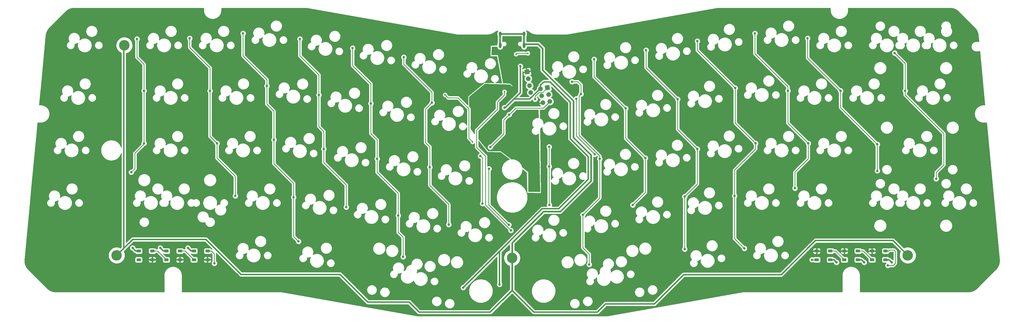
<source format=gbr>
G04 #@! TF.GenerationSoftware,KiCad,Pcbnew,(5.99.0-2612-g32a7d0025-dirty)*
G04 #@! TF.CreationDate,2020-09-25T19:26:39+02:00*
G04 #@! TF.ProjectId,BMEK_Hotswap,424d454b-5f48-46f7-9473-7761702e6b69,1*
G04 #@! TF.SameCoordinates,Original*
G04 #@! TF.FileFunction,Copper,L1,Top*
G04 #@! TF.FilePolarity,Positive*
%FSLAX46Y46*%
G04 Gerber Fmt 4.6, Leading zero omitted, Abs format (unit mm)*
G04 Created by KiCad (PCBNEW (5.99.0-2612-g32a7d0025-dirty)) date 2020-09-25 19:26:39*
%MOMM*%
%LPD*%
G01*
G04 APERTURE LIST*
G04 #@! TA.AperFunction,SMDPad,CuDef*
%ADD10R,1.500000X1.000000*%
G04 #@! TD*
G04 #@! TA.AperFunction,ComponentPad*
%ADD11C,3.800000*%
G04 #@! TD*
G04 #@! TA.AperFunction,ComponentPad*
%ADD12O,1.000000X1.600000*%
G04 #@! TD*
G04 #@! TA.AperFunction,ComponentPad*
%ADD13O,1.000000X2.100000*%
G04 #@! TD*
G04 #@! TA.AperFunction,ViaPad*
%ADD14C,0.900000*%
G04 #@! TD*
G04 #@! TA.AperFunction,ViaPad*
%ADD15C,0.600000*%
G04 #@! TD*
G04 #@! TA.AperFunction,Conductor*
%ADD16C,0.254000*%
G04 #@! TD*
G04 #@! TA.AperFunction,Conductor*
%ADD17C,0.508000*%
G04 #@! TD*
G04 #@! TA.AperFunction,Conductor*
%ADD18C,0.600000*%
G04 #@! TD*
G04 APERTURE END LIST*
D10*
X56010000Y-102540000D03*
X56010000Y-105740000D03*
X60910000Y-102540000D03*
X60910000Y-105740000D03*
X306162500Y-105740000D03*
X306162500Y-102540000D03*
X301262500Y-105740000D03*
X301262500Y-102540000D03*
X76010000Y-102540000D03*
X76010000Y-105740000D03*
X80910000Y-102540000D03*
X80910000Y-105740000D03*
X326162500Y-105740000D03*
X326162500Y-102540000D03*
X321262500Y-105740000D03*
X321262500Y-102540000D03*
X316162500Y-105740000D03*
X316162500Y-102540000D03*
X311262500Y-105740000D03*
X311262500Y-102540000D03*
D11*
X48020000Y-104140000D03*
X191060000Y-105090000D03*
X334200000Y-104140000D03*
X50800000Y-27940000D03*
D10*
X66010000Y-102540000D03*
X66010000Y-105740000D03*
X70910000Y-102540000D03*
X70910000Y-105740000D03*
G04 #@! TA.AperFunction,ComponentPad*
G36*
G01*
X198632720Y-44923722D02*
X198632720Y-44923722D01*
G75*
G02*
X197943234Y-45908410I-837087J-147601D01*
G01*
X197943234Y-45908410D01*
G75*
G02*
X196958546Y-45218924I-147601J837087D01*
G01*
X196958546Y-45218924D01*
G75*
G02*
X197648032Y-44234236I837087J147601D01*
G01*
X197648032Y-44234236D01*
G75*
G02*
X198632720Y-44923722I147601J-837087D01*
G01*
G37*
G04 #@! TD.AperFunction*
G04 #@! TA.AperFunction,ComponentPad*
G36*
G01*
X198191654Y-42422310D02*
X198191654Y-42422310D01*
G75*
G02*
X197502168Y-43406998I-837087J-147601D01*
G01*
X197502168Y-43406998D01*
G75*
G02*
X196517480Y-42717512I-147601J837087D01*
G01*
X196517480Y-42717512D01*
G75*
G02*
X197206966Y-41732824I837087J147601D01*
G01*
X197206966Y-41732824D01*
G75*
G02*
X198191654Y-42422310I147601J-837087D01*
G01*
G37*
G04 #@! TD.AperFunction*
G04 #@! TA.AperFunction,ComponentPad*
G36*
G01*
X197750587Y-39920899D02*
X197750587Y-39920899D01*
G75*
G02*
X197061101Y-40905587I-837087J-147601D01*
G01*
X197061101Y-40905587D01*
G75*
G02*
X196076413Y-40216101I-147601J837087D01*
G01*
X196076413Y-40216101D01*
G75*
G02*
X196765899Y-39231413I837087J147601D01*
G01*
X196765899Y-39231413D01*
G75*
G02*
X197750587Y-39920899I147601J-837087D01*
G01*
G37*
G04 #@! TD.AperFunction*
G04 #@! TA.AperFunction,ComponentPad*
G36*
X197161920Y-36582400D02*
G01*
X197457122Y-38256574D01*
X195782948Y-38551776D01*
X195487746Y-36877602D01*
X197161920Y-36582400D01*
G37*
G04 #@! TD.AperFunction*
D12*
X195388500Y-23790000D03*
X186748500Y-23790000D03*
D13*
X195388500Y-27970000D03*
X186748500Y-27970000D03*
G04 #@! TA.AperFunction,ComponentPad*
G36*
G01*
X203052808Y-48603289D02*
X203052808Y-48603289D01*
G75*
G02*
X202363322Y-49587977I-837087J-147601D01*
G01*
X202363322Y-49587977D01*
G75*
G02*
X201378634Y-48898491I-147601J837087D01*
G01*
X201378634Y-48898491D01*
G75*
G02*
X202068120Y-47913803I837087J147601D01*
G01*
X202068120Y-47913803D01*
G75*
G02*
X203052808Y-48603289I147601J-837087D01*
G01*
G37*
G04 #@! TD.AperFunction*
G04 #@! TA.AperFunction,ComponentPad*
G36*
G01*
X205554220Y-48162222D02*
X205554220Y-48162222D01*
G75*
G02*
X204864734Y-49146910I-837087J-147601D01*
G01*
X204864734Y-49146910D01*
G75*
G02*
X203880046Y-48457424I-147601J837087D01*
G01*
X203880046Y-48457424D01*
G75*
G02*
X204569532Y-47472736I837087J147601D01*
G01*
X204569532Y-47472736D01*
G75*
G02*
X205554220Y-48162222I147601J-837087D01*
G01*
G37*
G04 #@! TD.AperFunction*
G04 #@! TA.AperFunction,ComponentPad*
G36*
G01*
X202611742Y-46101877D02*
X202611742Y-46101877D01*
G75*
G02*
X201922256Y-47086565I-837087J-147601D01*
G01*
X201922256Y-47086565D01*
G75*
G02*
X200937568Y-46397079I-147601J837087D01*
G01*
X200937568Y-46397079D01*
G75*
G02*
X201627054Y-45412391I837087J147601D01*
G01*
X201627054Y-45412391D01*
G75*
G02*
X202611742Y-46101877I147601J-837087D01*
G01*
G37*
G04 #@! TD.AperFunction*
G04 #@! TA.AperFunction,ComponentPad*
G36*
G01*
X205113153Y-45660811D02*
X205113153Y-45660811D01*
G75*
G02*
X204423667Y-46645499I-837087J-147601D01*
G01*
X204423667Y-46645499D01*
G75*
G02*
X203438979Y-45956013I-147601J837087D01*
G01*
X203438979Y-45956013D01*
G75*
G02*
X204128465Y-44971325I837087J147601D01*
G01*
X204128465Y-44971325D01*
G75*
G02*
X205113153Y-45660811I147601J-837087D01*
G01*
G37*
G04 #@! TD.AperFunction*
G04 #@! TA.AperFunction,ComponentPad*
G36*
G01*
X202170675Y-43600465D02*
X202170675Y-43600465D01*
G75*
G02*
X201481189Y-44585153I-837087J-147601D01*
G01*
X201481189Y-44585153D01*
G75*
G02*
X200496501Y-43895667I-147601J837087D01*
G01*
X200496501Y-43895667D01*
G75*
G02*
X201185987Y-42910979I837087J147601D01*
G01*
X201185987Y-42910979D01*
G75*
G02*
X202170675Y-43600465I147601J-837087D01*
G01*
G37*
G04 #@! TD.AperFunction*
G04 #@! TA.AperFunction,ComponentPad*
G36*
X204524486Y-42322312D02*
G01*
X204819688Y-43996486D01*
X203145514Y-44291688D01*
X202850312Y-42617514D01*
X204524486Y-42322312D01*
G37*
G04 #@! TD.AperFunction*
D14*
X220980000Y-67487800D03*
D15*
X166814500Y-45923200D03*
X176771300Y-62966600D03*
D14*
X214299800Y-47345600D03*
X180340000Y-85344000D03*
X179578000Y-68072000D03*
X189890400Y-93014800D03*
X182702200Y-72720200D03*
X57912000Y-63500000D03*
X57912000Y-44450000D03*
X55372000Y-25654000D03*
X53314600Y-73964800D03*
X74422000Y-25400000D03*
X84328000Y-63500000D03*
X90932000Y-82550000D03*
X81788000Y-44450000D03*
X93726000Y-23622000D03*
X102362000Y-42672000D03*
X113792000Y-99060000D03*
X112014000Y-83058000D03*
X104902000Y-62230000D03*
X122936000Y-65532000D03*
X131064000Y-86614000D03*
X121158000Y-45974000D03*
X114300000Y-25654000D03*
X142240000Y-69088000D03*
X139954000Y-49022000D03*
X151638000Y-104648000D03*
X149860000Y-89662000D03*
X133350000Y-28956000D03*
X162052000Y-48768000D03*
X151892000Y-32258000D03*
X168148000Y-92964000D03*
X161290000Y-72136000D03*
X204470000Y-64770000D03*
X204470000Y-71882000D03*
X204571600Y-85877400D03*
X216662000Y-89408000D03*
X212725000Y-41148000D03*
X222758000Y-69088000D03*
X218948000Y-107442000D03*
X216001600Y-45618400D03*
X239268000Y-68834000D03*
X232156000Y-50800000D03*
X220726000Y-33020000D03*
X234696000Y-85852000D03*
X253492000Y-101854000D03*
X239522000Y-29718000D03*
X253492000Y-82804000D03*
X250952000Y-47498000D03*
X258064000Y-65532000D03*
X271526000Y-82550000D03*
X271780000Y-43434000D03*
X258064000Y-26416000D03*
X275082000Y-101600000D03*
X279146000Y-63500000D03*
X293370000Y-79756000D03*
X298196000Y-63500000D03*
X278892000Y-23622000D03*
X290830000Y-44450000D03*
X323189600Y-73456800D03*
X323189600Y-63855600D03*
X309880000Y-44450000D03*
X297942000Y-25400000D03*
X333248000Y-44450000D03*
X344474800Y-76352400D03*
X329438000Y-30734000D03*
X200723500Y-72326500D03*
X189484000Y-31800800D03*
X63144400Y-106476800D03*
X186842400Y-57251600D03*
X184429400Y-42494200D03*
X195656200Y-51841400D03*
X196011800Y-29972000D03*
X197815200Y-63957200D03*
X188569600Y-43637200D03*
X183083200Y-27203400D03*
X176466500Y-57658000D03*
X181864000Y-62331600D03*
X185267600Y-30022800D03*
X118795800Y-73279000D03*
X318363600Y-101549200D03*
X182854600Y-51282600D03*
X176212500Y-46990000D03*
X192786000Y-37033200D03*
X123647200Y-77571600D03*
X192786000Y-44069000D03*
X206959200Y-29032200D03*
D15*
X188290200Y-44754800D03*
D14*
X190627000Y-95072200D03*
X318414400Y-106680000D03*
X328371200Y-106680000D03*
X53797200Y-101447600D03*
X188277500Y-50546000D03*
X173380400Y-115798600D03*
X194056000Y-35509200D03*
X308406800Y-106680000D03*
X73812400Y-101447600D03*
X63804800Y-101447600D03*
X186537600Y-114681000D03*
D15*
X196748400Y-30861000D03*
X192506600Y-31165800D03*
D14*
X189992000Y-53086000D03*
X183197500Y-64833500D03*
X299567600Y-105714800D03*
X326974200Y-107797600D03*
X83362800Y-107010200D03*
X199390000Y-47472600D03*
D16*
X171462700Y-46990000D02*
X175387000Y-50914300D01*
X167881300Y-46990000D02*
X171462700Y-46990000D01*
X214299800Y-60807600D02*
X220980000Y-67487800D01*
X166814500Y-45923200D02*
X167881300Y-46990000D01*
X214299800Y-47345600D02*
X214299800Y-60807600D01*
X175387000Y-61582300D02*
X176771300Y-62966600D01*
X175387000Y-50914300D02*
X175387000Y-61582300D01*
X179578000Y-68072000D02*
X180340000Y-68834000D01*
X180340000Y-68834000D02*
X180340000Y-85344000D01*
X182651400Y-85826600D02*
X182651400Y-72771000D01*
X189839600Y-93014800D02*
X182651400Y-85826600D01*
X182651400Y-72771000D02*
X182702200Y-72720200D01*
X189890400Y-93014800D02*
X189839600Y-93014800D01*
X54610000Y-72669400D02*
X54610000Y-67056000D01*
X57912000Y-44450000D02*
X57912000Y-63500000D01*
X54610000Y-67056000D02*
X57912000Y-63754000D01*
X57912000Y-34798000D02*
X57912000Y-44450000D01*
X53314600Y-73964800D02*
X54610000Y-72669400D01*
X55372000Y-25654000D02*
X55372000Y-32258000D01*
X55372000Y-32258000D02*
X57912000Y-34798000D01*
X57912000Y-63754000D02*
X57912000Y-63500000D01*
X81788000Y-44450000D02*
X81788000Y-60960000D01*
X74422000Y-28702000D02*
X81788000Y-36068000D01*
X84328000Y-68834000D02*
X90932000Y-75438000D01*
X74422000Y-25400000D02*
X74422000Y-28702000D01*
X81788000Y-60960000D02*
X84328000Y-63500000D01*
X84328000Y-63500000D02*
X84328000Y-68834000D01*
X81788000Y-36068000D02*
X81788000Y-44450000D01*
X90932000Y-75438000D02*
X90932000Y-82550000D01*
X104902000Y-51816000D02*
X104902000Y-62230000D01*
X93726000Y-23622000D02*
X93726000Y-31750000D01*
X112014000Y-83058000D02*
X112014000Y-97282000D01*
X112014000Y-97282000D02*
X113792000Y-99060000D01*
X102362000Y-42672000D02*
X102362000Y-49276000D01*
X102362000Y-49276000D02*
X104902000Y-51816000D01*
X104902000Y-62230000D02*
X104902000Y-70866000D01*
X102362000Y-40386000D02*
X102362000Y-42672000D01*
X104902000Y-70866000D02*
X112014000Y-77978000D01*
X112014000Y-77978000D02*
X112014000Y-83058000D01*
X93726000Y-31750000D02*
X102362000Y-40386000D01*
X131064000Y-78587600D02*
X131064000Y-86614000D01*
X121158000Y-38608000D02*
X121158000Y-45974000D01*
X122936000Y-70459600D02*
X131064000Y-78587600D01*
X122936000Y-65532000D02*
X122936000Y-59182000D01*
X121158000Y-57404000D02*
X121158000Y-45974000D01*
X114300000Y-25654000D02*
X114300000Y-31750000D01*
X122936000Y-65532000D02*
X122936000Y-70459600D01*
X122936000Y-59182000D02*
X121158000Y-57404000D01*
X114300000Y-31750000D02*
X121158000Y-38608000D01*
X149860000Y-89662000D02*
X149860000Y-95758000D01*
X133350000Y-35306000D02*
X139954000Y-41910000D01*
X151638000Y-97536000D02*
X151638000Y-104648000D01*
X142240000Y-62230000D02*
X142240000Y-69088000D01*
X133350000Y-28956000D02*
X133350000Y-35306000D01*
X149860000Y-81635600D02*
X149860000Y-89662000D01*
X139954000Y-41910000D02*
X139954000Y-49022000D01*
X142240000Y-74015600D02*
X149860000Y-81635600D01*
X139954000Y-59944000D02*
X142240000Y-62230000D01*
X149860000Y-95758000D02*
X151638000Y-97536000D01*
X142240000Y-69088000D02*
X142240000Y-74015600D01*
X139954000Y-49022000D02*
X139954000Y-59944000D01*
X159766000Y-63246000D02*
X161290000Y-64770000D01*
X159766000Y-51054000D02*
X159766000Y-63246000D01*
X162052000Y-48768000D02*
X159766000Y-51054000D01*
X162052000Y-44958000D02*
X151892000Y-34798000D01*
X162052000Y-48768000D02*
X162052000Y-44958000D01*
X161290000Y-72136000D02*
X161290000Y-78740000D01*
X151892000Y-34798000D02*
X151892000Y-32258000D01*
X161290000Y-78740000D02*
X168148000Y-85598000D01*
X168148000Y-85598000D02*
X168148000Y-92964000D01*
X161290000Y-64770000D02*
X161290000Y-72136000D01*
X204470000Y-64770000D02*
X204470000Y-71882000D01*
X204470000Y-85775800D02*
X204470000Y-71882000D01*
X204571600Y-85877400D02*
X204470000Y-85775800D01*
X222758000Y-83312000D02*
X216662000Y-89408000D01*
X218948000Y-103632000D02*
X218948000Y-107442000D01*
X214833200Y-41148000D02*
X216001600Y-42316400D01*
X215290400Y-46329600D02*
X215290400Y-60579000D01*
X216662000Y-101346000D02*
X218948000Y-103632000D01*
X215290400Y-60579000D02*
X222758000Y-68046600D01*
X222758000Y-68046600D02*
X222758000Y-69088000D01*
X222758000Y-69088000D02*
X222758000Y-83312000D01*
X216001600Y-42316400D02*
X216001600Y-45618400D01*
X216001600Y-45618400D02*
X215290400Y-46329600D01*
X216662000Y-89408000D02*
X216662000Y-101346000D01*
X212725000Y-41148000D02*
X214833200Y-41148000D01*
X220726000Y-33020000D02*
X220726000Y-39370000D01*
X232156000Y-50800000D02*
X232156000Y-61722000D01*
X234696000Y-85852000D02*
X239268000Y-81280000D01*
X220726000Y-39370000D02*
X232156000Y-50800000D01*
X232156000Y-61722000D02*
X239268000Y-68834000D01*
X239268000Y-81280000D02*
X239268000Y-68834000D01*
X258064000Y-78232000D02*
X258064000Y-65532000D01*
X250952000Y-58420000D02*
X258064000Y-65532000D01*
X253492000Y-82804000D02*
X253492000Y-101854000D01*
X250952000Y-47498000D02*
X250952000Y-58420000D01*
X239522000Y-36068000D02*
X250952000Y-47498000D01*
X239522000Y-29718000D02*
X239522000Y-36068000D01*
X253492000Y-82804000D02*
X258064000Y-78232000D01*
X258064000Y-26416000D02*
X258064000Y-29718000D01*
X271780000Y-56134000D02*
X279146000Y-63500000D01*
X279146000Y-65532000D02*
X271526000Y-73152000D01*
X271526000Y-73152000D02*
X271526000Y-82550000D01*
X258064000Y-29718000D02*
X271780000Y-43434000D01*
X271526000Y-82550000D02*
X271526000Y-98044000D01*
X279146000Y-63500000D02*
X279146000Y-65532000D01*
X271526000Y-98044000D02*
X275082000Y-101600000D01*
X271780000Y-43434000D02*
X271780000Y-56134000D01*
X290830000Y-44450000D02*
X290830000Y-56134000D01*
X293370000Y-79756000D02*
X293370000Y-73914000D01*
X278892000Y-30988000D02*
X290830000Y-42926000D01*
X293370000Y-73914000D02*
X298196000Y-69088000D01*
X290830000Y-56134000D02*
X298196000Y-63500000D01*
X298196000Y-69088000D02*
X298196000Y-63500000D01*
X278892000Y-23622000D02*
X278892000Y-30988000D01*
X290830000Y-42926000D02*
X290830000Y-44450000D01*
X309880000Y-50546000D02*
X309880000Y-44450000D01*
X323189600Y-63855600D02*
X309880000Y-50546000D01*
X297942000Y-32512000D02*
X309880000Y-44450000D01*
X323189600Y-63855600D02*
X323189600Y-73456800D01*
X297942000Y-25400000D02*
X297942000Y-32512000D01*
X347218000Y-71272400D02*
X347218000Y-59944000D01*
X333248000Y-34544000D02*
X333248000Y-44450000D01*
X347218000Y-59944000D02*
X333248000Y-45974000D01*
X329438000Y-30734000D02*
X333248000Y-34544000D01*
X344474800Y-76352400D02*
X344474800Y-74015600D01*
X333248000Y-45974000D02*
X333248000Y-44450000D01*
X344474800Y-74015600D02*
X347218000Y-71272400D01*
X118795800Y-74853800D02*
X118795800Y-73279000D01*
X121513600Y-77571600D02*
X118795800Y-74853800D01*
X123647200Y-77571600D02*
X121513600Y-77571600D01*
D17*
X153797000Y-121081800D02*
X157429200Y-124714000D01*
X157429200Y-124714000D02*
X183159400Y-124714000D01*
X50596800Y-101574600D02*
X48370465Y-103800935D01*
X93014800Y-111048800D02*
X128828800Y-111048800D01*
X48023150Y-104139999D02*
X53814349Y-98348800D01*
D18*
X196011800Y-27482800D02*
X195402200Y-28092400D01*
D17*
X288417000Y-111125000D02*
X300786800Y-98755200D01*
D18*
X213258400Y-48107600D02*
X202082400Y-36931600D01*
D17*
X138861800Y-121081800D02*
X153797000Y-121081800D01*
X183159400Y-124714000D02*
X187452000Y-120421400D01*
D18*
X219608400Y-77114400D02*
X219608400Y-67741800D01*
D17*
X53814349Y-98348800D02*
X80314800Y-98348800D01*
X224866200Y-121716800D02*
X242519200Y-121716800D01*
D18*
X219608400Y-67741800D02*
X213258400Y-61391800D01*
X208483200Y-88239600D02*
X219608400Y-77114400D01*
X202082400Y-29108400D02*
X200456800Y-27482800D01*
D17*
X328853800Y-98755200D02*
X334200000Y-104101400D01*
X128828800Y-111048800D02*
X138861800Y-121081800D01*
X242519200Y-121716800D02*
X253111000Y-111125000D01*
X198983600Y-124714000D02*
X221869000Y-124714000D01*
D18*
X191058352Y-116815048D02*
X191058352Y-99619248D01*
X200456800Y-27482800D02*
X196011800Y-27482800D01*
D17*
X50596800Y-28299066D02*
X50596800Y-101574600D01*
X253111000Y-111125000D02*
X288417000Y-111125000D01*
D18*
X202438000Y-88239600D02*
X208483200Y-88239600D01*
X191058352Y-99619248D02*
X202438000Y-88239600D01*
D17*
X191058352Y-116815048D02*
X191084648Y-116815048D01*
X191084648Y-116815048D02*
X198983600Y-124714000D01*
D18*
X202082400Y-36931600D02*
X202082400Y-29108400D01*
X187452000Y-120421400D02*
X191058352Y-116815048D01*
D17*
X300786800Y-98755200D02*
X328853800Y-98755200D01*
D18*
X195353400Y-28043600D02*
X195353400Y-23749000D01*
X186713400Y-23749000D02*
X186713400Y-27967400D01*
X195353400Y-23749000D02*
X186713400Y-23749000D01*
X213258400Y-61391800D02*
X213258400Y-48107600D01*
D17*
X221869000Y-124714000D02*
X224866200Y-121716800D01*
X80314800Y-98348800D02*
X93014800Y-111048800D01*
D16*
X178231800Y-64947800D02*
X178231800Y-58699400D01*
X190627000Y-95072200D02*
X190627000Y-95046800D01*
X185775600Y-48488600D02*
X188290200Y-45974000D01*
X188290200Y-45974000D02*
X188290200Y-44754800D01*
X178231800Y-58699400D02*
X185775600Y-51155600D01*
X181432200Y-68148200D02*
X178231800Y-64947800D01*
X181432200Y-85852000D02*
X181432200Y-68148200D01*
X190627000Y-95046800D02*
X181432200Y-85852000D01*
X185775600Y-51155600D02*
X185775600Y-48488600D01*
D17*
X201955400Y-87223600D02*
X207924400Y-87223600D01*
X204774800Y-41224200D02*
X202565000Y-41224200D01*
X186499500Y-102679500D02*
X186499500Y-114642900D01*
X212090000Y-48539400D02*
X204774800Y-41224200D01*
X186499500Y-114642900D02*
X186537600Y-114681000D01*
X212090000Y-61772800D02*
X212090000Y-48539400D01*
X188620400Y-50546000D02*
X188277500Y-50546000D01*
X64897200Y-102540000D02*
X66010000Y-102540000D01*
X194030600Y-45135800D02*
X191719200Y-47447200D01*
X54889600Y-102540000D02*
X56010000Y-102540000D01*
X308406800Y-106680000D02*
X307466800Y-105740000D01*
X173380400Y-115798600D02*
X186499500Y-102679500D01*
X201133334Y-43748066D02*
X197434200Y-47447200D01*
X73812400Y-101447600D02*
X74904800Y-102540000D01*
X197434200Y-47447200D02*
X191719200Y-47447200D01*
X328371200Y-106680000D02*
X327431200Y-105740000D01*
X327431200Y-105740000D02*
X326162500Y-105740000D01*
X218617800Y-76530200D02*
X218617800Y-68300600D01*
X318414400Y-106680000D02*
X317474400Y-105740000D01*
X194030600Y-35534600D02*
X194030600Y-45135800D01*
X201333588Y-42455612D02*
X201333588Y-43748066D01*
X186499500Y-102679500D02*
X201955400Y-87223600D01*
X207924400Y-87223600D02*
X218617800Y-76530200D01*
X74904800Y-102540000D02*
X76010000Y-102540000D01*
X307466800Y-105740000D02*
X306162500Y-105740000D01*
X191719200Y-47447200D02*
X188620400Y-50546000D01*
X202565000Y-41224200D02*
X201333588Y-42455612D01*
X317474400Y-105740000D02*
X316162500Y-105740000D01*
X194056000Y-35509200D02*
X194030600Y-35534600D01*
X63804800Y-101447600D02*
X64897200Y-102540000D01*
X218617800Y-68300600D02*
X212090000Y-61772800D01*
X53797200Y-101447600D02*
X54889600Y-102540000D01*
D16*
X196723000Y-30835600D02*
X196748400Y-30861000D01*
X192506600Y-31165800D02*
X192836800Y-30835600D01*
X192836800Y-30835600D02*
X196723000Y-30835600D01*
X190055500Y-53086000D02*
X192468500Y-50673000D01*
X188010800Y-55067200D02*
X188010800Y-60020200D01*
X189992000Y-53086000D02*
X190055500Y-53086000D01*
X189992000Y-53086000D02*
X188010800Y-55067200D01*
X202374500Y-50673000D02*
X204724000Y-48323500D01*
X192468500Y-50673000D02*
X202374500Y-50673000D01*
X188010800Y-60020200D02*
X183197500Y-64833500D01*
X306162500Y-102540000D02*
X308062500Y-102540000D01*
X308062500Y-102540000D02*
X311262500Y-105740000D01*
X299567600Y-105714800D02*
X301237300Y-105714800D01*
X316162500Y-102540000D02*
X318062500Y-102540000D01*
X318062500Y-102540000D02*
X321262500Y-105740000D01*
X329641200Y-107035600D02*
X329641200Y-102616000D01*
X328879200Y-107797600D02*
X329641200Y-107035600D01*
X326974200Y-107797600D02*
X328879200Y-107797600D01*
X329234800Y-102209600D02*
X327533000Y-102209600D01*
X83286600Y-106934000D02*
X83286600Y-103555800D01*
X327202600Y-102540000D02*
X326162500Y-102540000D01*
X83362800Y-107010200D02*
X83286600Y-106934000D01*
X82270800Y-102540000D02*
X80910000Y-102540000D01*
X83286600Y-103555800D02*
X82270800Y-102540000D01*
X329641200Y-102616000D02*
X329234800Y-102209600D01*
X327533000Y-102209600D02*
X327202600Y-102540000D01*
X70910000Y-102540000D02*
X72810000Y-102540000D01*
X72810000Y-102540000D02*
X76010000Y-105740000D01*
X62810000Y-102540000D02*
X66010000Y-105740000D01*
X60910000Y-102540000D02*
X62810000Y-102540000D01*
X199390000Y-47472600D02*
X199390000Y-46380400D01*
X199390000Y-46380400D02*
X200748900Y-45021500D01*
X202120500Y-45021500D02*
X203835000Y-43307000D01*
X200748900Y-45021500D02*
X202120500Y-45021500D01*
X79448853Y-15172557D02*
X79448414Y-15179633D01*
X79448801Y-15211231D01*
X79448325Y-15289336D01*
X79449901Y-15300838D01*
X79450193Y-15324658D01*
X79450869Y-15332742D01*
X79450781Y-15339675D01*
X79452736Y-15371491D01*
X79453957Y-15404603D01*
X79454828Y-15412634D01*
X79454908Y-15419537D01*
X79457641Y-15451255D01*
X79459679Y-15484390D01*
X79460742Y-15492371D01*
X79460994Y-15499285D01*
X79464507Y-15530956D01*
X79467352Y-15563983D01*
X79468613Y-15571952D01*
X79469033Y-15578845D01*
X79473319Y-15610400D01*
X79476978Y-15643382D01*
X79478432Y-15651301D01*
X79479022Y-15658188D01*
X79484083Y-15689650D01*
X79488547Y-15722517D01*
X79490196Y-15730404D01*
X79490957Y-15737294D01*
X79496792Y-15768642D01*
X79498890Y-15781680D01*
X79498769Y-15801446D01*
X79501206Y-15819234D01*
X79515561Y-15869460D01*
X79517500Y-15879877D01*
X79519545Y-15887719D01*
X79520649Y-15894600D01*
X79528006Y-15925577D01*
X79534873Y-15958013D01*
X79537110Y-15965800D01*
X79538376Y-15972622D01*
X79546486Y-16003389D01*
X79554156Y-16035683D01*
X79556578Y-16043392D01*
X79558004Y-16050146D01*
X79566877Y-16080743D01*
X79575332Y-16112819D01*
X79577932Y-16120440D01*
X79579520Y-16127144D01*
X79589138Y-16157508D01*
X79598382Y-16189384D01*
X79601165Y-16196929D01*
X79602921Y-16203607D01*
X79613272Y-16233702D01*
X79623298Y-16265353D01*
X79626272Y-16272845D01*
X79628184Y-16279457D01*
X79639285Y-16309333D01*
X79650078Y-16340711D01*
X79653228Y-16348113D01*
X79655309Y-16354697D01*
X79667127Y-16384262D01*
X79678692Y-16415386D01*
X79682033Y-16422732D01*
X79683640Y-16427413D01*
X79695481Y-16468841D01*
X79702811Y-16485228D01*
X79717640Y-16508731D01*
X79728402Y-16532225D01*
X79741463Y-16562695D01*
X79745178Y-16569900D01*
X79747752Y-16576345D01*
X79761710Y-16604941D01*
X79775531Y-16635110D01*
X79779414Y-16642207D01*
X79782132Y-16648557D01*
X79796786Y-16676800D01*
X79811353Y-16706639D01*
X79815398Y-16713619D01*
X79818265Y-16719889D01*
X79833604Y-16747758D01*
X79848907Y-16777248D01*
X79853117Y-16784118D01*
X79856148Y-16790335D01*
X79872188Y-16817856D01*
X79888176Y-16846903D01*
X79892562Y-16853683D01*
X79895737Y-16859809D01*
X79912455Y-16886943D01*
X79929156Y-16915598D01*
X79933700Y-16922256D01*
X79937033Y-16928319D01*
X79954408Y-16955030D01*
X79971804Y-16983262D01*
X79976523Y-16989827D01*
X79980022Y-16995838D01*
X79994951Y-17017598D01*
X80032623Y-17077304D01*
X80044257Y-17090975D01*
X80046883Y-17093295D01*
X80062071Y-17115434D01*
X80067114Y-17121767D01*
X80070889Y-17127577D01*
X80090192Y-17152948D01*
X80109602Y-17179803D01*
X80114784Y-17185993D01*
X80118693Y-17191698D01*
X80138607Y-17216580D01*
X80158678Y-17242961D01*
X80164012Y-17249024D01*
X80168053Y-17254622D01*
X80188569Y-17279007D01*
X80209286Y-17304891D01*
X80214759Y-17310812D01*
X80218946Y-17316322D01*
X80240038Y-17340175D01*
X80261393Y-17365555D01*
X80267019Y-17371350D01*
X80271334Y-17376748D01*
X80293010Y-17400082D01*
X80314987Y-17424938D01*
X80320758Y-17430597D01*
X80325218Y-17435904D01*
X80347461Y-17458700D01*
X80351417Y-17462958D01*
X80359069Y-17475086D01*
X80370705Y-17488759D01*
X80414735Y-17527646D01*
X80426507Y-17539710D01*
X80432613Y-17545136D01*
X80437327Y-17550215D01*
X80460638Y-17571867D01*
X80484416Y-17595064D01*
X80490577Y-17600273D01*
X80495390Y-17605211D01*
X80519256Y-17626314D01*
X80543573Y-17648900D01*
X80549837Y-17653938D01*
X80554784Y-17658769D01*
X80579153Y-17679275D01*
X80604012Y-17701254D01*
X80610402Y-17706141D01*
X80615464Y-17710849D01*
X80640302Y-17730728D01*
X80665713Y-17752110D01*
X80672236Y-17756849D01*
X80677406Y-17761426D01*
X80702791Y-17780743D01*
X80728650Y-17801439D01*
X80735294Y-17806022D01*
X80740589Y-17810482D01*
X80766360Y-17829110D01*
X80792793Y-17849222D01*
X80799559Y-17853648D01*
X80804983Y-17857994D01*
X80831215Y-17875990D01*
X80858107Y-17895428D01*
X80862202Y-17897966D01*
X80891026Y-17923422D01*
X80906033Y-17933280D01*
X80936008Y-17947353D01*
X80937201Y-17948216D01*
X80964292Y-17964907D01*
X80992122Y-17983010D01*
X80999188Y-17986922D01*
X81004900Y-17990845D01*
X81032421Y-18006884D01*
X81060662Y-18024284D01*
X81067808Y-18028014D01*
X81073607Y-18031791D01*
X81101477Y-18047131D01*
X81130167Y-18063850D01*
X81137406Y-18067406D01*
X81143288Y-18071034D01*
X81171578Y-18085713D01*
X81200620Y-18101697D01*
X81207941Y-18105072D01*
X81213894Y-18108546D01*
X81242538Y-18122529D01*
X81271979Y-18137803D01*
X81279362Y-18140989D01*
X81285435Y-18144336D01*
X81314358Y-18157585D01*
X81344187Y-18172144D01*
X81351699Y-18175170D01*
X81357833Y-18178358D01*
X81387105Y-18190908D01*
X81417270Y-18204724D01*
X81424845Y-18207562D01*
X81431098Y-18210618D01*
X81450008Y-18218180D01*
X81508004Y-18245409D01*
X81525559Y-18250718D01*
X81534822Y-18252102D01*
X81534934Y-18252144D01*
X81565759Y-18264471D01*
X81573470Y-18266935D01*
X81579833Y-18269667D01*
X81609930Y-18280020D01*
X81641036Y-18291582D01*
X81648792Y-18293853D01*
X81655211Y-18296424D01*
X81685596Y-18306051D01*
X81716939Y-18316833D01*
X81724737Y-18318909D01*
X81731204Y-18321317D01*
X81761772Y-18330182D01*
X81793423Y-18340208D01*
X81801257Y-18342089D01*
X81807795Y-18344343D01*
X81838609Y-18352465D01*
X81870446Y-18361698D01*
X81878354Y-18363394D01*
X81884939Y-18365484D01*
X81915871Y-18372830D01*
X81947998Y-18381298D01*
X81955944Y-18382798D01*
X81962604Y-18384733D01*
X81992507Y-18391064D01*
X82000435Y-18394786D01*
X82017990Y-18400094D01*
X82076406Y-18408825D01*
X82104498Y-18414772D01*
X82112519Y-18415882D01*
X82119278Y-18417491D01*
X82150707Y-18422547D01*
X82183313Y-18428618D01*
X82191363Y-18429532D01*
X82198130Y-18430969D01*
X82229701Y-18435256D01*
X82262441Y-18440524D01*
X82270481Y-18441237D01*
X82277272Y-18442506D01*
X82308920Y-18446016D01*
X82341796Y-18450480D01*
X82349836Y-18450994D01*
X82356658Y-18452096D01*
X82388401Y-18454830D01*
X82421366Y-18458485D01*
X82429416Y-18458802D01*
X82436270Y-18459737D01*
X82468091Y-18461693D01*
X82501103Y-18464536D01*
X82509171Y-18464655D01*
X82516045Y-18465421D01*
X82547869Y-18466595D01*
X82580981Y-18468629D01*
X82589060Y-18468550D01*
X82595958Y-18469148D01*
X82627770Y-18469539D01*
X82660953Y-18470761D01*
X82669035Y-18470483D01*
X82675991Y-18470914D01*
X82707840Y-18470522D01*
X82740981Y-18470930D01*
X82748694Y-18470475D01*
X82748778Y-18470475D01*
X82749091Y-18470453D01*
X82756015Y-18470712D01*
X82787876Y-18469539D01*
X82821011Y-18469131D01*
X82829055Y-18468459D01*
X82835990Y-18468548D01*
X82867795Y-18466593D01*
X82900920Y-18465373D01*
X82908941Y-18464503D01*
X82915866Y-18464422D01*
X82947562Y-18461692D01*
X82980701Y-18459656D01*
X82988698Y-18458589D01*
X82995595Y-18458339D01*
X83027228Y-18454831D01*
X83060305Y-18451982D01*
X83068255Y-18450723D01*
X83075166Y-18450302D01*
X83106753Y-18446012D01*
X83139685Y-18442361D01*
X83147629Y-18440902D01*
X83154512Y-18440313D01*
X83185913Y-18435261D01*
X83218828Y-18430790D01*
X83226730Y-18429138D01*
X83233631Y-18428376D01*
X83264920Y-18422550D01*
X83297674Y-18417280D01*
X83305578Y-18415424D01*
X83312445Y-18414496D01*
X83330030Y-18410773D01*
X83390700Y-18402085D01*
X83407933Y-18397045D01*
X83418998Y-18392014D01*
X83421899Y-18391325D01*
X83454337Y-18384458D01*
X83462111Y-18382224D01*
X83468932Y-18380958D01*
X83499712Y-18372845D01*
X83531999Y-18365177D01*
X83539704Y-18362757D01*
X83546471Y-18361328D01*
X83577062Y-18352457D01*
X83609133Y-18344003D01*
X83616775Y-18341396D01*
X83623484Y-18339807D01*
X83653838Y-18330191D01*
X83685712Y-18320948D01*
X83693277Y-18318158D01*
X83699961Y-18316401D01*
X83730081Y-18306039D01*
X83761696Y-18296024D01*
X83769204Y-18293043D01*
X83775853Y-18291119D01*
X83805683Y-18280030D01*
X83837063Y-18269236D01*
X83844499Y-18266070D01*
X83851117Y-18263977D01*
X83877157Y-18253563D01*
X83883135Y-18252707D01*
X83900364Y-18247669D01*
X83962200Y-18219554D01*
X83985777Y-18210125D01*
X83993079Y-18206584D01*
X83999575Y-18204173D01*
X84028546Y-18190903D01*
X84059024Y-18177838D01*
X84066198Y-18174139D01*
X84072637Y-18171568D01*
X84101253Y-18157601D01*
X84131412Y-18143787D01*
X84138496Y-18139911D01*
X84144842Y-18137195D01*
X84173121Y-18122523D01*
X84202936Y-18107972D01*
X84209905Y-18103934D01*
X84216187Y-18101061D01*
X84244054Y-18085723D01*
X84273531Y-18070430D01*
X84280409Y-18066216D01*
X84286635Y-18063182D01*
X84314155Y-18047143D01*
X84343201Y-18031158D01*
X84349994Y-18026763D01*
X84356147Y-18023575D01*
X84383221Y-18006892D01*
X84411901Y-17990177D01*
X84418589Y-17985613D01*
X84424683Y-17982264D01*
X84451400Y-17964881D01*
X84476083Y-17949672D01*
X84502998Y-17937434D01*
X84518123Y-17927761D01*
X84549654Y-17900592D01*
X84552687Y-17898297D01*
X84558612Y-17894649D01*
X84584416Y-17875997D01*
X84611757Y-17857239D01*
X84618088Y-17852199D01*
X84623916Y-17848411D01*
X84649253Y-17829132D01*
X84676132Y-17809703D01*
X84682322Y-17804520D01*
X84688038Y-17800603D01*
X84712902Y-17780700D01*
X84739295Y-17760619D01*
X84745353Y-17755289D01*
X84750956Y-17751243D01*
X84775325Y-17730737D01*
X84801221Y-17710009D01*
X84807146Y-17704533D01*
X84812650Y-17700350D01*
X84836478Y-17679279D01*
X84861883Y-17657900D01*
X84867678Y-17652274D01*
X84873065Y-17647967D01*
X84896400Y-17626290D01*
X84921261Y-17604304D01*
X84926902Y-17598551D01*
X84932210Y-17594089D01*
X84955007Y-17571845D01*
X84979303Y-17549275D01*
X84984827Y-17543358D01*
X84989987Y-17538801D01*
X84998205Y-17530381D01*
X85039725Y-17494605D01*
X85051527Y-17481076D01*
X85061115Y-17466284D01*
X85068144Y-17458718D01*
X85091294Y-17434996D01*
X85096524Y-17428813D01*
X85101497Y-17423966D01*
X85122590Y-17400113D01*
X85145163Y-17375818D01*
X85150230Y-17369521D01*
X85155074Y-17364563D01*
X85175598Y-17340173D01*
X85197546Y-17315354D01*
X85202452Y-17308941D01*
X85207169Y-17303868D01*
X85227057Y-17279019D01*
X85248423Y-17253629D01*
X85253172Y-17247094D01*
X85257761Y-17241910D01*
X85277031Y-17216582D01*
X85297762Y-17190682D01*
X85302347Y-17184035D01*
X85306819Y-17178725D01*
X85325466Y-17152928D01*
X85345554Y-17126526D01*
X85349983Y-17119754D01*
X85354324Y-17114337D01*
X85366849Y-17096080D01*
X85378006Y-17083290D01*
X85418769Y-17020400D01*
X85436370Y-16994746D01*
X85440482Y-16987732D01*
X85444549Y-16982111D01*
X85461262Y-16954983D01*
X85479337Y-16927197D01*
X85483252Y-16920126D01*
X85487177Y-16914412D01*
X85503215Y-16886890D01*
X85520609Y-16858658D01*
X85524346Y-16851498D01*
X85528120Y-16845703D01*
X85543472Y-16817806D01*
X85560176Y-16789143D01*
X85563730Y-16781906D01*
X85567356Y-16776028D01*
X85582017Y-16747767D01*
X85598020Y-16718689D01*
X85601394Y-16711371D01*
X85604878Y-16705400D01*
X85618850Y-16676772D01*
X85634118Y-16647340D01*
X85637318Y-16639927D01*
X85640656Y-16633870D01*
X85653919Y-16604911D01*
X85668466Y-16575104D01*
X85671484Y-16567610D01*
X85674676Y-16561466D01*
X85687215Y-16532213D01*
X85695942Y-16513158D01*
X85709467Y-16492293D01*
X85716998Y-16475995D01*
X85730116Y-16432129D01*
X85731817Y-16428162D01*
X85734468Y-16420517D01*
X85737362Y-16414206D01*
X85748461Y-16384348D01*
X85760776Y-16353553D01*
X85763238Y-16345848D01*
X85765966Y-16339494D01*
X85776323Y-16309391D01*
X85787886Y-16278285D01*
X85790155Y-16270534D01*
X85792719Y-16264133D01*
X85802334Y-16233787D01*
X85813134Y-16202392D01*
X85815205Y-16194615D01*
X85817620Y-16188127D01*
X85826497Y-16157519D01*
X85836508Y-16125925D01*
X85838393Y-16118076D01*
X85840646Y-16111539D01*
X85848762Y-16080756D01*
X85858004Y-16048885D01*
X85859696Y-16040994D01*
X85861793Y-16034386D01*
X85869155Y-16003391D01*
X85877604Y-15971340D01*
X85879108Y-15963375D01*
X85881041Y-15956722D01*
X85887638Y-15925562D01*
X85895300Y-15893302D01*
X85896610Y-15885289D01*
X85898383Y-15878577D01*
X85899379Y-15873231D01*
X85913220Y-15826949D01*
X85915874Y-15809195D01*
X85916014Y-15786268D01*
X85918863Y-15768562D01*
X85924928Y-15735989D01*
X85925839Y-15727963D01*
X85927275Y-15721197D01*
X85931564Y-15689613D01*
X85936831Y-15656878D01*
X85937543Y-15648848D01*
X85938811Y-15642058D01*
X85942322Y-15610415D01*
X85946788Y-15577528D01*
X85947302Y-15569489D01*
X85948405Y-15562657D01*
X85951135Y-15530961D01*
X85954795Y-15497964D01*
X85955113Y-15489895D01*
X85956044Y-15483068D01*
X85957999Y-15451279D01*
X85960847Y-15418216D01*
X85960967Y-15410156D01*
X85961734Y-15403276D01*
X85962907Y-15371448D01*
X85964942Y-15338354D01*
X85964864Y-15330252D01*
X85965464Y-15323334D01*
X85965739Y-15300962D01*
X85966319Y-15297081D01*
X85966452Y-15275290D01*
X85967077Y-15258366D01*
X85966790Y-15250016D01*
X85966790Y-15220015D01*
X85966846Y-15210774D01*
X85967245Y-15178308D01*
X85967064Y-15175227D01*
X85967317Y-15133617D01*
X85966790Y-15129769D01*
X85966790Y-14445480D01*
X116774213Y-14445480D01*
X170834068Y-24068016D01*
X170847991Y-24072227D01*
X170908682Y-24081298D01*
X170954950Y-24089533D01*
X170963862Y-24090473D01*
X170971904Y-24090746D01*
X170976795Y-24091477D01*
X170986116Y-24092169D01*
X171013824Y-24092169D01*
X171085930Y-24094615D01*
X171103781Y-24092673D01*
X171105753Y-24092168D01*
X182229029Y-24092204D01*
X182234845Y-24092576D01*
X182271133Y-24092204D01*
X182308919Y-24092204D01*
X182311369Y-24092030D01*
X182319564Y-24092386D01*
X182352701Y-24091368D01*
X182387138Y-24091015D01*
X182396071Y-24090287D01*
X182396139Y-24090277D01*
X182404242Y-24090463D01*
X182437385Y-24088764D01*
X182471767Y-24087708D01*
X182480682Y-24086797D01*
X182480750Y-24086785D01*
X182488843Y-24086805D01*
X182521884Y-24084432D01*
X182556302Y-24082667D01*
X182565200Y-24081573D01*
X182565255Y-24081562D01*
X182573346Y-24081416D01*
X182606347Y-24078365D01*
X182640703Y-24075898D01*
X182649571Y-24074624D01*
X182649638Y-24074610D01*
X182657720Y-24074298D01*
X182690623Y-24070574D01*
X182724951Y-24067402D01*
X182733793Y-24065945D01*
X182733859Y-24065929D01*
X182741929Y-24065453D01*
X182774775Y-24061054D01*
X182809018Y-24057180D01*
X182817836Y-24055541D01*
X182817893Y-24055526D01*
X182825975Y-24054883D01*
X182858719Y-24049812D01*
X182892867Y-24045239D01*
X182901646Y-24043420D01*
X182901722Y-24043398D01*
X182909814Y-24042587D01*
X182937652Y-24037690D01*
X183009794Y-24027359D01*
X183027023Y-24022321D01*
X183028287Y-24021747D01*
X183059811Y-24016201D01*
X183068503Y-24014026D01*
X183068581Y-24014001D01*
X183076598Y-24012863D01*
X183108949Y-24005795D01*
X183142780Y-23999126D01*
X183151431Y-23996772D01*
X183151486Y-23996753D01*
X183159466Y-23995453D01*
X183191677Y-23987721D01*
X183225351Y-23980364D01*
X183233953Y-23977832D01*
X183234002Y-23977814D01*
X183241961Y-23976349D01*
X183274012Y-23967958D01*
X183307516Y-23959916D01*
X183316059Y-23957211D01*
X183316118Y-23957188D01*
X183324043Y-23955562D01*
X183355926Y-23946513D01*
X183389249Y-23937789D01*
X183397733Y-23934910D01*
X183397803Y-23934881D01*
X183405688Y-23933094D01*
X183437371Y-23923397D01*
X183470527Y-23913987D01*
X183478958Y-23910931D01*
X183479011Y-23910908D01*
X183486881Y-23908953D01*
X183518331Y-23898618D01*
X183542460Y-23891232D01*
X183565520Y-23887930D01*
X183582752Y-23882891D01*
X183625933Y-23863257D01*
X183631565Y-23861406D01*
X183639864Y-23858008D01*
X183639936Y-23857972D01*
X183647729Y-23855695D01*
X183678749Y-23844072D01*
X183711265Y-23832644D01*
X183719497Y-23829074D01*
X183719548Y-23829047D01*
X183727287Y-23826612D01*
X183758085Y-23814347D01*
X183790323Y-23802269D01*
X183798469Y-23798537D01*
X183798532Y-23798502D01*
X183806207Y-23795915D01*
X183836731Y-23783028D01*
X183868746Y-23770278D01*
X183876818Y-23766378D01*
X183876868Y-23766349D01*
X183884472Y-23763610D01*
X183914749Y-23750091D01*
X183946477Y-23736697D01*
X183954467Y-23732633D01*
X183954514Y-23732605D01*
X183962059Y-23729711D01*
X183992033Y-23715584D01*
X184023501Y-23701534D01*
X184031409Y-23697305D01*
X184031455Y-23697276D01*
X184038955Y-23694221D01*
X184068640Y-23679481D01*
X184099795Y-23664798D01*
X184107608Y-23660413D01*
X184107669Y-23660373D01*
X184115107Y-23657165D01*
X184144457Y-23641833D01*
X184175346Y-23626495D01*
X184183076Y-23621945D01*
X184183134Y-23621905D01*
X184190539Y-23618530D01*
X184203911Y-23611192D01*
X184257102Y-23587007D01*
X184272227Y-23577335D01*
X184282891Y-23568146D01*
X184293879Y-23561820D01*
X184324057Y-23545259D01*
X184331586Y-23540401D01*
X184331650Y-23540353D01*
X184338883Y-23536691D01*
X184367263Y-23519568D01*
X184397113Y-23502382D01*
X184404543Y-23497369D01*
X184404594Y-23497329D01*
X184411724Y-23493534D01*
X184439745Y-23475836D01*
X184469253Y-23458031D01*
X184476577Y-23452869D01*
X184476623Y-23452831D01*
X184483677Y-23448889D01*
X184511300Y-23430639D01*
X184540452Y-23412227D01*
X184547674Y-23406911D01*
X184547723Y-23406870D01*
X184554691Y-23402785D01*
X184581945Y-23383967D01*
X184610714Y-23364960D01*
X184617827Y-23359496D01*
X184617864Y-23359463D01*
X184624757Y-23355231D01*
X184651620Y-23335860D01*
X184679988Y-23316272D01*
X184686984Y-23310668D01*
X184687039Y-23310617D01*
X184693854Y-23306238D01*
X184720320Y-23286315D01*
X184727898Y-23280850D01*
X184738349Y-23276098D01*
X184753474Y-23266425D01*
X184773930Y-23248798D01*
X184784124Y-23244164D01*
X184799250Y-23234491D01*
X184836926Y-23202027D01*
X184843628Y-23197351D01*
X184850598Y-23191711D01*
X184855789Y-23186862D01*
X184880801Y-23168033D01*
X184928459Y-23133666D01*
X184976749Y-23100326D01*
X185025805Y-23067922D01*
X185075351Y-23036631D01*
X185125624Y-23006305D01*
X185176444Y-22977050D01*
X185227863Y-22948834D01*
X185279818Y-22921692D01*
X185332367Y-22895594D01*
X185385430Y-22870583D01*
X185439009Y-22846656D01*
X185493104Y-22823814D01*
X185547633Y-22802096D01*
X185602720Y-22781451D01*
X185605383Y-22780515D01*
X185624862Y-22777726D01*
X185642093Y-22772687D01*
X185682276Y-22754416D01*
X185770283Y-22726493D01*
X185883597Y-22695590D01*
X185946867Y-22681090D01*
X185812279Y-22841488D01*
X185805316Y-22851657D01*
X185704146Y-23035685D01*
X185699290Y-23047014D01*
X185635725Y-23247398D01*
X185633114Y-23259893D01*
X185614845Y-23433711D01*
X185614500Y-23440301D01*
X185614500Y-24142819D01*
X185614801Y-24148971D01*
X185630116Y-24305165D01*
X185632510Y-24317255D01*
X185693209Y-24518295D01*
X185697905Y-24529689D01*
X185779400Y-24682959D01*
X185779401Y-26828796D01*
X185704146Y-26965685D01*
X185699290Y-26977013D01*
X185635725Y-27177398D01*
X185633114Y-27189893D01*
X185614845Y-27363711D01*
X185614500Y-27370301D01*
X185614500Y-27822459D01*
X183256535Y-27917730D01*
X183186481Y-27989705D01*
X183134309Y-31902599D01*
X183208316Y-31977600D01*
X185468210Y-31977600D01*
X187299275Y-41553573D01*
X185040728Y-41526686D01*
X185222471Y-41490370D01*
X185232722Y-41487401D01*
X185461800Y-41399467D01*
X185471404Y-41394814D01*
X185682391Y-41269539D01*
X185691074Y-41263334D01*
X185877937Y-41104300D01*
X185885450Y-41096721D01*
X186042846Y-40908478D01*
X186048976Y-40899741D01*
X186172404Y-40687670D01*
X186176973Y-40678025D01*
X186262905Y-40448188D01*
X186265784Y-40437912D01*
X186311820Y-40196585D01*
X186312935Y-40185362D01*
X186315551Y-39912852D01*
X186314652Y-39901610D01*
X186273258Y-39659444D01*
X186270577Y-39649114D01*
X186189073Y-39417670D01*
X186184689Y-39407939D01*
X186065354Y-39193537D01*
X186059394Y-39184685D01*
X185905641Y-38993453D01*
X185898274Y-38985731D01*
X185714498Y-38823141D01*
X185705936Y-38816770D01*
X185497393Y-38687469D01*
X185487881Y-38682632D01*
X185260534Y-38590315D01*
X185250341Y-38587150D01*
X185010689Y-38534459D01*
X185000109Y-38533057D01*
X184755006Y-38521499D01*
X184744342Y-38521899D01*
X184500795Y-38551802D01*
X184490350Y-38553994D01*
X184255324Y-38624506D01*
X184245399Y-38628426D01*
X184025613Y-38737528D01*
X184016489Y-38743064D01*
X183818228Y-38887639D01*
X183810168Y-38894634D01*
X183639099Y-39070545D01*
X183632332Y-39078798D01*
X183493351Y-39281020D01*
X183488071Y-39290294D01*
X183385148Y-39513040D01*
X183381506Y-39523072D01*
X183317585Y-39759975D01*
X183315686Y-39770477D01*
X183292594Y-40014764D01*
X183292492Y-40025435D01*
X183310890Y-40270120D01*
X183312587Y-40280657D01*
X183371949Y-40518744D01*
X183375397Y-40528843D01*
X183474024Y-40753525D01*
X183479125Y-40762900D01*
X183614200Y-40967751D01*
X183620807Y-40976131D01*
X183788465Y-41155296D01*
X183796390Y-41162443D01*
X183991839Y-41310798D01*
X184000855Y-41316508D01*
X184218506Y-41429810D01*
X184228355Y-41433920D01*
X184461984Y-41508930D01*
X184472385Y-41511322D01*
X184538309Y-41520704D01*
X181031648Y-41478959D01*
X181068563Y-41461588D01*
X181075503Y-41457773D01*
X181347994Y-41284845D01*
X181354401Y-41280190D01*
X181603070Y-41074473D01*
X181608843Y-41069051D01*
X181829769Y-40833790D01*
X181834817Y-40827688D01*
X182024514Y-40566592D01*
X182028757Y-40559906D01*
X182184234Y-40277094D01*
X182187606Y-40269928D01*
X182306412Y-39969860D01*
X182308859Y-39962328D01*
X182389119Y-39649736D01*
X182390603Y-39641956D01*
X182431052Y-39321769D01*
X182431549Y-39313866D01*
X182431549Y-38991134D01*
X182431052Y-38983231D01*
X182390603Y-38663044D01*
X182389119Y-38655264D01*
X182308859Y-38342672D01*
X182306412Y-38335140D01*
X182187606Y-38035072D01*
X182184234Y-38027906D01*
X182028757Y-37745094D01*
X182024514Y-37738408D01*
X181834817Y-37477312D01*
X181829769Y-37471210D01*
X181608843Y-37235949D01*
X181603070Y-37230527D01*
X181354401Y-37024810D01*
X181347994Y-37020155D01*
X181075503Y-36847227D01*
X181068563Y-36843412D01*
X180776547Y-36706000D01*
X180769184Y-36703085D01*
X180462247Y-36603354D01*
X180454577Y-36601385D01*
X180137561Y-36540911D01*
X180129704Y-36539918D01*
X179807610Y-36519654D01*
X179799690Y-36519654D01*
X179477596Y-36539918D01*
X179469739Y-36540911D01*
X179152723Y-36601385D01*
X179145053Y-36603354D01*
X178838116Y-36703085D01*
X178830753Y-36706000D01*
X178538737Y-36843412D01*
X178531797Y-36847227D01*
X178413135Y-36922532D01*
X178501005Y-36725171D01*
X178504015Y-36716902D01*
X178583847Y-36438496D01*
X178585676Y-36429888D01*
X178625985Y-36143081D01*
X178626599Y-36134302D01*
X178626599Y-35844676D01*
X178625985Y-35835897D01*
X178585676Y-35549090D01*
X178583847Y-35540482D01*
X178504015Y-35262076D01*
X178501005Y-35253807D01*
X178383204Y-34989220D01*
X178379073Y-34981450D01*
X178225594Y-34735833D01*
X178220422Y-34728713D01*
X178100959Y-34586343D01*
X181048291Y-34586343D01*
X181048291Y-34595143D01*
X181068494Y-34884063D01*
X181069719Y-34892778D01*
X181129935Y-35176075D01*
X181132361Y-35184534D01*
X181231420Y-35456693D01*
X181234999Y-35464732D01*
X181370969Y-35720457D01*
X181375633Y-35727920D01*
X181545871Y-35962233D01*
X181551528Y-35968974D01*
X181752719Y-36177313D01*
X181759258Y-36183201D01*
X181987487Y-36361513D01*
X181994782Y-36366434D01*
X182245605Y-36511247D01*
X182253515Y-36515105D01*
X182522052Y-36623601D01*
X182530422Y-36626321D01*
X182811444Y-36696387D01*
X182820110Y-36697915D01*
X183108150Y-36728190D01*
X183116945Y-36728497D01*
X183406395Y-36718389D01*
X183415147Y-36717469D01*
X183700372Y-36667176D01*
X183708910Y-36665047D01*
X183984362Y-36575547D01*
X183992521Y-36572251D01*
X184252835Y-36445287D01*
X184260457Y-36440887D01*
X184500567Y-36278930D01*
X184507502Y-36273512D01*
X184722735Y-36079715D01*
X184728848Y-36073385D01*
X184915017Y-35851519D01*
X184920189Y-35844399D01*
X185073668Y-35598782D01*
X185077799Y-35591012D01*
X185195600Y-35326425D01*
X185198610Y-35318156D01*
X185278442Y-35039750D01*
X185280271Y-35031142D01*
X185320580Y-34744335D01*
X185321194Y-34735556D01*
X185321194Y-34445930D01*
X185320580Y-34437151D01*
X185280271Y-34150344D01*
X185278442Y-34141736D01*
X185198610Y-33863330D01*
X185195600Y-33855061D01*
X185077799Y-33590474D01*
X185073668Y-33582704D01*
X184920189Y-33337087D01*
X184915017Y-33329967D01*
X184728848Y-33108101D01*
X184722735Y-33101771D01*
X184507502Y-32907974D01*
X184500567Y-32902556D01*
X184260457Y-32740599D01*
X184252835Y-32736199D01*
X183992521Y-32609235D01*
X183984362Y-32605939D01*
X183708910Y-32516439D01*
X183700372Y-32514310D01*
X183415147Y-32464017D01*
X183406395Y-32463097D01*
X183116945Y-32452989D01*
X183108150Y-32453296D01*
X182820110Y-32483571D01*
X182811444Y-32485099D01*
X182530422Y-32555165D01*
X182522052Y-32557885D01*
X182253515Y-32666381D01*
X182245605Y-32670239D01*
X181994782Y-32815052D01*
X181987487Y-32819973D01*
X181759258Y-32998285D01*
X181752719Y-33004173D01*
X181551528Y-33212512D01*
X181545871Y-33219253D01*
X181375633Y-33453566D01*
X181370969Y-33461029D01*
X181234999Y-33716754D01*
X181231420Y-33724793D01*
X181132361Y-33996952D01*
X181129935Y-34005411D01*
X181069719Y-34288708D01*
X181068494Y-34297423D01*
X181048291Y-34586343D01*
X178100959Y-34586343D01*
X178034253Y-34506847D01*
X178028140Y-34500517D01*
X177812907Y-34306720D01*
X177805972Y-34301302D01*
X177565862Y-34139345D01*
X177558240Y-34134945D01*
X177297926Y-34007981D01*
X177289767Y-34004685D01*
X177014315Y-33915185D01*
X177005777Y-33913056D01*
X176720552Y-33862763D01*
X176711800Y-33861843D01*
X176422350Y-33851735D01*
X176413555Y-33852042D01*
X176125515Y-33882317D01*
X176116849Y-33883845D01*
X175835827Y-33953911D01*
X175827457Y-33956631D01*
X175558920Y-34065127D01*
X175551010Y-34068985D01*
X175300187Y-34213798D01*
X175292892Y-34218719D01*
X175064663Y-34397031D01*
X175058124Y-34402919D01*
X174856933Y-34611258D01*
X174851276Y-34617999D01*
X174681038Y-34852312D01*
X174676374Y-34859775D01*
X174540404Y-35115500D01*
X174536825Y-35123539D01*
X174437766Y-35395698D01*
X174435340Y-35404157D01*
X174375124Y-35687454D01*
X174373899Y-35696169D01*
X174353696Y-35985089D01*
X174353696Y-35993889D01*
X174373899Y-36282809D01*
X174375124Y-36291524D01*
X174435340Y-36574821D01*
X174437766Y-36583280D01*
X174511384Y-36785543D01*
X174495149Y-36787536D01*
X174484704Y-36789728D01*
X174249678Y-36860240D01*
X174239753Y-36864160D01*
X174019967Y-36973262D01*
X174010843Y-36978798D01*
X173812582Y-37123373D01*
X173804522Y-37130368D01*
X173633453Y-37306279D01*
X173626686Y-37314532D01*
X173487705Y-37516754D01*
X173482425Y-37526028D01*
X173379502Y-37748774D01*
X173375860Y-37758806D01*
X173311939Y-37995709D01*
X173310040Y-38006211D01*
X173286948Y-38250498D01*
X173286846Y-38261169D01*
X173305244Y-38505854D01*
X173306941Y-38516391D01*
X173366303Y-38754478D01*
X173369751Y-38764577D01*
X173468378Y-38989259D01*
X173473479Y-38998634D01*
X173608554Y-39203485D01*
X173615161Y-39211865D01*
X173782819Y-39391030D01*
X173790744Y-39398177D01*
X173986193Y-39546532D01*
X173995209Y-39552242D01*
X174212860Y-39665544D01*
X174222709Y-39669654D01*
X174456338Y-39744664D01*
X174466739Y-39747056D01*
X174709666Y-39781630D01*
X174720321Y-39782235D01*
X174965602Y-39775383D01*
X174976207Y-39774184D01*
X175216825Y-39726104D01*
X175227076Y-39723135D01*
X175456154Y-39635201D01*
X175465758Y-39630548D01*
X175676745Y-39505273D01*
X175685428Y-39499068D01*
X175872291Y-39340034D01*
X175879804Y-39332455D01*
X176037200Y-39144212D01*
X176043330Y-39135475D01*
X176166758Y-38923404D01*
X176171327Y-38913759D01*
X176257259Y-38683922D01*
X176260138Y-38673646D01*
X176306174Y-38432319D01*
X176307289Y-38421096D01*
X176309905Y-38148586D01*
X176309006Y-38137344D01*
X176305282Y-38115556D01*
X176413555Y-38126936D01*
X176422350Y-38127243D01*
X176711800Y-38117135D01*
X176720552Y-38116215D01*
X177005777Y-38065922D01*
X177014315Y-38063793D01*
X177289767Y-37974293D01*
X177297926Y-37970997D01*
X177511662Y-37866751D01*
X177423066Y-38027906D01*
X177419694Y-38035072D01*
X177300888Y-38335140D01*
X177298441Y-38342672D01*
X177218181Y-38655264D01*
X177216697Y-38663044D01*
X177176248Y-38983231D01*
X177175751Y-38991134D01*
X177175751Y-39313866D01*
X177176248Y-39321769D01*
X177216697Y-39641956D01*
X177218181Y-39649736D01*
X177298441Y-39962328D01*
X177300888Y-39969860D01*
X177419694Y-40269928D01*
X177423066Y-40277094D01*
X177578543Y-40559906D01*
X177582786Y-40566592D01*
X177772483Y-40827688D01*
X177777531Y-40833790D01*
X177998457Y-41069051D01*
X178004230Y-41074473D01*
X178252899Y-41280190D01*
X178259306Y-41284845D01*
X178531797Y-41457773D01*
X178538737Y-41461588D01*
X178830753Y-41599000D01*
X178838116Y-41601915D01*
X179145053Y-41701646D01*
X179152723Y-41703615D01*
X179469739Y-41764089D01*
X179477596Y-41765082D01*
X179799690Y-41785346D01*
X179807610Y-41785346D01*
X180129704Y-41765082D01*
X180137561Y-41764089D01*
X180454577Y-41703615D01*
X180462247Y-41701646D01*
X180769184Y-41601915D01*
X180776547Y-41599000D01*
X180972468Y-41506807D01*
X175081683Y-46377542D01*
X175057675Y-46428843D01*
X175071516Y-49522601D01*
X172079112Y-46530198D01*
X172079107Y-46530191D01*
X171922680Y-46373764D01*
X171906634Y-46362106D01*
X171861547Y-46339133D01*
X171820616Y-46309394D01*
X171802944Y-46300389D01*
X171754826Y-46284755D01*
X171709739Y-46261782D01*
X171690876Y-46255653D01*
X171640893Y-46247737D01*
X171592778Y-46232103D01*
X171573189Y-46229001D01*
X171517891Y-46229001D01*
X171517879Y-46229000D01*
X168196516Y-46229000D01*
X167743044Y-45775529D01*
X167682065Y-45557131D01*
X167675243Y-45541364D01*
X167551663Y-45337310D01*
X167540852Y-45323959D01*
X167366950Y-45160655D01*
X167352947Y-45150703D01*
X167141536Y-45040180D01*
X167125372Y-45034360D01*
X166892028Y-44984761D01*
X166874894Y-44983503D01*
X166636806Y-44998483D01*
X166619966Y-45001879D01*
X166394678Y-45080333D01*
X166379371Y-45088132D01*
X166183480Y-45224279D01*
X166170834Y-45235908D01*
X166018771Y-45419720D01*
X166009718Y-45434321D01*
X165912687Y-45652254D01*
X165907894Y-45668752D01*
X165873046Y-45904750D01*
X165872866Y-45921929D01*
X165902765Y-46158606D01*
X165907212Y-46175200D01*
X165999656Y-46395117D01*
X166008401Y-46409905D01*
X166156581Y-46596861D01*
X166168981Y-46608752D01*
X166361977Y-46748973D01*
X166377118Y-46757091D01*
X166600714Y-46840246D01*
X166617480Y-46843993D01*
X166662891Y-46847807D01*
X167421321Y-47606237D01*
X167437366Y-47617894D01*
X167482444Y-47640862D01*
X167523382Y-47670606D01*
X167541054Y-47679610D01*
X167589179Y-47695247D01*
X167634262Y-47718218D01*
X167653123Y-47724347D01*
X167703108Y-47732264D01*
X167751222Y-47747897D01*
X167770810Y-47750999D01*
X167826109Y-47750999D01*
X167826121Y-47751000D01*
X171147486Y-47751000D01*
X174626000Y-51229516D01*
X174626001Y-56903844D01*
X174557973Y-56710669D01*
X174553589Y-56700938D01*
X174434254Y-56486536D01*
X174428294Y-56477684D01*
X174274541Y-56286452D01*
X174267174Y-56278730D01*
X174083398Y-56116140D01*
X174074836Y-56109769D01*
X173866293Y-55980468D01*
X173856781Y-55975631D01*
X173629434Y-55883314D01*
X173619241Y-55880149D01*
X173379589Y-55827458D01*
X173369009Y-55826056D01*
X173123906Y-55814498D01*
X173113242Y-55814898D01*
X172869695Y-55844801D01*
X172859250Y-55846993D01*
X172624224Y-55917505D01*
X172614299Y-55921425D01*
X172394513Y-56030527D01*
X172385389Y-56036063D01*
X172187128Y-56180638D01*
X172179068Y-56187633D01*
X172007999Y-56363544D01*
X172001232Y-56371797D01*
X171862251Y-56574019D01*
X171856971Y-56583293D01*
X171754048Y-56806039D01*
X171750406Y-56816071D01*
X171686485Y-57052974D01*
X171684586Y-57063476D01*
X171661494Y-57307763D01*
X171661392Y-57318434D01*
X171679790Y-57563119D01*
X171681487Y-57573656D01*
X171740849Y-57811743D01*
X171744297Y-57821842D01*
X171842924Y-58046524D01*
X171848025Y-58055899D01*
X171983100Y-58260750D01*
X171989707Y-58269130D01*
X172157365Y-58448295D01*
X172165290Y-58455442D01*
X172360739Y-58603797D01*
X172369755Y-58609507D01*
X172587406Y-58722809D01*
X172597255Y-58726919D01*
X172830884Y-58801929D01*
X172841285Y-58804321D01*
X173084212Y-58838895D01*
X173094867Y-58839500D01*
X173340148Y-58832648D01*
X173350753Y-58831449D01*
X173591371Y-58783369D01*
X173601622Y-58780400D01*
X173830700Y-58692466D01*
X173840304Y-58687813D01*
X174051291Y-58562538D01*
X174059974Y-58556333D01*
X174246837Y-58397299D01*
X174254350Y-58389720D01*
X174411746Y-58201477D01*
X174417876Y-58192740D01*
X174541304Y-57980669D01*
X174545873Y-57971024D01*
X174626001Y-57756712D01*
X174626001Y-61692789D01*
X174629103Y-61712378D01*
X174644739Y-61760499D01*
X174652654Y-61810477D01*
X174658783Y-61829340D01*
X174681753Y-61874418D01*
X174697389Y-61922543D01*
X174706393Y-61940215D01*
X174736138Y-61981156D01*
X174759108Y-62026235D01*
X174770765Y-62042280D01*
X174813556Y-62085070D01*
X175849310Y-63120825D01*
X175859565Y-63202006D01*
X175864012Y-63218600D01*
X175956456Y-63438517D01*
X175965201Y-63453305D01*
X176113381Y-63640261D01*
X176125781Y-63652152D01*
X176318777Y-63792373D01*
X176333918Y-63800491D01*
X176557514Y-63883646D01*
X176574280Y-63887393D01*
X176812001Y-63907355D01*
X176829157Y-63906456D01*
X177063490Y-63861755D01*
X177079772Y-63856275D01*
X177293451Y-63750204D01*
X177307660Y-63740548D01*
X177470800Y-63593655D01*
X177470800Y-65002978D01*
X177470801Y-65002990D01*
X177470801Y-65058289D01*
X177473903Y-65077877D01*
X177489536Y-65125991D01*
X177497453Y-65175976D01*
X177503582Y-65194837D01*
X177526553Y-65239920D01*
X177542190Y-65288045D01*
X177551194Y-65305717D01*
X177580938Y-65346655D01*
X177603906Y-65391733D01*
X177615563Y-65407778D01*
X177771990Y-65564206D01*
X177771997Y-65564211D01*
X179241372Y-67033586D01*
X179233134Y-67036263D01*
X178999777Y-67146072D01*
X178986391Y-67154567D01*
X178787674Y-67318960D01*
X178776821Y-67330518D01*
X178625230Y-67539164D01*
X178617592Y-67553058D01*
X178522653Y-67792849D01*
X178518710Y-67808205D01*
X178486386Y-68064073D01*
X178486386Y-68079927D01*
X178518710Y-68335795D01*
X178522653Y-68351151D01*
X178617592Y-68590942D01*
X178625230Y-68604836D01*
X178776821Y-68813482D01*
X178787674Y-68825040D01*
X178986391Y-68989433D01*
X178999777Y-68997928D01*
X179233134Y-69107737D01*
X179248212Y-69112636D01*
X179501546Y-69160963D01*
X179517369Y-69161958D01*
X179579000Y-69158080D01*
X179579001Y-84566699D01*
X179549674Y-84590961D01*
X179538821Y-84602518D01*
X179387230Y-84811164D01*
X179379592Y-84825058D01*
X179284653Y-85064849D01*
X179280710Y-85080205D01*
X179248386Y-85336073D01*
X179248386Y-85351927D01*
X179280710Y-85607795D01*
X179284653Y-85623151D01*
X179379592Y-85862942D01*
X179387230Y-85876836D01*
X179538821Y-86085482D01*
X179549674Y-86097040D01*
X179748391Y-86261433D01*
X179761777Y-86269928D01*
X179995134Y-86379737D01*
X180010212Y-86384636D01*
X180263546Y-86432963D01*
X180279369Y-86433958D01*
X180536761Y-86417764D01*
X180552335Y-86414793D01*
X180797613Y-86335098D01*
X180811959Y-86328347D01*
X180824422Y-86320437D01*
X180972390Y-86468406D01*
X180972397Y-86468411D01*
X189539073Y-95035088D01*
X189535386Y-95064272D01*
X189535386Y-95080127D01*
X189567710Y-95335995D01*
X189571653Y-95351351D01*
X189666592Y-95591142D01*
X189674230Y-95605036D01*
X189825821Y-95813682D01*
X189836674Y-95825240D01*
X190035391Y-95989633D01*
X190048777Y-95998128D01*
X190282134Y-96107937D01*
X190297212Y-96112836D01*
X190550546Y-96161163D01*
X190566369Y-96162158D01*
X190823761Y-96145964D01*
X190839335Y-96142993D01*
X191084613Y-96063298D01*
X191098959Y-96056547D01*
X191316713Y-95918356D01*
X191328929Y-95908250D01*
X191505475Y-95720248D01*
X191514794Y-95707422D01*
X191639039Y-95481420D01*
X191644875Y-95466679D01*
X191709013Y-95216881D01*
X191711000Y-95201151D01*
X191711000Y-94943249D01*
X191709013Y-94927519D01*
X191644875Y-94677721D01*
X191639039Y-94662980D01*
X191514794Y-94436978D01*
X191505475Y-94424152D01*
X191328929Y-94236150D01*
X191316713Y-94226044D01*
X191098959Y-94087853D01*
X191084613Y-94081102D01*
X190839335Y-94001407D01*
X190823762Y-93998436D01*
X190643510Y-93987095D01*
X190541730Y-93885315D01*
X190580114Y-93860955D01*
X190592330Y-93850850D01*
X190768875Y-93662848D01*
X190778194Y-93650022D01*
X190902439Y-93424020D01*
X190908275Y-93409279D01*
X190972413Y-93159481D01*
X190974400Y-93143751D01*
X190974400Y-92885849D01*
X190972413Y-92870119D01*
X190908275Y-92620321D01*
X190902439Y-92605580D01*
X190778194Y-92379578D01*
X190768875Y-92366752D01*
X190592329Y-92178750D01*
X190580113Y-92168644D01*
X190362359Y-92030453D01*
X190348013Y-92023702D01*
X190102735Y-91944007D01*
X190087161Y-91941036D01*
X189829769Y-91924842D01*
X189826088Y-91925073D01*
X183412400Y-85511386D01*
X183412400Y-73547442D01*
X183580675Y-73368248D01*
X183589994Y-73355422D01*
X183714239Y-73129420D01*
X183720075Y-73114679D01*
X183784213Y-72864881D01*
X183786200Y-72849151D01*
X183786200Y-72591249D01*
X183784213Y-72575519D01*
X183720075Y-72325721D01*
X183714239Y-72310980D01*
X183589994Y-72084978D01*
X183580675Y-72072152D01*
X183404129Y-71884150D01*
X183391913Y-71874044D01*
X183174159Y-71735853D01*
X183159813Y-71729102D01*
X182914535Y-71649407D01*
X182898961Y-71646436D01*
X182641569Y-71630242D01*
X182625746Y-71631237D01*
X182372412Y-71679564D01*
X182357334Y-71684463D01*
X182193200Y-71761698D01*
X182193200Y-68093021D01*
X182193199Y-68093009D01*
X182193199Y-68037709D01*
X182190096Y-68018121D01*
X182174463Y-67970006D01*
X182166547Y-67920023D01*
X182160418Y-67901160D01*
X182137443Y-67856071D01*
X182121810Y-67807955D01*
X182112806Y-67790283D01*
X182083065Y-67749348D01*
X182060094Y-67704266D01*
X182048436Y-67688220D01*
X181899191Y-67538976D01*
X178992800Y-64632586D01*
X178992800Y-62773190D01*
X182113122Y-66724839D01*
X182164777Y-66750042D01*
X186824269Y-66775365D01*
X190056795Y-69289353D01*
X189699117Y-69405571D01*
X189692956Y-69407935D01*
X189335032Y-69567293D01*
X189329152Y-69570289D01*
X188989848Y-69766186D01*
X188984313Y-69769780D01*
X188667344Y-70000072D01*
X188662215Y-70004225D01*
X188371055Y-70266389D01*
X188366389Y-70271055D01*
X188104225Y-70562215D01*
X188100072Y-70567344D01*
X187869780Y-70884313D01*
X187866186Y-70889848D01*
X187670289Y-71229152D01*
X187667293Y-71235032D01*
X187507935Y-71592956D01*
X187505571Y-71599117D01*
X187384498Y-71971737D01*
X187382790Y-71978111D01*
X187301331Y-72361344D01*
X187300299Y-72367862D01*
X187259345Y-72757512D01*
X187259000Y-72764102D01*
X187259000Y-73155898D01*
X187259345Y-73162488D01*
X187300299Y-73552138D01*
X187301331Y-73558656D01*
X187382790Y-73941889D01*
X187384498Y-73948263D01*
X187505571Y-74320883D01*
X187507935Y-74327044D01*
X187667293Y-74684968D01*
X187670289Y-74690848D01*
X187866186Y-75030152D01*
X187869780Y-75035687D01*
X188100072Y-75352656D01*
X188104225Y-75357785D01*
X188366389Y-75648945D01*
X188371055Y-75653611D01*
X188662215Y-75915775D01*
X188667344Y-75919928D01*
X188984313Y-76150220D01*
X188989848Y-76153814D01*
X189329152Y-76349711D01*
X189335032Y-76352707D01*
X189692956Y-76512065D01*
X189699117Y-76514429D01*
X190071737Y-76635502D01*
X190078111Y-76637210D01*
X190461344Y-76718669D01*
X190467862Y-76719701D01*
X190857512Y-76760655D01*
X190864102Y-76761000D01*
X191255898Y-76761000D01*
X191262488Y-76760655D01*
X191652138Y-76719701D01*
X191658656Y-76718669D01*
X192041889Y-76637210D01*
X192048263Y-76635502D01*
X192420883Y-76514429D01*
X192427044Y-76512065D01*
X192784968Y-76352707D01*
X192790848Y-76349711D01*
X193130152Y-76153814D01*
X193135687Y-76150220D01*
X193452656Y-75919928D01*
X193457785Y-75915775D01*
X193748945Y-75653611D01*
X193753611Y-75648945D01*
X194015775Y-75357785D01*
X194019928Y-75352656D01*
X194250220Y-75035687D01*
X194253814Y-75030152D01*
X194449711Y-74690848D01*
X194452707Y-74684968D01*
X194612065Y-74327044D01*
X194614429Y-74320883D01*
X194735502Y-73948263D01*
X194737210Y-73941889D01*
X194818669Y-73558656D01*
X194819701Y-73552138D01*
X194860655Y-73162488D01*
X194861000Y-73155898D01*
X194861000Y-73025661D01*
X196282516Y-74131197D01*
X196405199Y-81331684D01*
X196296505Y-81019559D01*
X196294562Y-81014651D01*
X196104890Y-80588641D01*
X196102543Y-80583913D01*
X195877889Y-80175268D01*
X195875155Y-80170753D01*
X195617093Y-79782340D01*
X195613991Y-79778070D01*
X195324334Y-79412613D01*
X195320885Y-79408617D01*
X195001662Y-79068679D01*
X194997891Y-79064986D01*
X194651343Y-78752953D01*
X194647276Y-78749588D01*
X194275832Y-78467647D01*
X194271498Y-78464635D01*
X193877766Y-78214765D01*
X193873194Y-78212126D01*
X193459934Y-77996079D01*
X193455158Y-77993831D01*
X193025269Y-77813122D01*
X193020321Y-77811282D01*
X192576819Y-77667180D01*
X192571735Y-77665761D01*
X192117730Y-77559274D01*
X192112544Y-77558285D01*
X191651220Y-77490163D01*
X191645971Y-77489611D01*
X191180565Y-77460330D01*
X191175287Y-77460219D01*
X190709063Y-77469986D01*
X190703795Y-77470317D01*
X190240024Y-77519061D01*
X190234802Y-77519832D01*
X189776735Y-77607213D01*
X189771596Y-77608419D01*
X189322448Y-77733823D01*
X189317428Y-77735454D01*
X188880348Y-77898002D01*
X188875482Y-77900048D01*
X188453538Y-78098601D01*
X188448860Y-78101046D01*
X188045009Y-78334209D01*
X188040552Y-78337038D01*
X187657629Y-78603176D01*
X187653424Y-78606368D01*
X187294114Y-78903615D01*
X187290191Y-78907147D01*
X186957014Y-79233419D01*
X186953400Y-79237267D01*
X186648693Y-79590273D01*
X186645414Y-79594410D01*
X186371314Y-79971676D01*
X186368393Y-79976073D01*
X186126824Y-80374951D01*
X186124281Y-80379577D01*
X185916936Y-80797271D01*
X185914789Y-80802093D01*
X185743123Y-81235672D01*
X185741387Y-81240657D01*
X185606603Y-81687081D01*
X185605290Y-81692193D01*
X185508336Y-82148330D01*
X185507455Y-82153535D01*
X185449010Y-82616184D01*
X185448568Y-82621444D01*
X185429040Y-83087361D01*
X185429040Y-83092639D01*
X185448568Y-83558556D01*
X185449010Y-83563816D01*
X185507455Y-84026465D01*
X185508336Y-84031670D01*
X185605290Y-84487807D01*
X185606603Y-84492919D01*
X185741387Y-84939343D01*
X185743123Y-84944328D01*
X185914789Y-85377907D01*
X185916936Y-85382729D01*
X186124281Y-85800423D01*
X186126824Y-85805049D01*
X186368393Y-86203927D01*
X186371314Y-86208324D01*
X186645414Y-86585590D01*
X186648693Y-86589727D01*
X186953400Y-86942733D01*
X186957014Y-86946581D01*
X187290191Y-87272853D01*
X187294114Y-87276385D01*
X187653424Y-87573632D01*
X187657629Y-87576824D01*
X188040552Y-87842962D01*
X188045009Y-87845791D01*
X188448860Y-88078954D01*
X188453538Y-88081399D01*
X188875482Y-88279952D01*
X188880348Y-88281998D01*
X189317428Y-88444546D01*
X189322448Y-88446177D01*
X189771596Y-88571581D01*
X189776735Y-88572787D01*
X190234802Y-88660168D01*
X190240024Y-88660939D01*
X190703795Y-88709683D01*
X190709063Y-88710014D01*
X191175287Y-88719781D01*
X191180565Y-88719670D01*
X191645971Y-88690389D01*
X191651220Y-88689837D01*
X192112544Y-88621715D01*
X192117730Y-88620726D01*
X192571735Y-88514239D01*
X192576819Y-88512820D01*
X193020321Y-88368718D01*
X193025269Y-88366878D01*
X193455158Y-88186169D01*
X193459934Y-88183921D01*
X193873194Y-87967874D01*
X193877766Y-87965235D01*
X194271498Y-87715365D01*
X194275832Y-87712353D01*
X194647276Y-87430412D01*
X194651343Y-87427047D01*
X194997891Y-87115014D01*
X195001662Y-87111321D01*
X195320885Y-86771383D01*
X195324334Y-86767387D01*
X195613991Y-86401930D01*
X195617093Y-86397660D01*
X195875155Y-86009247D01*
X195877889Y-86004732D01*
X196102543Y-85596087D01*
X196104890Y-85591359D01*
X196294562Y-85165349D01*
X196296505Y-85160441D01*
X196449865Y-84720053D01*
X196451391Y-84714999D01*
X196567361Y-84263324D01*
X196568458Y-84258161D01*
X196646448Y-83797063D01*
X196647276Y-83789187D01*
X196686186Y-82860796D01*
X196686020Y-82852878D01*
X196646889Y-82386873D01*
X196646228Y-82381635D01*
X196568458Y-81921839D01*
X196567361Y-81916676D01*
X196464861Y-81517462D01*
X196479796Y-81532335D01*
X201537051Y-81597171D01*
X201612214Y-81521945D01*
X201293767Y-58198142D01*
X201420907Y-58136132D01*
X201428529Y-58131732D01*
X201668639Y-57969775D01*
X201675574Y-57964357D01*
X201890807Y-57770560D01*
X201896920Y-57764230D01*
X201953269Y-57697077D01*
X201921048Y-57952131D01*
X201920551Y-57960034D01*
X201920551Y-58282766D01*
X201921048Y-58290669D01*
X201961497Y-58610856D01*
X201962981Y-58618636D01*
X202043241Y-58931228D01*
X202045688Y-58938760D01*
X202164494Y-59238828D01*
X202167866Y-59245994D01*
X202323343Y-59528806D01*
X202327586Y-59535492D01*
X202517283Y-59796588D01*
X202522331Y-59802690D01*
X202743257Y-60037951D01*
X202749030Y-60043373D01*
X202997699Y-60249090D01*
X203004106Y-60253745D01*
X203276597Y-60426673D01*
X203283537Y-60430488D01*
X203575553Y-60567900D01*
X203582916Y-60570815D01*
X203889853Y-60670546D01*
X203897523Y-60672515D01*
X204214539Y-60732989D01*
X204222396Y-60733982D01*
X204544490Y-60754246D01*
X204552410Y-60754246D01*
X204874504Y-60733982D01*
X204882361Y-60732989D01*
X205199377Y-60672515D01*
X205207047Y-60670546D01*
X205513984Y-60570815D01*
X205521347Y-60567900D01*
X205813363Y-60430488D01*
X205820303Y-60426673D01*
X206092794Y-60253745D01*
X206099201Y-60249090D01*
X206347870Y-60043373D01*
X206353643Y-60037951D01*
X206574569Y-59802690D01*
X206579617Y-59796588D01*
X206769314Y-59535492D01*
X206773557Y-59528806D01*
X206929034Y-59245994D01*
X206932406Y-59238828D01*
X207051212Y-58938760D01*
X207053659Y-58931228D01*
X207133919Y-58618636D01*
X207135403Y-58610856D01*
X207175852Y-58290669D01*
X207176349Y-58282766D01*
X207176349Y-57960034D01*
X207175852Y-57952131D01*
X207135403Y-57631944D01*
X207133919Y-57624164D01*
X207053659Y-57311572D01*
X207051212Y-57304040D01*
X207021925Y-57230069D01*
X208037292Y-57230069D01*
X208055690Y-57474754D01*
X208057387Y-57485291D01*
X208116749Y-57723378D01*
X208120197Y-57733477D01*
X208218824Y-57958159D01*
X208223925Y-57967534D01*
X208359000Y-58172385D01*
X208365607Y-58180765D01*
X208533265Y-58359930D01*
X208541190Y-58367077D01*
X208736639Y-58515432D01*
X208745655Y-58521142D01*
X208963306Y-58634444D01*
X208973155Y-58638554D01*
X209206784Y-58713564D01*
X209217185Y-58715956D01*
X209460112Y-58750530D01*
X209470767Y-58751135D01*
X209716048Y-58744283D01*
X209726653Y-58743084D01*
X209967271Y-58695004D01*
X209977522Y-58692035D01*
X210206600Y-58604101D01*
X210216204Y-58599448D01*
X210427191Y-58474173D01*
X210435874Y-58467968D01*
X210622737Y-58308934D01*
X210630250Y-58301355D01*
X210787646Y-58113112D01*
X210793776Y-58104375D01*
X210917204Y-57892304D01*
X210921773Y-57882659D01*
X211007705Y-57652822D01*
X211010584Y-57642546D01*
X211056620Y-57401219D01*
X211057735Y-57389996D01*
X211060351Y-57117486D01*
X211059452Y-57106244D01*
X211018058Y-56864078D01*
X211015377Y-56853748D01*
X210933873Y-56622304D01*
X210929489Y-56612573D01*
X210810154Y-56398171D01*
X210804194Y-56389319D01*
X210650441Y-56198087D01*
X210643074Y-56190365D01*
X210459298Y-56027775D01*
X210450736Y-56021404D01*
X210242193Y-55892103D01*
X210232681Y-55887266D01*
X210005334Y-55794949D01*
X209995141Y-55791784D01*
X209755489Y-55739093D01*
X209744909Y-55737691D01*
X209499806Y-55726133D01*
X209489142Y-55726533D01*
X209245595Y-55756436D01*
X209235150Y-55758628D01*
X209000124Y-55829140D01*
X208990199Y-55833060D01*
X208770413Y-55942162D01*
X208761289Y-55947698D01*
X208563028Y-56092273D01*
X208554968Y-56099268D01*
X208383899Y-56275179D01*
X208377132Y-56283432D01*
X208238151Y-56485654D01*
X208232871Y-56494928D01*
X208129948Y-56717674D01*
X208126306Y-56727706D01*
X208062385Y-56964609D01*
X208060486Y-56975111D01*
X208037394Y-57219398D01*
X208037292Y-57230069D01*
X207021925Y-57230069D01*
X206932406Y-57003972D01*
X206929034Y-56996806D01*
X206773557Y-56713994D01*
X206769314Y-56707308D01*
X206579617Y-56446212D01*
X206574569Y-56440110D01*
X206353643Y-56204849D01*
X206347870Y-56199427D01*
X206099201Y-55993710D01*
X206092794Y-55989055D01*
X205820303Y-55816127D01*
X205813363Y-55812312D01*
X205521347Y-55674900D01*
X205513984Y-55671985D01*
X205207047Y-55572254D01*
X205199377Y-55570285D01*
X204882361Y-55509811D01*
X204874504Y-55508818D01*
X204552410Y-55488554D01*
X204544490Y-55488554D01*
X204222396Y-55508818D01*
X204214539Y-55509811D01*
X203897523Y-55570285D01*
X203889853Y-55572254D01*
X203582916Y-55671985D01*
X203575553Y-55674900D01*
X203283537Y-55812312D01*
X203276597Y-55816127D01*
X203004106Y-55989055D01*
X202997699Y-55993710D01*
X202749030Y-56199427D01*
X202743257Y-56204849D01*
X202522331Y-56440110D01*
X202517283Y-56446212D01*
X202479863Y-56497716D01*
X202488652Y-56435180D01*
X202489266Y-56426401D01*
X202489266Y-56136775D01*
X202488652Y-56127996D01*
X202448343Y-55841189D01*
X202446514Y-55832581D01*
X202366682Y-55554175D01*
X202363672Y-55545906D01*
X202245871Y-55281319D01*
X202241740Y-55273549D01*
X202088261Y-55027932D01*
X202083089Y-55020812D01*
X201896920Y-54798946D01*
X201890807Y-54792616D01*
X201675574Y-54598819D01*
X201668639Y-54593401D01*
X201428529Y-54431444D01*
X201420907Y-54427044D01*
X201241081Y-54339337D01*
X201218333Y-52673110D01*
X204028826Y-52673110D01*
X204028826Y-52681910D01*
X204049029Y-52970830D01*
X204050254Y-52979545D01*
X204110470Y-53262842D01*
X204112896Y-53271301D01*
X204211955Y-53543460D01*
X204215534Y-53551499D01*
X204351504Y-53807224D01*
X204356168Y-53814687D01*
X204526406Y-54049000D01*
X204532063Y-54055741D01*
X204733254Y-54264080D01*
X204739793Y-54269968D01*
X204968022Y-54448280D01*
X204975317Y-54453201D01*
X205226140Y-54598014D01*
X205234050Y-54601872D01*
X205502587Y-54710368D01*
X205510957Y-54713088D01*
X205791979Y-54783154D01*
X205800645Y-54784682D01*
X206088685Y-54814957D01*
X206097480Y-54815264D01*
X206386930Y-54805156D01*
X206395682Y-54804236D01*
X206680907Y-54753943D01*
X206689445Y-54751814D01*
X206964897Y-54662314D01*
X206973056Y-54659018D01*
X207233370Y-54532054D01*
X207240992Y-54527654D01*
X207481102Y-54365697D01*
X207488037Y-54360279D01*
X207703270Y-54166482D01*
X207709383Y-54160152D01*
X207895552Y-53938286D01*
X207900724Y-53931166D01*
X208054203Y-53685549D01*
X208058334Y-53677779D01*
X208176135Y-53413192D01*
X208179145Y-53404923D01*
X208258977Y-53126517D01*
X208260806Y-53117909D01*
X208301115Y-52831102D01*
X208301729Y-52822323D01*
X208301729Y-52532697D01*
X208301115Y-52523918D01*
X208260806Y-52237111D01*
X208258977Y-52228503D01*
X208179145Y-51950097D01*
X208176135Y-51941828D01*
X208058334Y-51677241D01*
X208054203Y-51669471D01*
X207900724Y-51423854D01*
X207895552Y-51416734D01*
X207709383Y-51194868D01*
X207703270Y-51188538D01*
X207488037Y-50994741D01*
X207481102Y-50989323D01*
X207240992Y-50827366D01*
X207233370Y-50822966D01*
X206973056Y-50696002D01*
X206964897Y-50692706D01*
X206689445Y-50603206D01*
X206680907Y-50601077D01*
X206395682Y-50550784D01*
X206386930Y-50549864D01*
X206097480Y-50539756D01*
X206088685Y-50540063D01*
X205800645Y-50570338D01*
X205791979Y-50571866D01*
X205510957Y-50641932D01*
X205502587Y-50644652D01*
X205234050Y-50753148D01*
X205226140Y-50757006D01*
X204975317Y-50901819D01*
X204968022Y-50906740D01*
X204739793Y-51085052D01*
X204733254Y-51090940D01*
X204532063Y-51299279D01*
X204526406Y-51306020D01*
X204356168Y-51540333D01*
X204351504Y-51547796D01*
X204215534Y-51803521D01*
X204211955Y-51811560D01*
X204112896Y-52083719D01*
X204110470Y-52092178D01*
X204050254Y-52375475D01*
X204049029Y-52384190D01*
X204028826Y-52673110D01*
X201218333Y-52673110D01*
X201201415Y-51434000D01*
X202429679Y-51434000D01*
X202429691Y-51433999D01*
X202484989Y-51433999D01*
X202504578Y-51430897D01*
X202552693Y-51415263D01*
X202602676Y-51407347D01*
X202621539Y-51401218D01*
X202666626Y-51378245D01*
X202714744Y-51362611D01*
X202732416Y-51353606D01*
X202773347Y-51323867D01*
X202818434Y-51300894D01*
X202834480Y-51289236D01*
X202990907Y-51132809D01*
X202990912Y-51132802D01*
X204367503Y-49756211D01*
X204378267Y-49759667D01*
X204388668Y-49762059D01*
X204627395Y-49796035D01*
X204638050Y-49796640D01*
X204879089Y-49789907D01*
X204889694Y-49788708D01*
X205126152Y-49741459D01*
X205136403Y-49738490D01*
X205361520Y-49652076D01*
X205371124Y-49647423D01*
X205578463Y-49524314D01*
X205587145Y-49518109D01*
X205770778Y-49361827D01*
X205778291Y-49354247D01*
X205932966Y-49169258D01*
X205939095Y-49160521D01*
X206060389Y-48952117D01*
X206064958Y-48942473D01*
X206149405Y-48716610D01*
X206152284Y-48706334D01*
X206197525Y-48469174D01*
X206198640Y-48457951D01*
X206201210Y-48190164D01*
X206200311Y-48178922D01*
X206159632Y-47940937D01*
X206156950Y-47930607D01*
X206076856Y-47703166D01*
X206072472Y-47693435D01*
X205955200Y-47482739D01*
X205949240Y-47473887D01*
X205798146Y-47285963D01*
X205790780Y-47278240D01*
X205610182Y-47118461D01*
X205601619Y-47112090D01*
X205396682Y-46985025D01*
X205387169Y-46980188D01*
X205252995Y-46925706D01*
X205329711Y-46860416D01*
X205337224Y-46852836D01*
X205491899Y-46667847D01*
X205498028Y-46659110D01*
X205619322Y-46450706D01*
X205623891Y-46441062D01*
X205708338Y-46215199D01*
X205711217Y-46204923D01*
X205756458Y-45967763D01*
X205757573Y-45956540D01*
X205760143Y-45688753D01*
X205759244Y-45677511D01*
X205718565Y-45439526D01*
X205715883Y-45429196D01*
X205635789Y-45201755D01*
X205631405Y-45192024D01*
X205514133Y-44981328D01*
X205508173Y-44972476D01*
X205357079Y-44784552D01*
X205349713Y-44776829D01*
X205169115Y-44617050D01*
X205160552Y-44610679D01*
X205082909Y-44562539D01*
X205217018Y-44500003D01*
X205238914Y-44483202D01*
X205370023Y-44326952D01*
X205381047Y-44307858D01*
X205449860Y-44118795D01*
X205453688Y-44097083D01*
X205453688Y-43901411D01*
X205452729Y-43890450D01*
X205295920Y-43001140D01*
X211202001Y-48907222D01*
X211202000Y-61673318D01*
X211197771Y-61692008D01*
X211196331Y-61709903D01*
X211202000Y-61801280D01*
X211202000Y-61831992D01*
X211202637Y-61840935D01*
X211205853Y-61863390D01*
X211210958Y-61945673D01*
X211214598Y-61963253D01*
X211223808Y-61988765D01*
X211227653Y-62015615D01*
X211232692Y-62032846D01*
X211266817Y-62107901D01*
X211294876Y-62185625D01*
X211303536Y-62201792D01*
X211319025Y-62222724D01*
X211330466Y-62247887D01*
X211340138Y-62263012D01*
X211401727Y-62334489D01*
X211415610Y-62353251D01*
X211421714Y-62360334D01*
X211438215Y-62376835D01*
X211494336Y-62441967D01*
X211507865Y-62453769D01*
X211528567Y-62467187D01*
X217729801Y-68668421D01*
X217729800Y-74238326D01*
X217589698Y-74114375D01*
X217581136Y-74108004D01*
X217372593Y-73978703D01*
X217363081Y-73973866D01*
X217135734Y-73881549D01*
X217125541Y-73878384D01*
X216885889Y-73825693D01*
X216875309Y-73824291D01*
X216630206Y-73812733D01*
X216619542Y-73813133D01*
X216375995Y-73843036D01*
X216365550Y-73845228D01*
X216130524Y-73915740D01*
X216120599Y-73919660D01*
X215900813Y-74028762D01*
X215891689Y-74034298D01*
X215693428Y-74178873D01*
X215685368Y-74185868D01*
X215514299Y-74361779D01*
X215507532Y-74370032D01*
X215368551Y-74572254D01*
X215363271Y-74581528D01*
X215260348Y-74804274D01*
X215256706Y-74814306D01*
X215192785Y-75051209D01*
X215190886Y-75061711D01*
X215167794Y-75305998D01*
X215167692Y-75316669D01*
X215186090Y-75561354D01*
X215187787Y-75571891D01*
X215247149Y-75809978D01*
X215250597Y-75820077D01*
X215349224Y-76044759D01*
X215354325Y-76054134D01*
X215489400Y-76258985D01*
X215496007Y-76267365D01*
X215663665Y-76446530D01*
X215671590Y-76453677D01*
X215867039Y-76602032D01*
X215876055Y-76607742D01*
X216093706Y-76721044D01*
X216103555Y-76725154D01*
X216337184Y-76800164D01*
X216347585Y-76802556D01*
X216590512Y-76837130D01*
X216601167Y-76837735D01*
X216846448Y-76830883D01*
X216857053Y-76829684D01*
X217097671Y-76781604D01*
X217107922Y-76778635D01*
X217117047Y-76775132D01*
X207556580Y-86335600D01*
X205556712Y-86335600D01*
X205583639Y-86286620D01*
X205589475Y-86271879D01*
X205653613Y-86022081D01*
X205655600Y-86006351D01*
X205655600Y-85748449D01*
X205653613Y-85732719D01*
X205589475Y-85482921D01*
X205583639Y-85468180D01*
X205459394Y-85242178D01*
X205450075Y-85229352D01*
X205273529Y-85041350D01*
X205261313Y-85031244D01*
X205231000Y-85012007D01*
X205231000Y-77532119D01*
X205241503Y-77574244D01*
X205244951Y-77584343D01*
X205343578Y-77809025D01*
X205348679Y-77818400D01*
X205483754Y-78023251D01*
X205490361Y-78031631D01*
X205658019Y-78210796D01*
X205665944Y-78217943D01*
X205861393Y-78366298D01*
X205870409Y-78372008D01*
X206088060Y-78485310D01*
X206097909Y-78489420D01*
X206331538Y-78564430D01*
X206341939Y-78566822D01*
X206584866Y-78601396D01*
X206595521Y-78602001D01*
X206840802Y-78595149D01*
X206851407Y-78593950D01*
X207092025Y-78545870D01*
X207102276Y-78542901D01*
X207331354Y-78454967D01*
X207340958Y-78450314D01*
X207551945Y-78325039D01*
X207560628Y-78318834D01*
X207747491Y-78159800D01*
X207755004Y-78152221D01*
X207912400Y-77963978D01*
X207918530Y-77955241D01*
X208041958Y-77743170D01*
X208046527Y-77733525D01*
X208132459Y-77503688D01*
X208135338Y-77493412D01*
X208181374Y-77252085D01*
X208182489Y-77240862D01*
X208185105Y-76968352D01*
X208184206Y-76957110D01*
X208142812Y-76714944D01*
X208140131Y-76704614D01*
X208058627Y-76473170D01*
X208054243Y-76463439D01*
X208037193Y-76432806D01*
X208282834Y-76352992D01*
X208290993Y-76349696D01*
X208551307Y-76222732D01*
X208558929Y-76218332D01*
X208799039Y-76056375D01*
X208805974Y-76050957D01*
X209021207Y-75857160D01*
X209027320Y-75850830D01*
X209083669Y-75783677D01*
X209051448Y-76038731D01*
X209050951Y-76046634D01*
X209050951Y-76369366D01*
X209051448Y-76377269D01*
X209091897Y-76697456D01*
X209093381Y-76705236D01*
X209173641Y-77017828D01*
X209176088Y-77025360D01*
X209294894Y-77325428D01*
X209298266Y-77332594D01*
X209453743Y-77615406D01*
X209457986Y-77622092D01*
X209647683Y-77883188D01*
X209652731Y-77889290D01*
X209873657Y-78124551D01*
X209879430Y-78129973D01*
X210128099Y-78335690D01*
X210134506Y-78340345D01*
X210406997Y-78513273D01*
X210413937Y-78517088D01*
X210705953Y-78654500D01*
X210713316Y-78657415D01*
X211020253Y-78757146D01*
X211027923Y-78759115D01*
X211344939Y-78819589D01*
X211352796Y-78820582D01*
X211674890Y-78840846D01*
X211682810Y-78840846D01*
X212004904Y-78820582D01*
X212012761Y-78819589D01*
X212329777Y-78759115D01*
X212337447Y-78757146D01*
X212644384Y-78657415D01*
X212651747Y-78654500D01*
X212943763Y-78517088D01*
X212950703Y-78513273D01*
X213223194Y-78340345D01*
X213229601Y-78335690D01*
X213478270Y-78129973D01*
X213484043Y-78124551D01*
X213704969Y-77889290D01*
X213710017Y-77883188D01*
X213899714Y-77622092D01*
X213903957Y-77615406D01*
X214059434Y-77332594D01*
X214062806Y-77325428D01*
X214181612Y-77025360D01*
X214184059Y-77017828D01*
X214264319Y-76705236D01*
X214265803Y-76697456D01*
X214306252Y-76377269D01*
X214306749Y-76369366D01*
X214306749Y-76046634D01*
X214306252Y-76038731D01*
X214265803Y-75718544D01*
X214264319Y-75710764D01*
X214184059Y-75398172D01*
X214181612Y-75390640D01*
X214062806Y-75090572D01*
X214059434Y-75083406D01*
X213903957Y-74800594D01*
X213899714Y-74793908D01*
X213710017Y-74532812D01*
X213704969Y-74526710D01*
X213484043Y-74291449D01*
X213478270Y-74286027D01*
X213229601Y-74080310D01*
X213223194Y-74075655D01*
X212950703Y-73902727D01*
X212943763Y-73898912D01*
X212651747Y-73761500D01*
X212644384Y-73758585D01*
X212337447Y-73658854D01*
X212329777Y-73656885D01*
X212012761Y-73596411D01*
X212004904Y-73595418D01*
X211682810Y-73575154D01*
X211674890Y-73575154D01*
X211352796Y-73595418D01*
X211344939Y-73596411D01*
X211027923Y-73656885D01*
X211020253Y-73658854D01*
X210713316Y-73758585D01*
X210705953Y-73761500D01*
X210413937Y-73898912D01*
X210406997Y-73902727D01*
X210134506Y-74075655D01*
X210128099Y-74080310D01*
X209879430Y-74286027D01*
X209873657Y-74291449D01*
X209652731Y-74526710D01*
X209647683Y-74532812D01*
X209610263Y-74584316D01*
X209619052Y-74521780D01*
X209619666Y-74513001D01*
X209619666Y-74223375D01*
X209619052Y-74214596D01*
X209578743Y-73927789D01*
X209576914Y-73919181D01*
X209497082Y-73640775D01*
X209494072Y-73632506D01*
X209376271Y-73367919D01*
X209372140Y-73360149D01*
X209218661Y-73114532D01*
X209213489Y-73107412D01*
X209027320Y-72885546D01*
X209021207Y-72879216D01*
X208805974Y-72685419D01*
X208799039Y-72680001D01*
X208558929Y-72518044D01*
X208551307Y-72513644D01*
X208290993Y-72386680D01*
X208282834Y-72383384D01*
X208007382Y-72293884D01*
X207998844Y-72291755D01*
X207713619Y-72241462D01*
X207704867Y-72240542D01*
X207415417Y-72230434D01*
X207406622Y-72230741D01*
X207118582Y-72261016D01*
X207109916Y-72262544D01*
X206828894Y-72332610D01*
X206820524Y-72335330D01*
X206551987Y-72443826D01*
X206544077Y-72447684D01*
X206293254Y-72592497D01*
X206285959Y-72597418D01*
X206057730Y-72775730D01*
X206051191Y-72781618D01*
X205850000Y-72989957D01*
X205844343Y-72996698D01*
X205674105Y-73231011D01*
X205669441Y-73238474D01*
X205533471Y-73494199D01*
X205529892Y-73502238D01*
X205430833Y-73774397D01*
X205428407Y-73782856D01*
X205368191Y-74066153D01*
X205366966Y-74074868D01*
X205346763Y-74363788D01*
X205346763Y-74372588D01*
X205366966Y-74661508D01*
X205368191Y-74670223D01*
X205428407Y-74953520D01*
X205430833Y-74961979D01*
X205529892Y-75234138D01*
X205533471Y-75242177D01*
X205669441Y-75497902D01*
X205674105Y-75505365D01*
X205844343Y-75739678D01*
X205850000Y-75746419D01*
X205895068Y-75793088D01*
X205886043Y-75798564D01*
X205687782Y-75943139D01*
X205679722Y-75950134D01*
X205508653Y-76126045D01*
X205501886Y-76134298D01*
X205362905Y-76336520D01*
X205357625Y-76345794D01*
X205254702Y-76568540D01*
X205251060Y-76578572D01*
X205231000Y-76652918D01*
X205231000Y-72655146D01*
X205348475Y-72530048D01*
X205357794Y-72517222D01*
X205482039Y-72291220D01*
X205487875Y-72276479D01*
X205552013Y-72026681D01*
X205554000Y-72010951D01*
X205554000Y-71753049D01*
X205552013Y-71737319D01*
X205487875Y-71487521D01*
X205482039Y-71472780D01*
X205357794Y-71246778D01*
X205348475Y-71233952D01*
X205231000Y-71108854D01*
X205231000Y-70759710D01*
X211159226Y-70759710D01*
X211159226Y-70768510D01*
X211179429Y-71057430D01*
X211180654Y-71066145D01*
X211240870Y-71349442D01*
X211243296Y-71357901D01*
X211342355Y-71630060D01*
X211345934Y-71638099D01*
X211481904Y-71893824D01*
X211486568Y-71901287D01*
X211656806Y-72135600D01*
X211662463Y-72142341D01*
X211863654Y-72350680D01*
X211870193Y-72356568D01*
X212098422Y-72534880D01*
X212105717Y-72539801D01*
X212356540Y-72684614D01*
X212364450Y-72688472D01*
X212632987Y-72796968D01*
X212641357Y-72799688D01*
X212922379Y-72869754D01*
X212931045Y-72871282D01*
X213219085Y-72901557D01*
X213227880Y-72901864D01*
X213517330Y-72891756D01*
X213526082Y-72890836D01*
X213811307Y-72840543D01*
X213819845Y-72838414D01*
X214095297Y-72748914D01*
X214103456Y-72745618D01*
X214363770Y-72618654D01*
X214371392Y-72614254D01*
X214611502Y-72452297D01*
X214618437Y-72446879D01*
X214833670Y-72253082D01*
X214839783Y-72246752D01*
X215025952Y-72024886D01*
X215031124Y-72017766D01*
X215184603Y-71772149D01*
X215188734Y-71764379D01*
X215306535Y-71499792D01*
X215309545Y-71491523D01*
X215389377Y-71213117D01*
X215391206Y-71204509D01*
X215431515Y-70917702D01*
X215432129Y-70908923D01*
X215432129Y-70619297D01*
X215431515Y-70610518D01*
X215391206Y-70323711D01*
X215389377Y-70315103D01*
X215309545Y-70036697D01*
X215306535Y-70028428D01*
X215188734Y-69763841D01*
X215184603Y-69756071D01*
X215031124Y-69510454D01*
X215025952Y-69503334D01*
X214839783Y-69281468D01*
X214833670Y-69275138D01*
X214618437Y-69081341D01*
X214611502Y-69075923D01*
X214371392Y-68913966D01*
X214363770Y-68909566D01*
X214103456Y-68782602D01*
X214095297Y-68779306D01*
X213819845Y-68689806D01*
X213811307Y-68687677D01*
X213526082Y-68637384D01*
X213517330Y-68636464D01*
X213227880Y-68626356D01*
X213219085Y-68626663D01*
X212931045Y-68656938D01*
X212922379Y-68658466D01*
X212641357Y-68728532D01*
X212632987Y-68731252D01*
X212364450Y-68839748D01*
X212356540Y-68843606D01*
X212105717Y-68988419D01*
X212098422Y-68993340D01*
X211870193Y-69171652D01*
X211863654Y-69177540D01*
X211662463Y-69385879D01*
X211656806Y-69392620D01*
X211486568Y-69626933D01*
X211481904Y-69634396D01*
X211345934Y-69890121D01*
X211342355Y-69898160D01*
X211243296Y-70170319D01*
X211240870Y-70178778D01*
X211180654Y-70462075D01*
X211179429Y-70470790D01*
X211159226Y-70759710D01*
X205231000Y-70759710D01*
X205231000Y-65543146D01*
X205348475Y-65418048D01*
X205357794Y-65405222D01*
X205482039Y-65179220D01*
X205487875Y-65164479D01*
X205552013Y-64914681D01*
X205554000Y-64898951D01*
X205554000Y-64641049D01*
X205552013Y-64625319D01*
X205487875Y-64375521D01*
X205482039Y-64360780D01*
X205357794Y-64134778D01*
X205348475Y-64121952D01*
X205171929Y-63933950D01*
X205159713Y-63923844D01*
X204941959Y-63785653D01*
X204927613Y-63778902D01*
X204682335Y-63699207D01*
X204666761Y-63696236D01*
X204409369Y-63680042D01*
X204393546Y-63681037D01*
X204140212Y-63729364D01*
X204125134Y-63734263D01*
X203891777Y-63844072D01*
X203878391Y-63852567D01*
X203679674Y-64016960D01*
X203668821Y-64028518D01*
X203517230Y-64237164D01*
X203509592Y-64251058D01*
X203414653Y-64490849D01*
X203410710Y-64506205D01*
X203378386Y-64762073D01*
X203378386Y-64777927D01*
X203410710Y-65033795D01*
X203414653Y-65049151D01*
X203509592Y-65288942D01*
X203517230Y-65302836D01*
X203668821Y-65511482D01*
X203679674Y-65523040D01*
X203709000Y-65547300D01*
X203709001Y-71104699D01*
X203679674Y-71128961D01*
X203668821Y-71140518D01*
X203517230Y-71349164D01*
X203509592Y-71363058D01*
X203414653Y-71602849D01*
X203410710Y-71618205D01*
X203378386Y-71874073D01*
X203378386Y-71889927D01*
X203410710Y-72145795D01*
X203414653Y-72161151D01*
X203509592Y-72400942D01*
X203517230Y-72414836D01*
X203668821Y-72623482D01*
X203679674Y-72635039D01*
X203709001Y-72659301D01*
X203709000Y-85220457D01*
X203618830Y-85344564D01*
X203611192Y-85358458D01*
X203516253Y-85598249D01*
X203512310Y-85613605D01*
X203479986Y-85869473D01*
X203479986Y-85885327D01*
X203512310Y-86141195D01*
X203516253Y-86156551D01*
X203587143Y-86335600D01*
X202054878Y-86335600D01*
X202036192Y-86331372D01*
X202018297Y-86329932D01*
X201926936Y-86335600D01*
X201896207Y-86335600D01*
X201887263Y-86336237D01*
X201864793Y-86339456D01*
X201782525Y-86344559D01*
X201764944Y-86348199D01*
X201739439Y-86357407D01*
X201712586Y-86361253D01*
X201695353Y-86366292D01*
X201620297Y-86400418D01*
X201542574Y-86428477D01*
X201526407Y-86437137D01*
X201505478Y-86452624D01*
X201480313Y-86464065D01*
X201465188Y-86473738D01*
X201393717Y-86535322D01*
X201374948Y-86549210D01*
X201367864Y-86555314D01*
X201351359Y-86571820D01*
X201286233Y-86627937D01*
X201274431Y-86641465D01*
X201261015Y-86662164D01*
X185941940Y-101981240D01*
X185925728Y-101991469D01*
X185912056Y-102003105D01*
X185851445Y-102071734D01*
X173192232Y-114730948D01*
X173050612Y-114757964D01*
X173035534Y-114762864D01*
X172802177Y-114872672D01*
X172788791Y-114881167D01*
X172590074Y-115045560D01*
X172579221Y-115057118D01*
X172427630Y-115265764D01*
X172419992Y-115279658D01*
X172325053Y-115519449D01*
X172321110Y-115534805D01*
X172288786Y-115790673D01*
X172288786Y-115806527D01*
X172321110Y-116062395D01*
X172325053Y-116077751D01*
X172419992Y-116317542D01*
X172427630Y-116331436D01*
X172579221Y-116540082D01*
X172590074Y-116551640D01*
X172788791Y-116716033D01*
X172802177Y-116724528D01*
X173035534Y-116834337D01*
X173050612Y-116839236D01*
X173303946Y-116887563D01*
X173319769Y-116888558D01*
X173577161Y-116872364D01*
X173592735Y-116869393D01*
X173838013Y-116789698D01*
X173852359Y-116782947D01*
X174070113Y-116644756D01*
X174082329Y-116634650D01*
X174258875Y-116446648D01*
X174268194Y-116433822D01*
X174392439Y-116207820D01*
X174398275Y-116193079D01*
X174452351Y-115982469D01*
X185611500Y-104823321D01*
X185611501Y-114111455D01*
X185584830Y-114148165D01*
X185577192Y-114162058D01*
X185482253Y-114401849D01*
X185478310Y-114417205D01*
X185445986Y-114673073D01*
X185445986Y-114688927D01*
X185478310Y-114944795D01*
X185482253Y-114960151D01*
X185577192Y-115199942D01*
X185584830Y-115213836D01*
X185736421Y-115422482D01*
X185747274Y-115434040D01*
X185945991Y-115598433D01*
X185959377Y-115606928D01*
X186192734Y-115716737D01*
X186207812Y-115721636D01*
X186461146Y-115769963D01*
X186476969Y-115770958D01*
X186734361Y-115754764D01*
X186749935Y-115751793D01*
X186995213Y-115672098D01*
X187009559Y-115665347D01*
X187227313Y-115527156D01*
X187239529Y-115517050D01*
X187416075Y-115329048D01*
X187425394Y-115316222D01*
X187549639Y-115090220D01*
X187555475Y-115075479D01*
X187619613Y-114825681D01*
X187621600Y-114809951D01*
X187621600Y-114552049D01*
X187619613Y-114536319D01*
X187555475Y-114286521D01*
X187549639Y-114271780D01*
X187425394Y-114045778D01*
X187416075Y-114032952D01*
X187387500Y-114002523D01*
X187387500Y-103047320D01*
X190124353Y-100310467D01*
X190124353Y-102211824D01*
X189999459Y-102250486D01*
X189992559Y-102253072D01*
X189675414Y-102393612D01*
X189668862Y-102396986D01*
X189370279Y-102573567D01*
X189364167Y-102577682D01*
X189088225Y-102787893D01*
X189082633Y-102792694D01*
X188833102Y-103033664D01*
X188828110Y-103039084D01*
X188608396Y-103307521D01*
X188604070Y-103313487D01*
X188417176Y-103605724D01*
X188413575Y-103612154D01*
X188262053Y-103924202D01*
X188259227Y-103931007D01*
X188145147Y-104258601D01*
X188143134Y-104265690D01*
X188068053Y-104604358D01*
X188066881Y-104611633D01*
X188031827Y-104956747D01*
X188031512Y-104964109D01*
X188036959Y-105310956D01*
X188037506Y-105318305D01*
X188083384Y-105662148D01*
X188084784Y-105669383D01*
X188170466Y-106005524D01*
X188172700Y-106012547D01*
X188297014Y-106336395D01*
X188300053Y-106343109D01*
X188461301Y-106650243D01*
X188465102Y-106656557D01*
X188661083Y-106942780D01*
X188665595Y-106948607D01*
X188893632Y-107210010D01*
X188898793Y-107215270D01*
X189155770Y-107448283D01*
X189161509Y-107452906D01*
X189443917Y-107654345D01*
X189450156Y-107658267D01*
X189754138Y-107825383D01*
X189760792Y-107828549D01*
X190082196Y-107959058D01*
X190089174Y-107961427D01*
X190124353Y-107971117D01*
X190124352Y-116428173D01*
X186751199Y-119801326D01*
X186745759Y-119807529D01*
X186641224Y-119943762D01*
X186632966Y-119958066D01*
X186614194Y-120003385D01*
X182791580Y-123826000D01*
X157797020Y-123826000D01*
X154720569Y-120749549D01*
X161941597Y-120749549D01*
X161954404Y-121021116D01*
X161955579Y-121030614D01*
X162009316Y-121297117D01*
X162011913Y-121306328D01*
X162105343Y-121561638D01*
X162109304Y-121570351D01*
X162240278Y-121808590D01*
X162245511Y-121816602D01*
X162411014Y-122032289D01*
X162417399Y-122039419D01*
X162613622Y-122227590D01*
X162621012Y-122233671D01*
X162843441Y-122389996D01*
X162851666Y-122394889D01*
X163095180Y-122515771D01*
X163104051Y-122519364D01*
X163363049Y-122602021D01*
X163372361Y-122604231D01*
X163640881Y-122646760D01*
X163650420Y-122647536D01*
X163922284Y-122648959D01*
X163931830Y-122648283D01*
X164200781Y-122608568D01*
X164210116Y-122606456D01*
X164469965Y-122526516D01*
X164478873Y-122523016D01*
X164723640Y-122404692D01*
X164731917Y-122399884D01*
X164955969Y-122245896D01*
X164963423Y-122239893D01*
X165161605Y-122053787D01*
X165168065Y-122046725D01*
X165335818Y-121832783D01*
X165341135Y-121824825D01*
X165474595Y-121587971D01*
X165478647Y-121579300D01*
X165479686Y-121576549D01*
X166631744Y-121576549D01*
X166644551Y-121848116D01*
X166645726Y-121857614D01*
X166699463Y-122124117D01*
X166702060Y-122133328D01*
X166795490Y-122388638D01*
X166799451Y-122397351D01*
X166930425Y-122635590D01*
X166935658Y-122643602D01*
X167101161Y-122859289D01*
X167107546Y-122866419D01*
X167303769Y-123054590D01*
X167311159Y-123060671D01*
X167533588Y-123216996D01*
X167541813Y-123221889D01*
X167785327Y-123342771D01*
X167794198Y-123346364D01*
X168053196Y-123429021D01*
X168062508Y-123431231D01*
X168331028Y-123473760D01*
X168340567Y-123474536D01*
X168612431Y-123475959D01*
X168621977Y-123475283D01*
X168890928Y-123435568D01*
X168900263Y-123433456D01*
X169160112Y-123353516D01*
X169169020Y-123350016D01*
X169413787Y-123231692D01*
X169422064Y-123226884D01*
X169646116Y-123072896D01*
X169653570Y-123066893D01*
X169851752Y-122880787D01*
X169858212Y-122873725D01*
X170025965Y-122659783D01*
X170031282Y-122651825D01*
X170164742Y-122414971D01*
X170168794Y-122406300D01*
X170264892Y-122151983D01*
X170267587Y-122142800D01*
X170324300Y-121875985D01*
X170325654Y-121864678D01*
X170336390Y-121491969D01*
X170335690Y-121480603D01*
X170294429Y-121210965D01*
X170292268Y-121201641D01*
X170210969Y-120942215D01*
X170207423Y-120933325D01*
X170087817Y-120689181D01*
X170082967Y-120680931D01*
X169927809Y-120457687D01*
X169921766Y-120450265D01*
X169734625Y-120253059D01*
X169727530Y-120246637D01*
X169512712Y-120080007D01*
X169504727Y-120074731D01*
X169267176Y-119942512D01*
X169258484Y-119938505D01*
X169003668Y-119843740D01*
X168994470Y-119841094D01*
X168728252Y-119785963D01*
X168718760Y-119784738D01*
X168447264Y-119770510D01*
X168437696Y-119770736D01*
X168167174Y-119797737D01*
X168157750Y-119799407D01*
X167894424Y-119867019D01*
X167885361Y-119870095D01*
X167635292Y-119976758D01*
X167626799Y-119981170D01*
X167395740Y-120124432D01*
X167388012Y-120130078D01*
X167181283Y-120306642D01*
X167174498Y-120313391D01*
X166996854Y-120519194D01*
X166991167Y-120526892D01*
X166846698Y-120757198D01*
X166842242Y-120765667D01*
X166734270Y-121015174D01*
X166731146Y-121024221D01*
X166662157Y-121287189D01*
X166660437Y-121296604D01*
X166632020Y-121566983D01*
X166631744Y-121576549D01*
X165479686Y-121576549D01*
X165574745Y-121324983D01*
X165577440Y-121315800D01*
X165634153Y-121048985D01*
X165635507Y-121037678D01*
X165646243Y-120664969D01*
X165645543Y-120653603D01*
X165604282Y-120383965D01*
X165602121Y-120374641D01*
X165520822Y-120115215D01*
X165517276Y-120106325D01*
X165397670Y-119862181D01*
X165392820Y-119853931D01*
X165237662Y-119630687D01*
X165231619Y-119623265D01*
X165044478Y-119426059D01*
X165037383Y-119419637D01*
X164822565Y-119253007D01*
X164814580Y-119247731D01*
X164577029Y-119115512D01*
X164568337Y-119111505D01*
X164313521Y-119016740D01*
X164304323Y-119014094D01*
X164038105Y-118958963D01*
X164028613Y-118957738D01*
X163757117Y-118943510D01*
X163747549Y-118943736D01*
X163477027Y-118970737D01*
X163467603Y-118972407D01*
X163204277Y-119040019D01*
X163195214Y-119043095D01*
X162945145Y-119149758D01*
X162936652Y-119154170D01*
X162705593Y-119297432D01*
X162697865Y-119303078D01*
X162491136Y-119479642D01*
X162484351Y-119486391D01*
X162306707Y-119692194D01*
X162301020Y-119699892D01*
X162156551Y-119930198D01*
X162152095Y-119938667D01*
X162044123Y-120188174D01*
X162040999Y-120197221D01*
X161972010Y-120460189D01*
X161970290Y-120469604D01*
X161941873Y-120739983D01*
X161941597Y-120749549D01*
X154720569Y-120749549D01*
X154495260Y-120524240D01*
X154485031Y-120508028D01*
X154473395Y-120494356D01*
X154404756Y-120433736D01*
X154383055Y-120412034D01*
X154376281Y-120406161D01*
X154358137Y-120392563D01*
X154296336Y-120337982D01*
X154281330Y-120328125D01*
X154256774Y-120316596D01*
X154235076Y-120300334D01*
X154219328Y-120291712D01*
X154142135Y-120262773D01*
X154067326Y-120227651D01*
X154049772Y-120222343D01*
X154024015Y-120218493D01*
X153998133Y-120208791D01*
X153980599Y-120204936D01*
X153886519Y-120197944D01*
X153863426Y-120194493D01*
X153854100Y-120193800D01*
X153830750Y-120193800D01*
X153745026Y-120187430D01*
X153727114Y-120188651D01*
X153702994Y-120193800D01*
X139229621Y-120193800D01*
X135650373Y-116614552D01*
X138490862Y-116614552D01*
X138503669Y-116886119D01*
X138504844Y-116895617D01*
X138558581Y-117162120D01*
X138561178Y-117171331D01*
X138654608Y-117426641D01*
X138658569Y-117435354D01*
X138789543Y-117673593D01*
X138794776Y-117681605D01*
X138960279Y-117897292D01*
X138966664Y-117904422D01*
X139162887Y-118092593D01*
X139170277Y-118098674D01*
X139392706Y-118254999D01*
X139400931Y-118259892D01*
X139644445Y-118380774D01*
X139653316Y-118384367D01*
X139912314Y-118467024D01*
X139921626Y-118469234D01*
X140190146Y-118511763D01*
X140199685Y-118512539D01*
X140471549Y-118513962D01*
X140481095Y-118513286D01*
X140750046Y-118473571D01*
X140759381Y-118471459D01*
X141019230Y-118391519D01*
X141028138Y-118388019D01*
X141272905Y-118269695D01*
X141281182Y-118264887D01*
X141505234Y-118110899D01*
X141512688Y-118104896D01*
X141710870Y-117918790D01*
X141717330Y-117911728D01*
X141885083Y-117697786D01*
X141890400Y-117689828D01*
X142023860Y-117452974D01*
X142027912Y-117444303D01*
X142028951Y-117441552D01*
X143181009Y-117441552D01*
X143193816Y-117713119D01*
X143194991Y-117722617D01*
X143248728Y-117989120D01*
X143251325Y-117998331D01*
X143344755Y-118253641D01*
X143348716Y-118262354D01*
X143479690Y-118500593D01*
X143484923Y-118508605D01*
X143650426Y-118724292D01*
X143656811Y-118731422D01*
X143853034Y-118919593D01*
X143860424Y-118925674D01*
X144082853Y-119081999D01*
X144091078Y-119086892D01*
X144334592Y-119207774D01*
X144343463Y-119211367D01*
X144602461Y-119294024D01*
X144611773Y-119296234D01*
X144880293Y-119338763D01*
X144889832Y-119339539D01*
X145161696Y-119340962D01*
X145171242Y-119340286D01*
X145440193Y-119300571D01*
X145449528Y-119298459D01*
X145709377Y-119218519D01*
X145718285Y-119215019D01*
X145963052Y-119096695D01*
X145971329Y-119091887D01*
X146195381Y-118937899D01*
X146202835Y-118931896D01*
X146401017Y-118745790D01*
X146407477Y-118738728D01*
X146575230Y-118524786D01*
X146580547Y-118516828D01*
X146714007Y-118279974D01*
X146718059Y-118271303D01*
X146814157Y-118016986D01*
X146816852Y-118007803D01*
X146873565Y-117740988D01*
X146874919Y-117729681D01*
X146885655Y-117356972D01*
X146884955Y-117345606D01*
X146843694Y-117075968D01*
X146841533Y-117066644D01*
X146807315Y-116957453D01*
X175380009Y-116957453D01*
X175390854Y-117371650D01*
X175391303Y-117377683D01*
X175441799Y-117788935D01*
X175442823Y-117794896D01*
X175532502Y-118199413D01*
X175534093Y-118205249D01*
X175662131Y-118599309D01*
X175664274Y-118604966D01*
X175829491Y-118984940D01*
X175832167Y-118990365D01*
X176033042Y-119352754D01*
X176036225Y-119357898D01*
X176270910Y-119699367D01*
X176274571Y-119704182D01*
X176540903Y-120021583D01*
X176545009Y-120026025D01*
X176840538Y-120316439D01*
X176845050Y-120320467D01*
X177167052Y-120581220D01*
X177171930Y-120584796D01*
X177517442Y-120813486D01*
X177522640Y-120816579D01*
X177888481Y-121011099D01*
X177893952Y-121013679D01*
X178276751Y-121172240D01*
X178282444Y-121174284D01*
X178678679Y-121295426D01*
X178684542Y-121296915D01*
X179090563Y-121379520D01*
X179096542Y-121380441D01*
X179508611Y-121423751D01*
X179514650Y-121424094D01*
X179928974Y-121427710D01*
X179935018Y-121427472D01*
X180347780Y-121391360D01*
X180353774Y-121390544D01*
X180761175Y-121315037D01*
X180767063Y-121313651D01*
X181165353Y-121199442D01*
X181171080Y-121197498D01*
X181556589Y-121045642D01*
X181562104Y-121043158D01*
X181931283Y-120855052D01*
X181936534Y-120852050D01*
X182285984Y-120629426D01*
X182290924Y-120625935D01*
X182617429Y-120370842D01*
X182622011Y-120366894D01*
X182922562Y-120081681D01*
X182926745Y-120077312D01*
X183198576Y-119764606D01*
X183202320Y-119759856D01*
X183442929Y-119422535D01*
X183446201Y-119417448D01*
X183653370Y-119058620D01*
X183656140Y-119053242D01*
X183827964Y-118676209D01*
X183830206Y-118670591D01*
X183965101Y-118278826D01*
X183966794Y-118273019D01*
X184063520Y-117870127D01*
X184064648Y-117864185D01*
X184122408Y-117453196D01*
X184123007Y-117445796D01*
X184136119Y-116844893D01*
X184135844Y-116837473D01*
X184096065Y-116424356D01*
X184095197Y-116418370D01*
X184016137Y-116011643D01*
X184014699Y-116005768D01*
X183897021Y-115608491D01*
X183895027Y-115602781D01*
X183739812Y-115218611D01*
X183737280Y-115213118D01*
X183545959Y-114845595D01*
X183542912Y-114840370D01*
X183317246Y-114492875D01*
X183313712Y-114487966D01*
X183055780Y-114163701D01*
X183051792Y-114159154D01*
X182763968Y-113861103D01*
X182759562Y-113856958D01*
X182444496Y-113587866D01*
X182439713Y-113584163D01*
X182100306Y-113346507D01*
X182095191Y-113343279D01*
X181734567Y-113139249D01*
X181729166Y-113136526D01*
X181350648Y-112967999D01*
X181345010Y-112965807D01*
X180952082Y-112834336D01*
X180946261Y-112832694D01*
X180542541Y-112739487D01*
X180536589Y-112738411D01*
X180125794Y-112684329D01*
X180119766Y-112683828D01*
X179705679Y-112669368D01*
X179699631Y-112669447D01*
X179286064Y-112694742D01*
X179280051Y-112695400D01*
X178870813Y-112760217D01*
X178864891Y-112761449D01*
X178463749Y-112865192D01*
X178457973Y-112866985D01*
X178068621Y-113008697D01*
X178063042Y-113011036D01*
X177689066Y-113189414D01*
X177683738Y-113192277D01*
X177328579Y-113405678D01*
X177323549Y-113409038D01*
X176990480Y-113655497D01*
X176985796Y-113659324D01*
X176677882Y-113936572D01*
X176673586Y-113940830D01*
X176393663Y-114246313D01*
X176389795Y-114250964D01*
X176140439Y-114581870D01*
X176137035Y-114586869D01*
X175920543Y-114940152D01*
X175917634Y-114945455D01*
X175735999Y-115317862D01*
X175733612Y-115323419D01*
X175588506Y-115711519D01*
X175586662Y-115717280D01*
X175479424Y-116117501D01*
X175478140Y-116123412D01*
X175409754Y-116532069D01*
X175409043Y-116538076D01*
X175380141Y-116951406D01*
X175380009Y-116957453D01*
X146807315Y-116957453D01*
X146760234Y-116807218D01*
X146756688Y-116798328D01*
X146637082Y-116554184D01*
X146632232Y-116545934D01*
X146477074Y-116322690D01*
X146471031Y-116315268D01*
X146283890Y-116118062D01*
X146276795Y-116111640D01*
X146061977Y-115945010D01*
X146053992Y-115939734D01*
X145816441Y-115807515D01*
X145807749Y-115803508D01*
X145552933Y-115708743D01*
X145543735Y-115706097D01*
X145277517Y-115650966D01*
X145268025Y-115649741D01*
X144996529Y-115635513D01*
X144986961Y-115635739D01*
X144716439Y-115662740D01*
X144707015Y-115664410D01*
X144443689Y-115732022D01*
X144434626Y-115735098D01*
X144184557Y-115841761D01*
X144176064Y-115846173D01*
X143945005Y-115989435D01*
X143937277Y-115995081D01*
X143730548Y-116171645D01*
X143723763Y-116178394D01*
X143546119Y-116384197D01*
X143540432Y-116391895D01*
X143395963Y-116622201D01*
X143391507Y-116630670D01*
X143283535Y-116880177D01*
X143280411Y-116889224D01*
X143211422Y-117152192D01*
X143209702Y-117161607D01*
X143181285Y-117431986D01*
X143181009Y-117441552D01*
X142028951Y-117441552D01*
X142124010Y-117189986D01*
X142126705Y-117180803D01*
X142183418Y-116913988D01*
X142184772Y-116902681D01*
X142195508Y-116529972D01*
X142194808Y-116518606D01*
X142153547Y-116248968D01*
X142151386Y-116239644D01*
X142070087Y-115980218D01*
X142066541Y-115971328D01*
X141946935Y-115727184D01*
X141942085Y-115718934D01*
X141786927Y-115495690D01*
X141780884Y-115488268D01*
X141593743Y-115291062D01*
X141586648Y-115284640D01*
X141371830Y-115118010D01*
X141363845Y-115112734D01*
X141126294Y-114980515D01*
X141117602Y-114976508D01*
X140862786Y-114881743D01*
X140853588Y-114879097D01*
X140587370Y-114823966D01*
X140577878Y-114822741D01*
X140306382Y-114808513D01*
X140296814Y-114808739D01*
X140026292Y-114835740D01*
X140016868Y-114837410D01*
X139753542Y-114905022D01*
X139744479Y-114908098D01*
X139494410Y-115014761D01*
X139485917Y-115019173D01*
X139254858Y-115162435D01*
X139247130Y-115168081D01*
X139040401Y-115344645D01*
X139033616Y-115351394D01*
X138855972Y-115557197D01*
X138850285Y-115564895D01*
X138705816Y-115795201D01*
X138701360Y-115803670D01*
X138593388Y-116053177D01*
X138590264Y-116062224D01*
X138521275Y-116325192D01*
X138519555Y-116334607D01*
X138491138Y-116604986D01*
X138490862Y-116614552D01*
X135650373Y-116614552D01*
X129996290Y-110960469D01*
X146766800Y-110960469D01*
X146785198Y-111205154D01*
X146786895Y-111215691D01*
X146846257Y-111453778D01*
X146849705Y-111463877D01*
X146948332Y-111688559D01*
X146953433Y-111697934D01*
X147088508Y-111902785D01*
X147095115Y-111911165D01*
X147262773Y-112090330D01*
X147270698Y-112097477D01*
X147466147Y-112245832D01*
X147475163Y-112251542D01*
X147692814Y-112364844D01*
X147702663Y-112368954D01*
X147936292Y-112443964D01*
X147946693Y-112446356D01*
X148189620Y-112480930D01*
X148200275Y-112481535D01*
X148445556Y-112474683D01*
X148456161Y-112473484D01*
X148696779Y-112425404D01*
X148707030Y-112422435D01*
X148936108Y-112334501D01*
X148945712Y-112329848D01*
X149156699Y-112204573D01*
X149165382Y-112198368D01*
X149352245Y-112039334D01*
X149359758Y-112031755D01*
X149517154Y-111843512D01*
X149523284Y-111834775D01*
X149646712Y-111622704D01*
X149651281Y-111613059D01*
X149737213Y-111383222D01*
X149740092Y-111372946D01*
X149786128Y-111131619D01*
X149787243Y-111120396D01*
X149789859Y-110847886D01*
X149788960Y-110836644D01*
X149785236Y-110814856D01*
X149893509Y-110826236D01*
X149902304Y-110826543D01*
X150191754Y-110816435D01*
X150200506Y-110815515D01*
X150485731Y-110765222D01*
X150494269Y-110763093D01*
X150769721Y-110673593D01*
X150777880Y-110670297D01*
X150991616Y-110566051D01*
X150903020Y-110727206D01*
X150899648Y-110734372D01*
X150780842Y-111034440D01*
X150778395Y-111041972D01*
X150698135Y-111354564D01*
X150696651Y-111362344D01*
X150656202Y-111682531D01*
X150655705Y-111690434D01*
X150655705Y-112013166D01*
X150656202Y-112021069D01*
X150696651Y-112341256D01*
X150698135Y-112349036D01*
X150778395Y-112661628D01*
X150780842Y-112669160D01*
X150899648Y-112969228D01*
X150903020Y-112976394D01*
X151058497Y-113259206D01*
X151062740Y-113265892D01*
X151252437Y-113526988D01*
X151257485Y-113533090D01*
X151478411Y-113768351D01*
X151484184Y-113773773D01*
X151732853Y-113979490D01*
X151739260Y-113984145D01*
X152011751Y-114157073D01*
X152018691Y-114160888D01*
X152310707Y-114298300D01*
X152318070Y-114301215D01*
X152625007Y-114400946D01*
X152632677Y-114402915D01*
X152949693Y-114463389D01*
X152957550Y-114464382D01*
X153279644Y-114484646D01*
X153287564Y-114484646D01*
X153609658Y-114464382D01*
X153617515Y-114463389D01*
X153934531Y-114402915D01*
X153942201Y-114400946D01*
X154249138Y-114301215D01*
X154256501Y-114298300D01*
X154548517Y-114160888D01*
X154555457Y-114157073D01*
X154827948Y-113984145D01*
X154834355Y-113979490D01*
X155083024Y-113773773D01*
X155088797Y-113768351D01*
X155309723Y-113533090D01*
X155314771Y-113526988D01*
X155435667Y-113360589D01*
X155468542Y-113488628D01*
X155470989Y-113496160D01*
X155589795Y-113796228D01*
X155593167Y-113803394D01*
X155748644Y-114086206D01*
X155752887Y-114092892D01*
X155942584Y-114353988D01*
X155947632Y-114360090D01*
X156168558Y-114595351D01*
X156174331Y-114600773D01*
X156423000Y-114806490D01*
X156429407Y-114811145D01*
X156701898Y-114984073D01*
X156708838Y-114987888D01*
X157000854Y-115125300D01*
X157008217Y-115128215D01*
X157315154Y-115227946D01*
X157322824Y-115229915D01*
X157639840Y-115290389D01*
X157647697Y-115291382D01*
X157969791Y-115311646D01*
X157977711Y-115311646D01*
X158299805Y-115291382D01*
X158307662Y-115290389D01*
X158624678Y-115229915D01*
X158632348Y-115227946D01*
X158939285Y-115128215D01*
X158946648Y-115125300D01*
X159238664Y-114987888D01*
X159245604Y-114984073D01*
X159518095Y-114811145D01*
X159524502Y-114806490D01*
X159773171Y-114600773D01*
X159778944Y-114595351D01*
X159999870Y-114360090D01*
X160004918Y-114353988D01*
X160194615Y-114092892D01*
X160198858Y-114086206D01*
X160354335Y-113803394D01*
X160357707Y-113796228D01*
X160454509Y-113551735D01*
X161462593Y-113551735D01*
X161480991Y-113796420D01*
X161482688Y-113806957D01*
X161542050Y-114045044D01*
X161545498Y-114055143D01*
X161644125Y-114279825D01*
X161649226Y-114289200D01*
X161784301Y-114494051D01*
X161790908Y-114502431D01*
X161958566Y-114681596D01*
X161966491Y-114688743D01*
X162161940Y-114837098D01*
X162170956Y-114842808D01*
X162388607Y-114956110D01*
X162398456Y-114960220D01*
X162632085Y-115035230D01*
X162642486Y-115037622D01*
X162885413Y-115072196D01*
X162896068Y-115072801D01*
X163141349Y-115065949D01*
X163151954Y-115064750D01*
X163392572Y-115016670D01*
X163402823Y-115013701D01*
X163631901Y-114925767D01*
X163641505Y-114921114D01*
X163852492Y-114795839D01*
X163861175Y-114789634D01*
X164048038Y-114630600D01*
X164055551Y-114623021D01*
X164212947Y-114434778D01*
X164219077Y-114426041D01*
X164342505Y-114213970D01*
X164347074Y-114204325D01*
X164433006Y-113974488D01*
X164435885Y-113964212D01*
X164481921Y-113722885D01*
X164483036Y-113711662D01*
X164485652Y-113439152D01*
X164484753Y-113427910D01*
X164443359Y-113185744D01*
X164440678Y-113175414D01*
X164359174Y-112943970D01*
X164354790Y-112934239D01*
X164235455Y-112719837D01*
X164229495Y-112710985D01*
X164075742Y-112519753D01*
X164068375Y-112512031D01*
X163884599Y-112349441D01*
X163876037Y-112343070D01*
X163667494Y-112213769D01*
X163657982Y-112208932D01*
X163430635Y-112116615D01*
X163420442Y-112113450D01*
X163180790Y-112060759D01*
X163170210Y-112059357D01*
X162925107Y-112047799D01*
X162914443Y-112048199D01*
X162670896Y-112078102D01*
X162660451Y-112080294D01*
X162425425Y-112150806D01*
X162415500Y-112154726D01*
X162195714Y-112263828D01*
X162186590Y-112269364D01*
X161988329Y-112413939D01*
X161980269Y-112420934D01*
X161809200Y-112596845D01*
X161802433Y-112605098D01*
X161663452Y-112807320D01*
X161658172Y-112816594D01*
X161555249Y-113039340D01*
X161551607Y-113049372D01*
X161487686Y-113286275D01*
X161485787Y-113296777D01*
X161462695Y-113541064D01*
X161462593Y-113551735D01*
X160454509Y-113551735D01*
X160476513Y-113496160D01*
X160478960Y-113488628D01*
X160559220Y-113176036D01*
X160560704Y-113168256D01*
X160601153Y-112848069D01*
X160601650Y-112840166D01*
X160601650Y-112517434D01*
X160601153Y-112509531D01*
X160560704Y-112189344D01*
X160559220Y-112181564D01*
X160478960Y-111868972D01*
X160476513Y-111861440D01*
X160357707Y-111561372D01*
X160354335Y-111554206D01*
X160198858Y-111271394D01*
X160194615Y-111264708D01*
X160004918Y-111003612D01*
X159999870Y-110997510D01*
X159778944Y-110762249D01*
X159773171Y-110756827D01*
X159524502Y-110551110D01*
X159518095Y-110546455D01*
X159245604Y-110373527D01*
X159238664Y-110369712D01*
X158946648Y-110232300D01*
X158939285Y-110229385D01*
X158632348Y-110129654D01*
X158624678Y-110127685D01*
X158307662Y-110067211D01*
X158299805Y-110066218D01*
X157977711Y-110045954D01*
X157969791Y-110045954D01*
X157647697Y-110066218D01*
X157639840Y-110067211D01*
X157322824Y-110127685D01*
X157315154Y-110129654D01*
X157008217Y-110229385D01*
X157000854Y-110232300D01*
X156708838Y-110369712D01*
X156701898Y-110373527D01*
X156583236Y-110448832D01*
X156671106Y-110251471D01*
X156674116Y-110243202D01*
X156753948Y-109964796D01*
X156755777Y-109956188D01*
X156796086Y-109669381D01*
X156796700Y-109660602D01*
X156796700Y-109420819D01*
X156886349Y-109417689D01*
X156895101Y-109416769D01*
X157180326Y-109366476D01*
X157188864Y-109364347D01*
X157464316Y-109274847D01*
X157472475Y-109271551D01*
X157732789Y-109144587D01*
X157740411Y-109140187D01*
X157980521Y-108978230D01*
X157987456Y-108972812D01*
X158202689Y-108779015D01*
X158208802Y-108772685D01*
X158394971Y-108550819D01*
X158400143Y-108543699D01*
X158553622Y-108298082D01*
X158557753Y-108290312D01*
X158636855Y-108112643D01*
X159218392Y-108112643D01*
X159218392Y-108121443D01*
X159238595Y-108410363D01*
X159239820Y-108419078D01*
X159300036Y-108702375D01*
X159302462Y-108710834D01*
X159401521Y-108982993D01*
X159405100Y-108991032D01*
X159541070Y-109246757D01*
X159545734Y-109254220D01*
X159715972Y-109488533D01*
X159721629Y-109495274D01*
X159922820Y-109703613D01*
X159929359Y-109709501D01*
X160157588Y-109887813D01*
X160164883Y-109892734D01*
X160415706Y-110037547D01*
X160423616Y-110041405D01*
X160692153Y-110149901D01*
X160700523Y-110152621D01*
X160981545Y-110222687D01*
X160990211Y-110224215D01*
X161278251Y-110254490D01*
X161287046Y-110254797D01*
X161576496Y-110244689D01*
X161585248Y-110243769D01*
X161870473Y-110193476D01*
X161879011Y-110191347D01*
X162154463Y-110101847D01*
X162162622Y-110098551D01*
X162422936Y-109971587D01*
X162430558Y-109967187D01*
X162670668Y-109805230D01*
X162677603Y-109799812D01*
X162892836Y-109606015D01*
X162898949Y-109599685D01*
X163085118Y-109377819D01*
X163090290Y-109370699D01*
X163243769Y-109125082D01*
X163247900Y-109117312D01*
X163365701Y-108852725D01*
X163368711Y-108844456D01*
X163448543Y-108566050D01*
X163450372Y-108557442D01*
X163490681Y-108270635D01*
X163491295Y-108261856D01*
X163491295Y-107972230D01*
X163490681Y-107963451D01*
X163450372Y-107676644D01*
X163448543Y-107668036D01*
X163368711Y-107389630D01*
X163365701Y-107381361D01*
X163247900Y-107116774D01*
X163243769Y-107109004D01*
X163090290Y-106863387D01*
X163085118Y-106856267D01*
X162898949Y-106634401D01*
X162892836Y-106628071D01*
X162677603Y-106434274D01*
X162670668Y-106428856D01*
X162430558Y-106266899D01*
X162422936Y-106262499D01*
X162162622Y-106135535D01*
X162154463Y-106132239D01*
X161879011Y-106042739D01*
X161870473Y-106040610D01*
X161585248Y-105990317D01*
X161576496Y-105989397D01*
X161287046Y-105979289D01*
X161278251Y-105979596D01*
X160990211Y-106009871D01*
X160981545Y-106011399D01*
X160700523Y-106081465D01*
X160692153Y-106084185D01*
X160423616Y-106192681D01*
X160415706Y-106196539D01*
X160164883Y-106341352D01*
X160157588Y-106346273D01*
X159929359Y-106524585D01*
X159922820Y-106530473D01*
X159721629Y-106738812D01*
X159715972Y-106745553D01*
X159545734Y-106979866D01*
X159541070Y-106987329D01*
X159405100Y-107243054D01*
X159401521Y-107251093D01*
X159302462Y-107523252D01*
X159300036Y-107531711D01*
X159239820Y-107815008D01*
X159238595Y-107823723D01*
X159218392Y-108112643D01*
X158636855Y-108112643D01*
X158675554Y-108025725D01*
X158678564Y-108017456D01*
X158758396Y-107739050D01*
X158760225Y-107730442D01*
X158800534Y-107443635D01*
X158801148Y-107434856D01*
X158801148Y-107145230D01*
X158800534Y-107136451D01*
X158760225Y-106849644D01*
X158758396Y-106841036D01*
X158678564Y-106562630D01*
X158675554Y-106554361D01*
X158557753Y-106289774D01*
X158553622Y-106282004D01*
X158400143Y-106036387D01*
X158394971Y-106029267D01*
X158208802Y-105807401D01*
X158202689Y-105801071D01*
X158131630Y-105737089D01*
X164118218Y-105737089D01*
X164130774Y-106036634D01*
X164131676Y-106044944D01*
X164183737Y-106340197D01*
X164185731Y-106348315D01*
X164276384Y-106634089D01*
X164279434Y-106641872D01*
X164407086Y-106913145D01*
X164411138Y-106920457D01*
X164573547Y-107172465D01*
X164578531Y-107179176D01*
X164772842Y-107407491D01*
X164778670Y-107413484D01*
X165001470Y-107614094D01*
X165008039Y-107619264D01*
X165255415Y-107788645D01*
X165262611Y-107792900D01*
X165530213Y-107928076D01*
X165537908Y-107931343D01*
X165821040Y-108029940D01*
X165829100Y-108032160D01*
X166122783Y-108092444D01*
X166131065Y-108093578D01*
X166430142Y-108114493D01*
X166438502Y-108114522D01*
X166737717Y-108095696D01*
X166746007Y-108094619D01*
X167040105Y-108036386D01*
X167048180Y-108034223D01*
X167331991Y-107937606D01*
X167339709Y-107934393D01*
X167608250Y-107801088D01*
X167615475Y-107796883D01*
X167864026Y-107629233D01*
X167870632Y-107624110D01*
X168094827Y-107425059D01*
X168100697Y-107419107D01*
X168296598Y-107192155D01*
X168301629Y-107185479D01*
X168465792Y-106934610D01*
X168469896Y-106927327D01*
X168599438Y-106656951D01*
X168602543Y-106649189D01*
X168630193Y-106564089D01*
X168808365Y-106564089D01*
X168820921Y-106863634D01*
X168821823Y-106871944D01*
X168873884Y-107167197D01*
X168875878Y-107175315D01*
X168966531Y-107461089D01*
X168969581Y-107468872D01*
X169097233Y-107740145D01*
X169101285Y-107747457D01*
X169263694Y-107999465D01*
X169268678Y-108006176D01*
X169462989Y-108234491D01*
X169468817Y-108240484D01*
X169691617Y-108441094D01*
X169698186Y-108446264D01*
X169945562Y-108615645D01*
X169952758Y-108619900D01*
X170220360Y-108755076D01*
X170228055Y-108758343D01*
X170511187Y-108856940D01*
X170519247Y-108859160D01*
X170812930Y-108919444D01*
X170821212Y-108920578D01*
X171120289Y-108941493D01*
X171128649Y-108941522D01*
X171427864Y-108922696D01*
X171436154Y-108921619D01*
X171730252Y-108863386D01*
X171738327Y-108861223D01*
X172022138Y-108764606D01*
X172029856Y-108761393D01*
X172298397Y-108628088D01*
X172305622Y-108623883D01*
X172554173Y-108456233D01*
X172560779Y-108451110D01*
X172784974Y-108252059D01*
X172790844Y-108246107D01*
X172986745Y-108019155D01*
X172991776Y-108012479D01*
X173155939Y-107761610D01*
X173160043Y-107754327D01*
X173289585Y-107483951D01*
X173292690Y-107476189D01*
X173385335Y-107191056D01*
X173387385Y-107182952D01*
X173441646Y-106887312D01*
X173442663Y-106877464D01*
X173452643Y-106469116D01*
X173452108Y-106459230D01*
X173412354Y-106161293D01*
X173410702Y-106153098D01*
X173332096Y-105863779D01*
X173329374Y-105855874D01*
X173213194Y-105579494D01*
X173209451Y-105572019D01*
X173057739Y-105313431D01*
X173053040Y-105306516D01*
X172868460Y-105070266D01*
X172862888Y-105064034D01*
X172648684Y-104854270D01*
X172642337Y-104848830D01*
X172402272Y-104669238D01*
X172395261Y-104664685D01*
X172133553Y-104518421D01*
X172126001Y-104514835D01*
X171847247Y-104404468D01*
X171839288Y-104401913D01*
X171548386Y-104329384D01*
X171540159Y-104327903D01*
X171242220Y-104294484D01*
X171233869Y-104294105D01*
X170934128Y-104300383D01*
X170925800Y-104301112D01*
X170629521Y-104346978D01*
X170621363Y-104348801D01*
X170333754Y-104433450D01*
X170325909Y-104436336D01*
X170052021Y-104558279D01*
X170044626Y-104562178D01*
X169789273Y-104719273D01*
X169782459Y-104724115D01*
X169550124Y-104913602D01*
X169544010Y-104919303D01*
X169338779Y-105137853D01*
X169333473Y-105144313D01*
X169158947Y-105388086D01*
X169154542Y-105395191D01*
X169013791Y-105659905D01*
X169010364Y-105667530D01*
X168905860Y-105948535D01*
X168903472Y-105956546D01*
X168837050Y-106248902D01*
X168835742Y-106257158D01*
X168808570Y-106555732D01*
X168808365Y-106564089D01*
X168630193Y-106564089D01*
X168695188Y-106364056D01*
X168697238Y-106355952D01*
X168751499Y-106060312D01*
X168752516Y-106050464D01*
X168762496Y-105642116D01*
X168761961Y-105632230D01*
X168722207Y-105334293D01*
X168720555Y-105326098D01*
X168641949Y-105036779D01*
X168639227Y-105028874D01*
X168523047Y-104752494D01*
X168519304Y-104745019D01*
X168367592Y-104486431D01*
X168362893Y-104479516D01*
X168178313Y-104243266D01*
X168172741Y-104237034D01*
X167958537Y-104027270D01*
X167952190Y-104021830D01*
X167712125Y-103842238D01*
X167705114Y-103837685D01*
X167443406Y-103691421D01*
X167435854Y-103687835D01*
X167157100Y-103577468D01*
X167149141Y-103574913D01*
X166858239Y-103502384D01*
X166850012Y-103500903D01*
X166552073Y-103467484D01*
X166543722Y-103467105D01*
X166243981Y-103473383D01*
X166235653Y-103474112D01*
X165939374Y-103519978D01*
X165931216Y-103521801D01*
X165643607Y-103606450D01*
X165635762Y-103609336D01*
X165361874Y-103731279D01*
X165354479Y-103735178D01*
X165099126Y-103892273D01*
X165092312Y-103897115D01*
X164859977Y-104086602D01*
X164853863Y-104092303D01*
X164648632Y-104310853D01*
X164643326Y-104317313D01*
X164468800Y-104561086D01*
X164464395Y-104568191D01*
X164323644Y-104832905D01*
X164320217Y-104840530D01*
X164215713Y-105121535D01*
X164213325Y-105129546D01*
X164146903Y-105421902D01*
X164145595Y-105430158D01*
X164118423Y-105728732D01*
X164118218Y-105737089D01*
X158131630Y-105737089D01*
X157987456Y-105607274D01*
X157980521Y-105601856D01*
X157740411Y-105439899D01*
X157732789Y-105435499D01*
X157472475Y-105308535D01*
X157464316Y-105305239D01*
X157188864Y-105215739D01*
X157180326Y-105213610D01*
X156895101Y-105163317D01*
X156886349Y-105162397D01*
X156596899Y-105152289D01*
X156588104Y-105152596D01*
X156300064Y-105182871D01*
X156291398Y-105184399D01*
X156010376Y-105254465D01*
X156002006Y-105257185D01*
X155733469Y-105365681D01*
X155725559Y-105369539D01*
X155474736Y-105514352D01*
X155467441Y-105519273D01*
X155239212Y-105697585D01*
X155232673Y-105703473D01*
X155031482Y-105911812D01*
X155025825Y-105918553D01*
X154855587Y-106152866D01*
X154850923Y-106160329D01*
X154714953Y-106416054D01*
X154711374Y-106424093D01*
X154612315Y-106696252D01*
X154609889Y-106704711D01*
X154549673Y-106988008D01*
X154548448Y-106996723D01*
X154528245Y-107285643D01*
X154528245Y-107294443D01*
X154534473Y-107383511D01*
X154295616Y-107408617D01*
X154286950Y-107410145D01*
X154005928Y-107480211D01*
X153997558Y-107482931D01*
X153729021Y-107591427D01*
X153721111Y-107595285D01*
X153470288Y-107740098D01*
X153462993Y-107745019D01*
X153234764Y-107923331D01*
X153228225Y-107929219D01*
X153027034Y-108137558D01*
X153021377Y-108144299D01*
X152851139Y-108378612D01*
X152846475Y-108386075D01*
X152710505Y-108641800D01*
X152706926Y-108649839D01*
X152607867Y-108921998D01*
X152605441Y-108930457D01*
X152545225Y-109213754D01*
X152544000Y-109222469D01*
X152536379Y-109331451D01*
X152318070Y-109402385D01*
X152310707Y-109405300D01*
X152018691Y-109542712D01*
X152011751Y-109546527D01*
X151893089Y-109621832D01*
X151980959Y-109424471D01*
X151983969Y-109416202D01*
X152063801Y-109137796D01*
X152065630Y-109129188D01*
X152105939Y-108842381D01*
X152106553Y-108833602D01*
X152106553Y-108543976D01*
X152105939Y-108535197D01*
X152065630Y-108248390D01*
X152063801Y-108239782D01*
X151983969Y-107961376D01*
X151980959Y-107953107D01*
X151863158Y-107688520D01*
X151859027Y-107680750D01*
X151705548Y-107435133D01*
X151700376Y-107428013D01*
X151514207Y-107206147D01*
X151508094Y-107199817D01*
X151292861Y-107006020D01*
X151285926Y-107000602D01*
X151045816Y-106838645D01*
X151038194Y-106834245D01*
X150777880Y-106707281D01*
X150769721Y-106703985D01*
X150494269Y-106614485D01*
X150485731Y-106612356D01*
X150200506Y-106562063D01*
X150191754Y-106561143D01*
X149902304Y-106551035D01*
X149893509Y-106551342D01*
X149605469Y-106581617D01*
X149596803Y-106583145D01*
X149315781Y-106653211D01*
X149307411Y-106655931D01*
X149038874Y-106764427D01*
X149030964Y-106768285D01*
X148780141Y-106913098D01*
X148772846Y-106918019D01*
X148544617Y-107096331D01*
X148538078Y-107102219D01*
X148336887Y-107310558D01*
X148331230Y-107317299D01*
X148160992Y-107551612D01*
X148156328Y-107559075D01*
X148020358Y-107814800D01*
X148016779Y-107822839D01*
X147917720Y-108094998D01*
X147915294Y-108103457D01*
X147855078Y-108386754D01*
X147853853Y-108395469D01*
X147833650Y-108684389D01*
X147833650Y-108693189D01*
X147853853Y-108982109D01*
X147855078Y-108990824D01*
X147915294Y-109274121D01*
X147917720Y-109282580D01*
X147991338Y-109484843D01*
X147975103Y-109486836D01*
X147964658Y-109489028D01*
X147729632Y-109559540D01*
X147719707Y-109563460D01*
X147499921Y-109672562D01*
X147490797Y-109678098D01*
X147292536Y-109822673D01*
X147284476Y-109829668D01*
X147113407Y-110005579D01*
X147106640Y-110013832D01*
X146967659Y-110216054D01*
X146962379Y-110225328D01*
X146859456Y-110448074D01*
X146855814Y-110458106D01*
X146791893Y-110695009D01*
X146789994Y-110705511D01*
X146766902Y-110949798D01*
X146766800Y-110960469D01*
X129996290Y-110960469D01*
X129527060Y-110491240D01*
X129516831Y-110475028D01*
X129505195Y-110461356D01*
X129436556Y-110400736D01*
X129414855Y-110379034D01*
X129408081Y-110373161D01*
X129389937Y-110359563D01*
X129328136Y-110304982D01*
X129313130Y-110295125D01*
X129288574Y-110283596D01*
X129266876Y-110267334D01*
X129251128Y-110258712D01*
X129173935Y-110229773D01*
X129099126Y-110194651D01*
X129081572Y-110189343D01*
X129055815Y-110185493D01*
X129029933Y-110175791D01*
X129012399Y-110171936D01*
X128918319Y-110164944D01*
X128895226Y-110161493D01*
X128885900Y-110160800D01*
X128862550Y-110160800D01*
X128776826Y-110154430D01*
X128758914Y-110155651D01*
X128734794Y-110160800D01*
X93382621Y-110160800D01*
X87352623Y-104130802D01*
X90954169Y-104130802D01*
X90972567Y-104375487D01*
X90974264Y-104386024D01*
X91033626Y-104624111D01*
X91037074Y-104634210D01*
X91135701Y-104858892D01*
X91140802Y-104868267D01*
X91275877Y-105073118D01*
X91282484Y-105081498D01*
X91450142Y-105260663D01*
X91458067Y-105267810D01*
X91653516Y-105416165D01*
X91662532Y-105421875D01*
X91880183Y-105535177D01*
X91890032Y-105539287D01*
X92123661Y-105614297D01*
X92134062Y-105616689D01*
X92376989Y-105651263D01*
X92387644Y-105651868D01*
X92632925Y-105645016D01*
X92643530Y-105643817D01*
X92884148Y-105595737D01*
X92894399Y-105592768D01*
X93123477Y-105504834D01*
X93133081Y-105500181D01*
X93344068Y-105374906D01*
X93352751Y-105368701D01*
X93539614Y-105209667D01*
X93547127Y-105202088D01*
X93704523Y-105013845D01*
X93710653Y-105005108D01*
X93834081Y-104793037D01*
X93838650Y-104783392D01*
X93924582Y-104553555D01*
X93927461Y-104543279D01*
X93973497Y-104301952D01*
X93974612Y-104290729D01*
X93977228Y-104018219D01*
X93976329Y-104006977D01*
X93934935Y-103764811D01*
X93932253Y-103754481D01*
X93923223Y-103728838D01*
X93957351Y-103727646D01*
X93966103Y-103726726D01*
X94251328Y-103676433D01*
X94259866Y-103674304D01*
X94535318Y-103584804D01*
X94543477Y-103581508D01*
X94803791Y-103454544D01*
X94811413Y-103450144D01*
X95051523Y-103288187D01*
X95058458Y-103282769D01*
X95062679Y-103278969D01*
X95045388Y-103322640D01*
X95042941Y-103330172D01*
X94962681Y-103642764D01*
X94961197Y-103650544D01*
X94920748Y-103970731D01*
X94920251Y-103978634D01*
X94920251Y-104301366D01*
X94920748Y-104309269D01*
X94961197Y-104629456D01*
X94962681Y-104637236D01*
X95042941Y-104949828D01*
X95045388Y-104957360D01*
X95164194Y-105257428D01*
X95167566Y-105264594D01*
X95323043Y-105547406D01*
X95327286Y-105554092D01*
X95516983Y-105815188D01*
X95522031Y-105821290D01*
X95742957Y-106056551D01*
X95748730Y-106061973D01*
X95997399Y-106267690D01*
X96003806Y-106272345D01*
X96276297Y-106445273D01*
X96283237Y-106449088D01*
X96575253Y-106586500D01*
X96582616Y-106589415D01*
X96889553Y-106689146D01*
X96897223Y-106691115D01*
X97214239Y-106751589D01*
X97222096Y-106752582D01*
X97544190Y-106772846D01*
X97552110Y-106772846D01*
X97874204Y-106752582D01*
X97882061Y-106751589D01*
X98199077Y-106691115D01*
X98206747Y-106689146D01*
X98513684Y-106589415D01*
X98521047Y-106586500D01*
X98813063Y-106449088D01*
X98820003Y-106445273D01*
X99092494Y-106272345D01*
X99098901Y-106267690D01*
X99347570Y-106061973D01*
X99353343Y-106056551D01*
X99574269Y-105821290D01*
X99579317Y-105815188D01*
X99769014Y-105554092D01*
X99773257Y-105547406D01*
X99928734Y-105264594D01*
X99932106Y-105257428D01*
X100050912Y-104957360D01*
X100053359Y-104949828D01*
X100133619Y-104637236D01*
X100135103Y-104629456D01*
X100175552Y-104309269D01*
X100176049Y-104301366D01*
X100176049Y-104130802D01*
X101114169Y-104130802D01*
X101132567Y-104375487D01*
X101134264Y-104386024D01*
X101193626Y-104624111D01*
X101197074Y-104634210D01*
X101295701Y-104858892D01*
X101300802Y-104868267D01*
X101435877Y-105073118D01*
X101442484Y-105081498D01*
X101610142Y-105260663D01*
X101618067Y-105267810D01*
X101813516Y-105416165D01*
X101822532Y-105421875D01*
X102040183Y-105535177D01*
X102050032Y-105539287D01*
X102283661Y-105614297D01*
X102294062Y-105616689D01*
X102536989Y-105651263D01*
X102547644Y-105651868D01*
X102792925Y-105645016D01*
X102803530Y-105643817D01*
X103044148Y-105595737D01*
X103054399Y-105592768D01*
X103283477Y-105504834D01*
X103293081Y-105500181D01*
X103504068Y-105374906D01*
X103512751Y-105368701D01*
X103699614Y-105209667D01*
X103707127Y-105202088D01*
X103732728Y-105171469D01*
X113935696Y-105171469D01*
X113954094Y-105416154D01*
X113955791Y-105426691D01*
X114015153Y-105664778D01*
X114018601Y-105674877D01*
X114117228Y-105899559D01*
X114122329Y-105908934D01*
X114257404Y-106113785D01*
X114264011Y-106122165D01*
X114431669Y-106301330D01*
X114439594Y-106308477D01*
X114635043Y-106456832D01*
X114644059Y-106462542D01*
X114861710Y-106575844D01*
X114871559Y-106579954D01*
X115105188Y-106654964D01*
X115115589Y-106657356D01*
X115358516Y-106691930D01*
X115369171Y-106692535D01*
X115614452Y-106685683D01*
X115625057Y-106684484D01*
X115865675Y-106636404D01*
X115875926Y-106633435D01*
X116105004Y-106545501D01*
X116114608Y-106540848D01*
X116325595Y-106415573D01*
X116334278Y-106409368D01*
X116521141Y-106250334D01*
X116528654Y-106242755D01*
X116686050Y-106054512D01*
X116692180Y-106045775D01*
X116815608Y-105833704D01*
X116820177Y-105824059D01*
X116906109Y-105594222D01*
X116908988Y-105583946D01*
X116955024Y-105342619D01*
X116956139Y-105331396D01*
X116958755Y-105058886D01*
X116957856Y-105047644D01*
X116954132Y-105025856D01*
X117062405Y-105037236D01*
X117071200Y-105037543D01*
X117360650Y-105027435D01*
X117369402Y-105026515D01*
X117654627Y-104976222D01*
X117663165Y-104974093D01*
X117938617Y-104884593D01*
X117946776Y-104881297D01*
X118160512Y-104777051D01*
X118071916Y-104938206D01*
X118068544Y-104945372D01*
X117949738Y-105245440D01*
X117947291Y-105252972D01*
X117867031Y-105565564D01*
X117865547Y-105573344D01*
X117825098Y-105893531D01*
X117824601Y-105901434D01*
X117824601Y-106224166D01*
X117825098Y-106232069D01*
X117865547Y-106552256D01*
X117867031Y-106560036D01*
X117947291Y-106872628D01*
X117949738Y-106880160D01*
X118068544Y-107180228D01*
X118071916Y-107187394D01*
X118227393Y-107470206D01*
X118231636Y-107476892D01*
X118421333Y-107737988D01*
X118426381Y-107744090D01*
X118647307Y-107979351D01*
X118653080Y-107984773D01*
X118901749Y-108190490D01*
X118908156Y-108195145D01*
X119180647Y-108368073D01*
X119187587Y-108371888D01*
X119479603Y-108509300D01*
X119486966Y-108512215D01*
X119793903Y-108611946D01*
X119801573Y-108613915D01*
X120118589Y-108674389D01*
X120126446Y-108675382D01*
X120448540Y-108695646D01*
X120456460Y-108695646D01*
X120778554Y-108675382D01*
X120786411Y-108674389D01*
X121103427Y-108613915D01*
X121111097Y-108611946D01*
X121418034Y-108512215D01*
X121425397Y-108509300D01*
X121717413Y-108371888D01*
X121724353Y-108368073D01*
X121996844Y-108195145D01*
X122003251Y-108190490D01*
X122251920Y-107984773D01*
X122257693Y-107979351D01*
X122478619Y-107744090D01*
X122483667Y-107737988D01*
X122673364Y-107476892D01*
X122677607Y-107470206D01*
X122833084Y-107187394D01*
X122836456Y-107180228D01*
X122933258Y-106935735D01*
X123941342Y-106935735D01*
X123959740Y-107180420D01*
X123961437Y-107190957D01*
X124020799Y-107429044D01*
X124024247Y-107439143D01*
X124122874Y-107663825D01*
X124127975Y-107673200D01*
X124263050Y-107878051D01*
X124269657Y-107886431D01*
X124437315Y-108065596D01*
X124445240Y-108072743D01*
X124640689Y-108221098D01*
X124649705Y-108226808D01*
X124867356Y-108340110D01*
X124877205Y-108344220D01*
X125110834Y-108419230D01*
X125121235Y-108421622D01*
X125364162Y-108456196D01*
X125374817Y-108456801D01*
X125620098Y-108449949D01*
X125630703Y-108448750D01*
X125871321Y-108400670D01*
X125881572Y-108397701D01*
X126110650Y-108309767D01*
X126120254Y-108305114D01*
X126331241Y-108179839D01*
X126339924Y-108173634D01*
X126526787Y-108014600D01*
X126534300Y-108007021D01*
X126691696Y-107818778D01*
X126697826Y-107810041D01*
X126821254Y-107597970D01*
X126825823Y-107588325D01*
X126911755Y-107358488D01*
X126914634Y-107348212D01*
X126960670Y-107106885D01*
X126961785Y-107095662D01*
X126964401Y-106823152D01*
X126963502Y-106811910D01*
X126922108Y-106569744D01*
X126919427Y-106559414D01*
X126837923Y-106327970D01*
X126833539Y-106318239D01*
X126714204Y-106103837D01*
X126708244Y-106094985D01*
X126554491Y-105903753D01*
X126547124Y-105896031D01*
X126363348Y-105733441D01*
X126354786Y-105727070D01*
X126146243Y-105597769D01*
X126136731Y-105592932D01*
X125909384Y-105500615D01*
X125899191Y-105497450D01*
X125659539Y-105444759D01*
X125648959Y-105443357D01*
X125403856Y-105431799D01*
X125393192Y-105432199D01*
X125149645Y-105462102D01*
X125139200Y-105464294D01*
X124904174Y-105534806D01*
X124894249Y-105538726D01*
X124674463Y-105647828D01*
X124665339Y-105653364D01*
X124467078Y-105797939D01*
X124459018Y-105804934D01*
X124287949Y-105980845D01*
X124281182Y-105989098D01*
X124142201Y-106191320D01*
X124136921Y-106200594D01*
X124033998Y-106423340D01*
X124030356Y-106433372D01*
X123966435Y-106670275D01*
X123964536Y-106680777D01*
X123941444Y-106925064D01*
X123941342Y-106935735D01*
X122933258Y-106935735D01*
X122955262Y-106880160D01*
X122957709Y-106872628D01*
X123037969Y-106560036D01*
X123039453Y-106552256D01*
X123079902Y-106232069D01*
X123080399Y-106224166D01*
X123080399Y-105901434D01*
X123079902Y-105893531D01*
X123039453Y-105573344D01*
X123037969Y-105565564D01*
X122957709Y-105252972D01*
X122955262Y-105245440D01*
X122836456Y-104945372D01*
X122833084Y-104938206D01*
X122677607Y-104655394D01*
X122673364Y-104648708D01*
X122483667Y-104387612D01*
X122478619Y-104381510D01*
X122257693Y-104146249D01*
X122251920Y-104140827D01*
X122003251Y-103935110D01*
X121996844Y-103930455D01*
X121724353Y-103757527D01*
X121717413Y-103753712D01*
X121425397Y-103616300D01*
X121418034Y-103613385D01*
X121111097Y-103513654D01*
X121103427Y-103511685D01*
X120786411Y-103451211D01*
X120778554Y-103450218D01*
X120456460Y-103429954D01*
X120448540Y-103429954D01*
X120126446Y-103450218D01*
X120118589Y-103451211D01*
X119801573Y-103511685D01*
X119793903Y-103513654D01*
X119486966Y-103613385D01*
X119479603Y-103616300D01*
X119187587Y-103753712D01*
X119180647Y-103757527D01*
X119061985Y-103832832D01*
X119149855Y-103635471D01*
X119152865Y-103627202D01*
X119232697Y-103348796D01*
X119234526Y-103340188D01*
X119274835Y-103053381D01*
X119275449Y-103044602D01*
X119275449Y-102754976D01*
X119274835Y-102746197D01*
X119234526Y-102459390D01*
X119232697Y-102450782D01*
X119152865Y-102172376D01*
X119149855Y-102164107D01*
X119032054Y-101899520D01*
X119027923Y-101891750D01*
X118874444Y-101646133D01*
X118869272Y-101639013D01*
X118749809Y-101496643D01*
X121697141Y-101496643D01*
X121697141Y-101505443D01*
X121717344Y-101794363D01*
X121718569Y-101803078D01*
X121778785Y-102086375D01*
X121781211Y-102094834D01*
X121880270Y-102366993D01*
X121883849Y-102375032D01*
X122019819Y-102630757D01*
X122024483Y-102638220D01*
X122194721Y-102872533D01*
X122200378Y-102879274D01*
X122401569Y-103087613D01*
X122408108Y-103093501D01*
X122636337Y-103271813D01*
X122643632Y-103276734D01*
X122894455Y-103421547D01*
X122902365Y-103425405D01*
X123170902Y-103533901D01*
X123179272Y-103536621D01*
X123460294Y-103606687D01*
X123468960Y-103608215D01*
X123757000Y-103638490D01*
X123765795Y-103638797D01*
X124055245Y-103628689D01*
X124063997Y-103627769D01*
X124349222Y-103577476D01*
X124357760Y-103575347D01*
X124633212Y-103485847D01*
X124641371Y-103482551D01*
X124901685Y-103355587D01*
X124909307Y-103351187D01*
X125149417Y-103189230D01*
X125156352Y-103183812D01*
X125371585Y-102990015D01*
X125377698Y-102983685D01*
X125563867Y-102761819D01*
X125569039Y-102754699D01*
X125722518Y-102509082D01*
X125726649Y-102501312D01*
X125844450Y-102236725D01*
X125847460Y-102228456D01*
X125927292Y-101950050D01*
X125929121Y-101941442D01*
X125969430Y-101654635D01*
X125970044Y-101645856D01*
X125970044Y-101602091D01*
X140667483Y-101602091D01*
X140680039Y-101901636D01*
X140680941Y-101909946D01*
X140733002Y-102205199D01*
X140734996Y-102213317D01*
X140825649Y-102499091D01*
X140828699Y-102506874D01*
X140956351Y-102778147D01*
X140960403Y-102785459D01*
X141122812Y-103037467D01*
X141127796Y-103044178D01*
X141322107Y-103272493D01*
X141327935Y-103278486D01*
X141550735Y-103479096D01*
X141557304Y-103484266D01*
X141804680Y-103653647D01*
X141811876Y-103657902D01*
X142079478Y-103793078D01*
X142087173Y-103796345D01*
X142370305Y-103894942D01*
X142378365Y-103897162D01*
X142672048Y-103957446D01*
X142680330Y-103958580D01*
X142979407Y-103979495D01*
X142987767Y-103979524D01*
X143286982Y-103960698D01*
X143295272Y-103959621D01*
X143589370Y-103901388D01*
X143597445Y-103899225D01*
X143881256Y-103802608D01*
X143888974Y-103799395D01*
X144157515Y-103666090D01*
X144164740Y-103661885D01*
X144413291Y-103494235D01*
X144419897Y-103489112D01*
X144644092Y-103290061D01*
X144649962Y-103284109D01*
X144845863Y-103057157D01*
X144850894Y-103050481D01*
X145015057Y-102799612D01*
X145019161Y-102792329D01*
X145148703Y-102521953D01*
X145151808Y-102514191D01*
X145179458Y-102429091D01*
X145357630Y-102429091D01*
X145370186Y-102728636D01*
X145371088Y-102736946D01*
X145423149Y-103032199D01*
X145425143Y-103040317D01*
X145515796Y-103326091D01*
X145518846Y-103333874D01*
X145646498Y-103605147D01*
X145650550Y-103612459D01*
X145812959Y-103864467D01*
X145817943Y-103871178D01*
X146012254Y-104099493D01*
X146018082Y-104105486D01*
X146240882Y-104306096D01*
X146247451Y-104311266D01*
X146494827Y-104480647D01*
X146502023Y-104484902D01*
X146769625Y-104620078D01*
X146777320Y-104623345D01*
X147060452Y-104721942D01*
X147068512Y-104724162D01*
X147362195Y-104784446D01*
X147370477Y-104785580D01*
X147669554Y-104806495D01*
X147677914Y-104806524D01*
X147977129Y-104787698D01*
X147985419Y-104786621D01*
X148279517Y-104728388D01*
X148287592Y-104726225D01*
X148571403Y-104629608D01*
X148579121Y-104626395D01*
X148847662Y-104493090D01*
X148854887Y-104488885D01*
X149103438Y-104321235D01*
X149110044Y-104316112D01*
X149334239Y-104117061D01*
X149340109Y-104111109D01*
X149536010Y-103884157D01*
X149541041Y-103877481D01*
X149705204Y-103626612D01*
X149709308Y-103619329D01*
X149838850Y-103348953D01*
X149841955Y-103341191D01*
X149934600Y-103056058D01*
X149936650Y-103047954D01*
X149990911Y-102752314D01*
X149991928Y-102742466D01*
X150001908Y-102334118D01*
X150001373Y-102324232D01*
X149961619Y-102026295D01*
X149959967Y-102018100D01*
X149881361Y-101728781D01*
X149878639Y-101720876D01*
X149762459Y-101444496D01*
X149758716Y-101437021D01*
X149607004Y-101178433D01*
X149602305Y-101171518D01*
X149417725Y-100935268D01*
X149412153Y-100929036D01*
X149197949Y-100719272D01*
X149191602Y-100713832D01*
X148951537Y-100534240D01*
X148944526Y-100529687D01*
X148682818Y-100383423D01*
X148675266Y-100379837D01*
X148396512Y-100269470D01*
X148388553Y-100266915D01*
X148097651Y-100194386D01*
X148089424Y-100192905D01*
X147791485Y-100159486D01*
X147783134Y-100159107D01*
X147483393Y-100165385D01*
X147475065Y-100166114D01*
X147178786Y-100211980D01*
X147170628Y-100213803D01*
X146883019Y-100298452D01*
X146875174Y-100301338D01*
X146601286Y-100423281D01*
X146593891Y-100427180D01*
X146338538Y-100584275D01*
X146331724Y-100589117D01*
X146099389Y-100778604D01*
X146093275Y-100784305D01*
X145888044Y-101002855D01*
X145882738Y-101009315D01*
X145708212Y-101253088D01*
X145703807Y-101260193D01*
X145563056Y-101524907D01*
X145559629Y-101532532D01*
X145455125Y-101813537D01*
X145452737Y-101821548D01*
X145386315Y-102113904D01*
X145385007Y-102122160D01*
X145357835Y-102420734D01*
X145357630Y-102429091D01*
X145179458Y-102429091D01*
X145244453Y-102229058D01*
X145246503Y-102220954D01*
X145300764Y-101925314D01*
X145301781Y-101915466D01*
X145311761Y-101507118D01*
X145311226Y-101497232D01*
X145271472Y-101199295D01*
X145269820Y-101191100D01*
X145191214Y-100901781D01*
X145188492Y-100893876D01*
X145072312Y-100617496D01*
X145068569Y-100610021D01*
X144916857Y-100351433D01*
X144912158Y-100344518D01*
X144727578Y-100108268D01*
X144722006Y-100102036D01*
X144507802Y-99892272D01*
X144501455Y-99886832D01*
X144261390Y-99707240D01*
X144254379Y-99702687D01*
X143992671Y-99556423D01*
X143985119Y-99552837D01*
X143706365Y-99442470D01*
X143698406Y-99439915D01*
X143407504Y-99367386D01*
X143399277Y-99365905D01*
X143101338Y-99332486D01*
X143092987Y-99332107D01*
X142793246Y-99338385D01*
X142784918Y-99339114D01*
X142488639Y-99384980D01*
X142480481Y-99386803D01*
X142192872Y-99471452D01*
X142185027Y-99474338D01*
X141911139Y-99596281D01*
X141903744Y-99600180D01*
X141648391Y-99757275D01*
X141641577Y-99762117D01*
X141409242Y-99951604D01*
X141403128Y-99957305D01*
X141197897Y-100175855D01*
X141192591Y-100182315D01*
X141018065Y-100426088D01*
X141013660Y-100433193D01*
X140872909Y-100697907D01*
X140869482Y-100705532D01*
X140764978Y-100986537D01*
X140762590Y-100994548D01*
X140696168Y-101286904D01*
X140694860Y-101295160D01*
X140667688Y-101593734D01*
X140667483Y-101602091D01*
X125970044Y-101602091D01*
X125970044Y-101356230D01*
X125969430Y-101347451D01*
X125929121Y-101060644D01*
X125927292Y-101052036D01*
X125847460Y-100773630D01*
X125844450Y-100765361D01*
X125726649Y-100500774D01*
X125722518Y-100493004D01*
X125569039Y-100247387D01*
X125563867Y-100240267D01*
X125377698Y-100018401D01*
X125371585Y-100012071D01*
X125156352Y-99818274D01*
X125149417Y-99812856D01*
X124909307Y-99650899D01*
X124901685Y-99646499D01*
X124641371Y-99519535D01*
X124633212Y-99516239D01*
X124357760Y-99426739D01*
X124349222Y-99424610D01*
X124063997Y-99374317D01*
X124055245Y-99373397D01*
X123765795Y-99363289D01*
X123757000Y-99363596D01*
X123468960Y-99393871D01*
X123460294Y-99395399D01*
X123179272Y-99465465D01*
X123170902Y-99468185D01*
X122902365Y-99576681D01*
X122894455Y-99580539D01*
X122643632Y-99725352D01*
X122636337Y-99730273D01*
X122408108Y-99908585D01*
X122401569Y-99914473D01*
X122200378Y-100122812D01*
X122194721Y-100129553D01*
X122024483Y-100363866D01*
X122019819Y-100371329D01*
X121883849Y-100627054D01*
X121880270Y-100635093D01*
X121781211Y-100907252D01*
X121778785Y-100915711D01*
X121718569Y-101199008D01*
X121717344Y-101207723D01*
X121697141Y-101496643D01*
X118749809Y-101496643D01*
X118683103Y-101417147D01*
X118676990Y-101410817D01*
X118461757Y-101217020D01*
X118454822Y-101211602D01*
X118214712Y-101049645D01*
X118207090Y-101045245D01*
X117946776Y-100918281D01*
X117938617Y-100914985D01*
X117663165Y-100825485D01*
X117654627Y-100823356D01*
X117369402Y-100773063D01*
X117360650Y-100772143D01*
X117071200Y-100762035D01*
X117062405Y-100762342D01*
X116774365Y-100792617D01*
X116765699Y-100794145D01*
X116484677Y-100864211D01*
X116476307Y-100866931D01*
X116207770Y-100975427D01*
X116199860Y-100979285D01*
X115949037Y-101124098D01*
X115941742Y-101129019D01*
X115713513Y-101307331D01*
X115706974Y-101313219D01*
X115505783Y-101521558D01*
X115500126Y-101528299D01*
X115329888Y-101762612D01*
X115325224Y-101770075D01*
X115189254Y-102025800D01*
X115185675Y-102033839D01*
X115086616Y-102305998D01*
X115084190Y-102314457D01*
X115023974Y-102597754D01*
X115022749Y-102606469D01*
X115002546Y-102895389D01*
X115002546Y-102904189D01*
X115022749Y-103193109D01*
X115023974Y-103201824D01*
X115084190Y-103485121D01*
X115086616Y-103493580D01*
X115160234Y-103695843D01*
X115143999Y-103697836D01*
X115133554Y-103700028D01*
X114898528Y-103770540D01*
X114888603Y-103774460D01*
X114668817Y-103883562D01*
X114659693Y-103889098D01*
X114461432Y-104033673D01*
X114453372Y-104040668D01*
X114282303Y-104216579D01*
X114275536Y-104224832D01*
X114136555Y-104427054D01*
X114131275Y-104436328D01*
X114028352Y-104659074D01*
X114024710Y-104669106D01*
X113960789Y-104906009D01*
X113958890Y-104916511D01*
X113935798Y-105160798D01*
X113935696Y-105171469D01*
X103732728Y-105171469D01*
X103864523Y-105013845D01*
X103870653Y-105005108D01*
X103994081Y-104793037D01*
X103998650Y-104783392D01*
X104084582Y-104553555D01*
X104087461Y-104543279D01*
X104133497Y-104301952D01*
X104134612Y-104290729D01*
X104137228Y-104018219D01*
X104136329Y-104006977D01*
X104094935Y-103764811D01*
X104092254Y-103754481D01*
X104010750Y-103523037D01*
X104006366Y-103513306D01*
X103887031Y-103298904D01*
X103881071Y-103290052D01*
X103727318Y-103098820D01*
X103719951Y-103091098D01*
X103536175Y-102928508D01*
X103527613Y-102922137D01*
X103319070Y-102792836D01*
X103309558Y-102787999D01*
X103082211Y-102695682D01*
X103072018Y-102692517D01*
X102832366Y-102639826D01*
X102821786Y-102638424D01*
X102576683Y-102626866D01*
X102566019Y-102627266D01*
X102322472Y-102657169D01*
X102312027Y-102659361D01*
X102077001Y-102729873D01*
X102067076Y-102733793D01*
X101847290Y-102842895D01*
X101838166Y-102848431D01*
X101639905Y-102993006D01*
X101631845Y-103000001D01*
X101460776Y-103175912D01*
X101454009Y-103184165D01*
X101315028Y-103386387D01*
X101309748Y-103395661D01*
X101206825Y-103618407D01*
X101203183Y-103628439D01*
X101139262Y-103865342D01*
X101137363Y-103875844D01*
X101114271Y-104120131D01*
X101114169Y-104130802D01*
X100176049Y-104130802D01*
X100176049Y-103978634D01*
X100175552Y-103970731D01*
X100135103Y-103650544D01*
X100133619Y-103642764D01*
X100053359Y-103330172D01*
X100050912Y-103322640D01*
X99932106Y-103022572D01*
X99928734Y-103015406D01*
X99773257Y-102732594D01*
X99769014Y-102725908D01*
X99579317Y-102464812D01*
X99574269Y-102458710D01*
X99353343Y-102223449D01*
X99347570Y-102218027D01*
X99098901Y-102012310D01*
X99092494Y-102007655D01*
X98820003Y-101834727D01*
X98813063Y-101830912D01*
X98521047Y-101693500D01*
X98513684Y-101690585D01*
X98206747Y-101590854D01*
X98199077Y-101588885D01*
X97882061Y-101528411D01*
X97874204Y-101527418D01*
X97552110Y-101507154D01*
X97544190Y-101507154D01*
X97222096Y-101527418D01*
X97214239Y-101528411D01*
X96897223Y-101588885D01*
X96889553Y-101590854D01*
X96582616Y-101690585D01*
X96575253Y-101693500D01*
X96283237Y-101830912D01*
X96276297Y-101834727D01*
X96003806Y-102007655D01*
X95997399Y-102012310D01*
X95790947Y-102183102D01*
X95829398Y-102049007D01*
X95831227Y-102040399D01*
X95871536Y-101753592D01*
X95872150Y-101744813D01*
X95872150Y-101455187D01*
X95871536Y-101446408D01*
X95831227Y-101159601D01*
X95829398Y-101150993D01*
X95749566Y-100872587D01*
X95746556Y-100864318D01*
X95628755Y-100599731D01*
X95624624Y-100591961D01*
X95471145Y-100346344D01*
X95465973Y-100339224D01*
X95279804Y-100117358D01*
X95273691Y-100111028D01*
X95058458Y-99917231D01*
X95051523Y-99911813D01*
X94811413Y-99749856D01*
X94803791Y-99745456D01*
X94543477Y-99618492D01*
X94535318Y-99615196D01*
X94259866Y-99525696D01*
X94251328Y-99523567D01*
X93966103Y-99473274D01*
X93957351Y-99472354D01*
X93667901Y-99462246D01*
X93659106Y-99462553D01*
X93371066Y-99492828D01*
X93362400Y-99494356D01*
X93081378Y-99564422D01*
X93073008Y-99567142D01*
X92804471Y-99675638D01*
X92796561Y-99679496D01*
X92545738Y-99824309D01*
X92538443Y-99829230D01*
X92310214Y-100007542D01*
X92303675Y-100013430D01*
X92102484Y-100221769D01*
X92096827Y-100228510D01*
X91926589Y-100462823D01*
X91921925Y-100470286D01*
X91785955Y-100726011D01*
X91782376Y-100734050D01*
X91683317Y-101006209D01*
X91680891Y-101014668D01*
X91620675Y-101297965D01*
X91619450Y-101306680D01*
X91599247Y-101595600D01*
X91599247Y-101604400D01*
X91619450Y-101893320D01*
X91620675Y-101902035D01*
X91680891Y-102185332D01*
X91683317Y-102193791D01*
X91782376Y-102465950D01*
X91785955Y-102473989D01*
X91921321Y-102728577D01*
X91917002Y-102729873D01*
X91907076Y-102733793D01*
X91687290Y-102842895D01*
X91678166Y-102848431D01*
X91479905Y-102993006D01*
X91471845Y-103000001D01*
X91300776Y-103175912D01*
X91294009Y-103184165D01*
X91155028Y-103386387D01*
X91149748Y-103395661D01*
X91046825Y-103618407D01*
X91043183Y-103628439D01*
X90979262Y-103865342D01*
X90977363Y-103875844D01*
X90954271Y-104120131D01*
X90954169Y-104130802D01*
X87352623Y-104130802D01*
X82277421Y-99055600D01*
X97949247Y-99055600D01*
X97949247Y-99064400D01*
X97969450Y-99353320D01*
X97970675Y-99362035D01*
X98030891Y-99645332D01*
X98033317Y-99653791D01*
X98132376Y-99925950D01*
X98135955Y-99933989D01*
X98271925Y-100189714D01*
X98276589Y-100197177D01*
X98446827Y-100431490D01*
X98452484Y-100438231D01*
X98653675Y-100646570D01*
X98660214Y-100652458D01*
X98888443Y-100830770D01*
X98895738Y-100835691D01*
X99146561Y-100980504D01*
X99154471Y-100984362D01*
X99423008Y-101092858D01*
X99431378Y-101095578D01*
X99712400Y-101165644D01*
X99721066Y-101167172D01*
X100009106Y-101197447D01*
X100017901Y-101197754D01*
X100307351Y-101187646D01*
X100316103Y-101186726D01*
X100601328Y-101136433D01*
X100609866Y-101134304D01*
X100885318Y-101044804D01*
X100893477Y-101041508D01*
X101153791Y-100914544D01*
X101161413Y-100910144D01*
X101401523Y-100748187D01*
X101408458Y-100742769D01*
X101623691Y-100548972D01*
X101629804Y-100542642D01*
X101815973Y-100320776D01*
X101821145Y-100313656D01*
X101974624Y-100068039D01*
X101978755Y-100060269D01*
X102096556Y-99795682D01*
X102099566Y-99787413D01*
X102179398Y-99509007D01*
X102181227Y-99500399D01*
X102221536Y-99213592D01*
X102222150Y-99204813D01*
X102222150Y-98915187D01*
X102221536Y-98906408D01*
X102181227Y-98619601D01*
X102179398Y-98610993D01*
X102099566Y-98332587D01*
X102096556Y-98324318D01*
X101978755Y-98059731D01*
X101974624Y-98051961D01*
X101821145Y-97806344D01*
X101815973Y-97799224D01*
X101629804Y-97577358D01*
X101623691Y-97571028D01*
X101408458Y-97377231D01*
X101401523Y-97371813D01*
X101161413Y-97209856D01*
X101153791Y-97205456D01*
X100893477Y-97078492D01*
X100885318Y-97075196D01*
X100609866Y-96985696D01*
X100601328Y-96983567D01*
X100316103Y-96933274D01*
X100307351Y-96932354D01*
X100017901Y-96922246D01*
X100009106Y-96922553D01*
X99721066Y-96952828D01*
X99712400Y-96954356D01*
X99431378Y-97024422D01*
X99423008Y-97027142D01*
X99154471Y-97135638D01*
X99146561Y-97139496D01*
X98895738Y-97284309D01*
X98888443Y-97289230D01*
X98660214Y-97467542D01*
X98653675Y-97473430D01*
X98452484Y-97681769D01*
X98446827Y-97688510D01*
X98276589Y-97922823D01*
X98271925Y-97930286D01*
X98135955Y-98186011D01*
X98132376Y-98194050D01*
X98033317Y-98466209D01*
X98030891Y-98474668D01*
X97970675Y-98757965D01*
X97969450Y-98766680D01*
X97949247Y-99055600D01*
X82277421Y-99055600D01*
X81013060Y-97791240D01*
X81002831Y-97775028D01*
X80991195Y-97761356D01*
X80922556Y-97700736D01*
X80900855Y-97679034D01*
X80894081Y-97673161D01*
X80875937Y-97659563D01*
X80814136Y-97604982D01*
X80799130Y-97595125D01*
X80774574Y-97583596D01*
X80752876Y-97567334D01*
X80737128Y-97558712D01*
X80659935Y-97529773D01*
X80585126Y-97494651D01*
X80567572Y-97489343D01*
X80541815Y-97485493D01*
X80515933Y-97475791D01*
X80498399Y-97471936D01*
X80404319Y-97464944D01*
X80381226Y-97461493D01*
X80371900Y-97460800D01*
X80348550Y-97460800D01*
X80262826Y-97454430D01*
X80244914Y-97455651D01*
X80220794Y-97460800D01*
X53913827Y-97460800D01*
X53895141Y-97456572D01*
X53877247Y-97455132D01*
X53785879Y-97460800D01*
X53755157Y-97460800D01*
X53746216Y-97461437D01*
X53723751Y-97464654D01*
X53641474Y-97469758D01*
X53623894Y-97473398D01*
X53598381Y-97482608D01*
X53571533Y-97486453D01*
X53554302Y-97491492D01*
X53479240Y-97525621D01*
X53401522Y-97553677D01*
X53385356Y-97562337D01*
X53364427Y-97577824D01*
X53339262Y-97589265D01*
X53324137Y-97598938D01*
X53252666Y-97660522D01*
X53233897Y-97674410D01*
X53226813Y-97680514D01*
X53210308Y-97697020D01*
X53145182Y-97753137D01*
X53133380Y-97766665D01*
X53119964Y-97787364D01*
X51484800Y-99422528D01*
X51484800Y-92026368D01*
X56139208Y-92026368D01*
X56152015Y-92297935D01*
X56153190Y-92307433D01*
X56206927Y-92573936D01*
X56209524Y-92583147D01*
X56302954Y-92838457D01*
X56306915Y-92847170D01*
X56437889Y-93085409D01*
X56443122Y-93093421D01*
X56608625Y-93309108D01*
X56615010Y-93316238D01*
X56811233Y-93504409D01*
X56818623Y-93510490D01*
X57041052Y-93666815D01*
X57049277Y-93671708D01*
X57292791Y-93792590D01*
X57301662Y-93796183D01*
X57560660Y-93878840D01*
X57569972Y-93881050D01*
X57838492Y-93923579D01*
X57848031Y-93924355D01*
X58119895Y-93925778D01*
X58129441Y-93925102D01*
X58398392Y-93885387D01*
X58407727Y-93883275D01*
X58667576Y-93803335D01*
X58676484Y-93799835D01*
X58921251Y-93681511D01*
X58929528Y-93676703D01*
X59153580Y-93522715D01*
X59161034Y-93516712D01*
X59359216Y-93330606D01*
X59365676Y-93323544D01*
X59533429Y-93109602D01*
X59538746Y-93101644D01*
X59672206Y-92864790D01*
X59676258Y-92856119D01*
X59772356Y-92601802D01*
X59775051Y-92592619D01*
X59831764Y-92325804D01*
X59833118Y-92314497D01*
X59843854Y-91941788D01*
X59843154Y-91930422D01*
X59801893Y-91660784D01*
X59799732Y-91651460D01*
X59718433Y-91392034D01*
X59714887Y-91383144D01*
X59595281Y-91139000D01*
X59590431Y-91130750D01*
X59435273Y-90907506D01*
X59429230Y-90900084D01*
X59242089Y-90702878D01*
X59234994Y-90696456D01*
X59020176Y-90529826D01*
X59012191Y-90524550D01*
X58774640Y-90392331D01*
X58765948Y-90388324D01*
X58511132Y-90293559D01*
X58501934Y-90290913D01*
X58235716Y-90235782D01*
X58226224Y-90234557D01*
X57954728Y-90220329D01*
X57945160Y-90220555D01*
X57674638Y-90247556D01*
X57665214Y-90249226D01*
X57401888Y-90316838D01*
X57392825Y-90319914D01*
X57142756Y-90426577D01*
X57134263Y-90430989D01*
X56903204Y-90574251D01*
X56895476Y-90579897D01*
X56688747Y-90756461D01*
X56681962Y-90763210D01*
X56504318Y-90969013D01*
X56498631Y-90976711D01*
X56354162Y-91207017D01*
X56349706Y-91215486D01*
X56241734Y-91464993D01*
X56238610Y-91474040D01*
X56169621Y-91737008D01*
X56167901Y-91746423D01*
X56139484Y-92016802D01*
X56139208Y-92026368D01*
X51484800Y-92026368D01*
X51484800Y-90165600D01*
X77127347Y-90165600D01*
X77127347Y-90174400D01*
X77147550Y-90463320D01*
X77148775Y-90472035D01*
X77208991Y-90755332D01*
X77211417Y-90763791D01*
X77310476Y-91035950D01*
X77314055Y-91043989D01*
X77450025Y-91299714D01*
X77454689Y-91307177D01*
X77624927Y-91541490D01*
X77630584Y-91548231D01*
X77831775Y-91756570D01*
X77838314Y-91762458D01*
X78066543Y-91940770D01*
X78073838Y-91945691D01*
X78324661Y-92090504D01*
X78332571Y-92094362D01*
X78601108Y-92202858D01*
X78609478Y-92205578D01*
X78890500Y-92275644D01*
X78899166Y-92277172D01*
X79187206Y-92307447D01*
X79196001Y-92307754D01*
X79485451Y-92297646D01*
X79494203Y-92296726D01*
X79779428Y-92246433D01*
X79787966Y-92244304D01*
X79959359Y-92188615D01*
X79964515Y-92297935D01*
X79965690Y-92307433D01*
X80019427Y-92573936D01*
X80022024Y-92583147D01*
X80115454Y-92838457D01*
X80119415Y-92847170D01*
X80250389Y-93085409D01*
X80255622Y-93093421D01*
X80421125Y-93309108D01*
X80427510Y-93316238D01*
X80623733Y-93504409D01*
X80631123Y-93510490D01*
X80853552Y-93666815D01*
X80861777Y-93671708D01*
X81105291Y-93792590D01*
X81114162Y-93796183D01*
X81373160Y-93878840D01*
X81382472Y-93881050D01*
X81650992Y-93923579D01*
X81660531Y-93924355D01*
X81932395Y-93925778D01*
X81941941Y-93925102D01*
X82210892Y-93885387D01*
X82220227Y-93883275D01*
X82480076Y-93803335D01*
X82488984Y-93799835D01*
X82733751Y-93681511D01*
X82742028Y-93676703D01*
X82966080Y-93522715D01*
X82973534Y-93516712D01*
X83171716Y-93330606D01*
X83178176Y-93323544D01*
X83345929Y-93109602D01*
X83351246Y-93101644D01*
X83484706Y-92864790D01*
X83488758Y-92856119D01*
X83584856Y-92601802D01*
X83587551Y-92592619D01*
X83644264Y-92325804D01*
X83645618Y-92314497D01*
X83656354Y-91941788D01*
X83655654Y-91930422D01*
X83614393Y-91660784D01*
X83612232Y-91651460D01*
X83530933Y-91392034D01*
X83527387Y-91383144D01*
X83407781Y-91139000D01*
X83402931Y-91130750D01*
X83247773Y-90907506D01*
X83241730Y-90900084D01*
X83054589Y-90702878D01*
X83047494Y-90696456D01*
X82832676Y-90529826D01*
X82824691Y-90524550D01*
X82587140Y-90392331D01*
X82578448Y-90388324D01*
X82323632Y-90293559D01*
X82314434Y-90290913D01*
X82048216Y-90235782D01*
X82038724Y-90234557D01*
X81767228Y-90220329D01*
X81757660Y-90220555D01*
X81487138Y-90247556D01*
X81477714Y-90249227D01*
X81400250Y-90269117D01*
X81400250Y-90025187D01*
X81399636Y-90016408D01*
X81359327Y-89729601D01*
X81357498Y-89720993D01*
X81277666Y-89442587D01*
X81274656Y-89434318D01*
X81156855Y-89169731D01*
X81152724Y-89161961D01*
X80999245Y-88916344D01*
X80994073Y-88909224D01*
X80807904Y-88687358D01*
X80801791Y-88681028D01*
X80586558Y-88487231D01*
X80579623Y-88481813D01*
X80339513Y-88319856D01*
X80331891Y-88315456D01*
X80071577Y-88188492D01*
X80063418Y-88185196D01*
X79787966Y-88095696D01*
X79779428Y-88093567D01*
X79494203Y-88043274D01*
X79485451Y-88042354D01*
X79196001Y-88032246D01*
X79187206Y-88032553D01*
X78899166Y-88062828D01*
X78890500Y-88064356D01*
X78609478Y-88134422D01*
X78601108Y-88137142D01*
X78332571Y-88245638D01*
X78324661Y-88249496D01*
X78073838Y-88394309D01*
X78066543Y-88399230D01*
X77838314Y-88577542D01*
X77831775Y-88583430D01*
X77630584Y-88791769D01*
X77624927Y-88798510D01*
X77454689Y-89032823D01*
X77450025Y-89040286D01*
X77314055Y-89296011D01*
X77310476Y-89304050D01*
X77211417Y-89576209D01*
X77208991Y-89584668D01*
X77148775Y-89867965D01*
X77147550Y-89876680D01*
X77127347Y-90165600D01*
X51484800Y-90165600D01*
X51484800Y-85080802D01*
X53781019Y-85080802D01*
X53799417Y-85325487D01*
X53801114Y-85336024D01*
X53860476Y-85574111D01*
X53863924Y-85584210D01*
X53962551Y-85808892D01*
X53967652Y-85818267D01*
X54102727Y-86023118D01*
X54109334Y-86031498D01*
X54276992Y-86210663D01*
X54284917Y-86217810D01*
X54480366Y-86366165D01*
X54489382Y-86371875D01*
X54707033Y-86485177D01*
X54716882Y-86489287D01*
X54950511Y-86564297D01*
X54960912Y-86566689D01*
X55203839Y-86601263D01*
X55214494Y-86601868D01*
X55459775Y-86595016D01*
X55470380Y-86593817D01*
X55710998Y-86545737D01*
X55721249Y-86542768D01*
X55950327Y-86454834D01*
X55959931Y-86450181D01*
X56170918Y-86324906D01*
X56179601Y-86318701D01*
X56366464Y-86159667D01*
X56373977Y-86152088D01*
X56531373Y-85963845D01*
X56537503Y-85955108D01*
X56660931Y-85743037D01*
X56665500Y-85733392D01*
X56751432Y-85503555D01*
X56754311Y-85493279D01*
X56800347Y-85251952D01*
X56801462Y-85240729D01*
X56804078Y-84968219D01*
X56803179Y-84956977D01*
X56761785Y-84714811D01*
X56759103Y-84704481D01*
X56750073Y-84678838D01*
X56784201Y-84677646D01*
X56792953Y-84676726D01*
X57078178Y-84626433D01*
X57086716Y-84624304D01*
X57362168Y-84534804D01*
X57370327Y-84531508D01*
X57630641Y-84404544D01*
X57638263Y-84400144D01*
X57878373Y-84238187D01*
X57885308Y-84232769D01*
X57889529Y-84228969D01*
X57872238Y-84272640D01*
X57869791Y-84280172D01*
X57789531Y-84592764D01*
X57788047Y-84600544D01*
X57747598Y-84920731D01*
X57747101Y-84928634D01*
X57747101Y-85251366D01*
X57747598Y-85259269D01*
X57788047Y-85579456D01*
X57789531Y-85587236D01*
X57869791Y-85899828D01*
X57872238Y-85907360D01*
X57991044Y-86207428D01*
X57994416Y-86214594D01*
X58149893Y-86497406D01*
X58154136Y-86504092D01*
X58343833Y-86765188D01*
X58348881Y-86771290D01*
X58569807Y-87006551D01*
X58575580Y-87011973D01*
X58824249Y-87217690D01*
X58830656Y-87222345D01*
X59103147Y-87395273D01*
X59110087Y-87399088D01*
X59402103Y-87536500D01*
X59409466Y-87539415D01*
X59716403Y-87639146D01*
X59724073Y-87641115D01*
X60041089Y-87701589D01*
X60048946Y-87702582D01*
X60371040Y-87722846D01*
X60378960Y-87722846D01*
X60701054Y-87702582D01*
X60708911Y-87701589D01*
X61025927Y-87641115D01*
X61033597Y-87639146D01*
X61340534Y-87539415D01*
X61347897Y-87536500D01*
X61639913Y-87399088D01*
X61646853Y-87395273D01*
X61919344Y-87222345D01*
X61925751Y-87217690D01*
X62174420Y-87011973D01*
X62180193Y-87006551D01*
X62401119Y-86771290D01*
X62406167Y-86765188D01*
X62595864Y-86504092D01*
X62600107Y-86497406D01*
X62755584Y-86214594D01*
X62758956Y-86207428D01*
X62877762Y-85907360D01*
X62880209Y-85899828D01*
X62960469Y-85587236D01*
X62961953Y-85579456D01*
X63002402Y-85259269D01*
X63002899Y-85251366D01*
X63002899Y-84928634D01*
X63002402Y-84920731D01*
X62961953Y-84600544D01*
X62960469Y-84592764D01*
X62880209Y-84280172D01*
X62877762Y-84272640D01*
X62758956Y-83972572D01*
X62755584Y-83965406D01*
X62600107Y-83682594D01*
X62595864Y-83675908D01*
X62406167Y-83414812D01*
X62401119Y-83408710D01*
X62180193Y-83173449D01*
X62174420Y-83168027D01*
X61925751Y-82962310D01*
X61919344Y-82957655D01*
X61646853Y-82784727D01*
X61639913Y-82780912D01*
X61347897Y-82643500D01*
X61340534Y-82640585D01*
X61033597Y-82540854D01*
X61025927Y-82538885D01*
X60708911Y-82478411D01*
X60701054Y-82477418D01*
X60378960Y-82457154D01*
X60371040Y-82457154D01*
X60048946Y-82477418D01*
X60041089Y-82478411D01*
X59724073Y-82538885D01*
X59716403Y-82540854D01*
X59409466Y-82640585D01*
X59402103Y-82643500D01*
X59110087Y-82780912D01*
X59103147Y-82784727D01*
X58830656Y-82957655D01*
X58824249Y-82962310D01*
X58617797Y-83133102D01*
X58656248Y-82999007D01*
X58658077Y-82990399D01*
X58698386Y-82703592D01*
X58699000Y-82694813D01*
X58699000Y-82405187D01*
X58698386Y-82396408D01*
X58658077Y-82109601D01*
X58656248Y-82100993D01*
X58576416Y-81822587D01*
X58573406Y-81814318D01*
X58455605Y-81549731D01*
X58451474Y-81541961D01*
X58297995Y-81296344D01*
X58292823Y-81289224D01*
X58106654Y-81067358D01*
X58100541Y-81061028D01*
X57885308Y-80867231D01*
X57878373Y-80861813D01*
X57638263Y-80699856D01*
X57630641Y-80695456D01*
X57370327Y-80568492D01*
X57362168Y-80565196D01*
X57086716Y-80475696D01*
X57078178Y-80473567D01*
X56792953Y-80423274D01*
X56784201Y-80422354D01*
X56494751Y-80412246D01*
X56485956Y-80412553D01*
X56197916Y-80442828D01*
X56189250Y-80444356D01*
X55908228Y-80514422D01*
X55899858Y-80517142D01*
X55631321Y-80625638D01*
X55623411Y-80629496D01*
X55372588Y-80774309D01*
X55365293Y-80779230D01*
X55137064Y-80957542D01*
X55130525Y-80963430D01*
X54929334Y-81171769D01*
X54923677Y-81178510D01*
X54753439Y-81412823D01*
X54748775Y-81420286D01*
X54612805Y-81676011D01*
X54609226Y-81684050D01*
X54510167Y-81956209D01*
X54507741Y-81964668D01*
X54447525Y-82247965D01*
X54446300Y-82256680D01*
X54426097Y-82545600D01*
X54426097Y-82554400D01*
X54446300Y-82843320D01*
X54447525Y-82852035D01*
X54507741Y-83135332D01*
X54510167Y-83143791D01*
X54609226Y-83415950D01*
X54612805Y-83423989D01*
X54748171Y-83678577D01*
X54743852Y-83679873D01*
X54733926Y-83683793D01*
X54514140Y-83792895D01*
X54505016Y-83798431D01*
X54306755Y-83943006D01*
X54298695Y-83950001D01*
X54127626Y-84125912D01*
X54120859Y-84134165D01*
X53981878Y-84336387D01*
X53976598Y-84345661D01*
X53873675Y-84568407D01*
X53870033Y-84578439D01*
X53806112Y-84815342D01*
X53804213Y-84825844D01*
X53781121Y-85070131D01*
X53781019Y-85080802D01*
X51484800Y-85080802D01*
X51484800Y-80005600D01*
X60776097Y-80005600D01*
X60776097Y-80014400D01*
X60796300Y-80303320D01*
X60797525Y-80312035D01*
X60857741Y-80595332D01*
X60860167Y-80603791D01*
X60959226Y-80875950D01*
X60962805Y-80883989D01*
X61098775Y-81139714D01*
X61103439Y-81147177D01*
X61273677Y-81381490D01*
X61279334Y-81388231D01*
X61480525Y-81596570D01*
X61487064Y-81602458D01*
X61715293Y-81780770D01*
X61722588Y-81785691D01*
X61973411Y-81930504D01*
X61981321Y-81934362D01*
X62249858Y-82042858D01*
X62258228Y-82045578D01*
X62539250Y-82115644D01*
X62547916Y-82117172D01*
X62835956Y-82147447D01*
X62844751Y-82147754D01*
X63134201Y-82137646D01*
X63142953Y-82136726D01*
X63428178Y-82086433D01*
X63436716Y-82084304D01*
X63712168Y-81994804D01*
X63720327Y-81991508D01*
X63980641Y-81864544D01*
X63988263Y-81860144D01*
X64096639Y-81787043D01*
X64035067Y-81956209D01*
X64032641Y-81964668D01*
X63972425Y-82247965D01*
X63971200Y-82256680D01*
X63950997Y-82545600D01*
X63950997Y-82554400D01*
X63971200Y-82843320D01*
X63972425Y-82852035D01*
X64032641Y-83135332D01*
X64035067Y-83143791D01*
X64134126Y-83415950D01*
X64137705Y-83423989D01*
X64273071Y-83678577D01*
X64268752Y-83679873D01*
X64258826Y-83683793D01*
X64039040Y-83792895D01*
X64029916Y-83798431D01*
X63831655Y-83943006D01*
X63823595Y-83950001D01*
X63652526Y-84125912D01*
X63645759Y-84134165D01*
X63506778Y-84336387D01*
X63501498Y-84345661D01*
X63398575Y-84568407D01*
X63394933Y-84578439D01*
X63331012Y-84815342D01*
X63329113Y-84825844D01*
X63306021Y-85070131D01*
X63305919Y-85080802D01*
X63324317Y-85325487D01*
X63326014Y-85336024D01*
X63385376Y-85574111D01*
X63388824Y-85584210D01*
X63487451Y-85808892D01*
X63492552Y-85818267D01*
X63627627Y-86023118D01*
X63634234Y-86031498D01*
X63801892Y-86210663D01*
X63809817Y-86217810D01*
X64005266Y-86366165D01*
X64014282Y-86371875D01*
X64231933Y-86485177D01*
X64241782Y-86489287D01*
X64475411Y-86564297D01*
X64485812Y-86566689D01*
X64728739Y-86601263D01*
X64739394Y-86601868D01*
X64984675Y-86595016D01*
X64995280Y-86593817D01*
X65126827Y-86567531D01*
X65363839Y-86601263D01*
X65374494Y-86601868D01*
X65619775Y-86595016D01*
X65630380Y-86593817D01*
X65870998Y-86545737D01*
X65881249Y-86542768D01*
X66110327Y-86454834D01*
X66119931Y-86450181D01*
X66330918Y-86324906D01*
X66339601Y-86318701D01*
X66526464Y-86159667D01*
X66533977Y-86152088D01*
X66691373Y-85963845D01*
X66697503Y-85955108D01*
X66820931Y-85743037D01*
X66825500Y-85733392D01*
X66911432Y-85503555D01*
X66914311Y-85493279D01*
X66960347Y-85251952D01*
X66961462Y-85240729D01*
X66964078Y-84968219D01*
X66963179Y-84956977D01*
X66921785Y-84714811D01*
X66919104Y-84704481D01*
X66862198Y-84542886D01*
X66887068Y-84534805D01*
X66895227Y-84531508D01*
X67155541Y-84404544D01*
X67163163Y-84400144D01*
X67403273Y-84238187D01*
X67410208Y-84232769D01*
X67414429Y-84228969D01*
X67397138Y-84272640D01*
X67394691Y-84280172D01*
X67314431Y-84592764D01*
X67312947Y-84600544D01*
X67272498Y-84920731D01*
X67272001Y-84928634D01*
X67272001Y-85251366D01*
X67272498Y-85259269D01*
X67312947Y-85579456D01*
X67314431Y-85587236D01*
X67394691Y-85899828D01*
X67397138Y-85907360D01*
X67515944Y-86207428D01*
X67519316Y-86214594D01*
X67674793Y-86497406D01*
X67679036Y-86504092D01*
X67868733Y-86765188D01*
X67873781Y-86771290D01*
X68094707Y-87006551D01*
X68100480Y-87011973D01*
X68349149Y-87217690D01*
X68355556Y-87222345D01*
X68628047Y-87395273D01*
X68634987Y-87399088D01*
X68927003Y-87536500D01*
X68934366Y-87539415D01*
X69241303Y-87639146D01*
X69248973Y-87641115D01*
X69565989Y-87701589D01*
X69573846Y-87702582D01*
X69895940Y-87722846D01*
X69903860Y-87722846D01*
X70225954Y-87702582D01*
X70233811Y-87701589D01*
X70550827Y-87641115D01*
X70558497Y-87639146D01*
X70865434Y-87539415D01*
X70872797Y-87536500D01*
X71164813Y-87399088D01*
X71171753Y-87395273D01*
X71444244Y-87222345D01*
X71450651Y-87217690D01*
X71699320Y-87011973D01*
X71705093Y-87006551D01*
X71926019Y-86771290D01*
X71931067Y-86765188D01*
X72120764Y-86504092D01*
X72125007Y-86497406D01*
X72280484Y-86214594D01*
X72283856Y-86207428D01*
X72402662Y-85907360D01*
X72405109Y-85899828D01*
X72485369Y-85587236D01*
X72486853Y-85579456D01*
X72527302Y-85259269D01*
X72527799Y-85251366D01*
X72527799Y-85080802D01*
X73465919Y-85080802D01*
X73484317Y-85325487D01*
X73486014Y-85336024D01*
X73545376Y-85574111D01*
X73548824Y-85584210D01*
X73647451Y-85808892D01*
X73652552Y-85818267D01*
X73787627Y-86023118D01*
X73794234Y-86031498D01*
X73961892Y-86210663D01*
X73969817Y-86217810D01*
X74165266Y-86366165D01*
X74174282Y-86371875D01*
X74391933Y-86485177D01*
X74401782Y-86489287D01*
X74635411Y-86564297D01*
X74645812Y-86566689D01*
X74888739Y-86601263D01*
X74899394Y-86601868D01*
X75144675Y-86595016D01*
X75155280Y-86593817D01*
X75395898Y-86545737D01*
X75406149Y-86542768D01*
X75635227Y-86454834D01*
X75644831Y-86450181D01*
X75855818Y-86324906D01*
X75856560Y-86324376D01*
X75911616Y-86366165D01*
X75920632Y-86371875D01*
X76138283Y-86485177D01*
X76148132Y-86489287D01*
X76381761Y-86564297D01*
X76392162Y-86566689D01*
X76635089Y-86601263D01*
X76645744Y-86601868D01*
X76891025Y-86595016D01*
X76901630Y-86593817D01*
X77142248Y-86545737D01*
X77152499Y-86542768D01*
X77381577Y-86454834D01*
X77391181Y-86450181D01*
X77602168Y-86324906D01*
X77610851Y-86318701D01*
X77797714Y-86159667D01*
X77805227Y-86152088D01*
X77962623Y-85963845D01*
X77968753Y-85955108D01*
X78092181Y-85743037D01*
X78096750Y-85733392D01*
X78182682Y-85503555D01*
X78185561Y-85493279D01*
X78231597Y-85251952D01*
X78232712Y-85240729D01*
X78235328Y-84968219D01*
X78234429Y-84956977D01*
X78229585Y-84928634D01*
X79178351Y-84928634D01*
X79178351Y-85251366D01*
X79178848Y-85259269D01*
X79219297Y-85579456D01*
X79220781Y-85587236D01*
X79301041Y-85899828D01*
X79303488Y-85907360D01*
X79422294Y-86207428D01*
X79425666Y-86214594D01*
X79581143Y-86497406D01*
X79585386Y-86504092D01*
X79775083Y-86765188D01*
X79780131Y-86771290D01*
X80001057Y-87006551D01*
X80006830Y-87011973D01*
X80255499Y-87217690D01*
X80261906Y-87222345D01*
X80534397Y-87395273D01*
X80541337Y-87399088D01*
X80833353Y-87536500D01*
X80840716Y-87539415D01*
X81147653Y-87639146D01*
X81155323Y-87641115D01*
X81472339Y-87701589D01*
X81480196Y-87702582D01*
X81802290Y-87722846D01*
X81810210Y-87722846D01*
X82132304Y-87702582D01*
X82140161Y-87701589D01*
X82457177Y-87641115D01*
X82464847Y-87639146D01*
X82771784Y-87539415D01*
X82779147Y-87536500D01*
X83071163Y-87399088D01*
X83078103Y-87395273D01*
X83350594Y-87222345D01*
X83357001Y-87217690D01*
X83557464Y-87051853D01*
X83498775Y-87327965D01*
X83497550Y-87336680D01*
X83477347Y-87625600D01*
X83477347Y-87634400D01*
X83497550Y-87923320D01*
X83498775Y-87932035D01*
X83558991Y-88215332D01*
X83561417Y-88223791D01*
X83660476Y-88495950D01*
X83664055Y-88503989D01*
X83800025Y-88759714D01*
X83804689Y-88767177D01*
X83974927Y-89001490D01*
X83980584Y-89008231D01*
X84181775Y-89216570D01*
X84188314Y-89222458D01*
X84416543Y-89400770D01*
X84423838Y-89405691D01*
X84674661Y-89550504D01*
X84682571Y-89554362D01*
X84951108Y-89662858D01*
X84959478Y-89665578D01*
X85240500Y-89735644D01*
X85249166Y-89737172D01*
X85537206Y-89767447D01*
X85546001Y-89767754D01*
X85835451Y-89757646D01*
X85844203Y-89756726D01*
X86129428Y-89706433D01*
X86137966Y-89704304D01*
X86413418Y-89614804D01*
X86421577Y-89611508D01*
X86681891Y-89484544D01*
X86689513Y-89480144D01*
X86929623Y-89318187D01*
X86936558Y-89312769D01*
X87151791Y-89118972D01*
X87157904Y-89112642D01*
X87344073Y-88890776D01*
X87349245Y-88883656D01*
X87502724Y-88638039D01*
X87506855Y-88630269D01*
X87624656Y-88365682D01*
X87627666Y-88357413D01*
X87707498Y-88079007D01*
X87709327Y-88070399D01*
X87749636Y-87783592D01*
X87750250Y-87774813D01*
X87750250Y-87485187D01*
X87749636Y-87476408D01*
X87709327Y-87189601D01*
X87707498Y-87180993D01*
X87627666Y-86902587D01*
X87624656Y-86894318D01*
X87506855Y-86629731D01*
X87502724Y-86621961D01*
X87426012Y-86499195D01*
X87541577Y-86454834D01*
X87551181Y-86450181D01*
X87762168Y-86324906D01*
X87770851Y-86318701D01*
X87957714Y-86159667D01*
X87965227Y-86152088D01*
X88122623Y-85963845D01*
X88128753Y-85955108D01*
X88252181Y-85743037D01*
X88256750Y-85733392D01*
X88342682Y-85503555D01*
X88345561Y-85493279D01*
X88391597Y-85251952D01*
X88392712Y-85240729D01*
X88394247Y-85080802D01*
X94262169Y-85080802D01*
X94280567Y-85325487D01*
X94282264Y-85336024D01*
X94341626Y-85574111D01*
X94345074Y-85584210D01*
X94443701Y-85808892D01*
X94448802Y-85818267D01*
X94583877Y-86023118D01*
X94590484Y-86031498D01*
X94758142Y-86210663D01*
X94766067Y-86217810D01*
X94961516Y-86366165D01*
X94970532Y-86371875D01*
X95188183Y-86485177D01*
X95198032Y-86489287D01*
X95431661Y-86564297D01*
X95442062Y-86566689D01*
X95684989Y-86601263D01*
X95695644Y-86601868D01*
X95940925Y-86595016D01*
X95951530Y-86593817D01*
X96192148Y-86545737D01*
X96202399Y-86542768D01*
X96431477Y-86454834D01*
X96441081Y-86450181D01*
X96652068Y-86324906D01*
X96660751Y-86318701D01*
X96847614Y-86159667D01*
X96855127Y-86152088D01*
X97012523Y-85963845D01*
X97018653Y-85955108D01*
X97142081Y-85743037D01*
X97146650Y-85733392D01*
X97232582Y-85503555D01*
X97235461Y-85493279D01*
X97281497Y-85251952D01*
X97282612Y-85240729D01*
X97285228Y-84968219D01*
X97284329Y-84956977D01*
X97242935Y-84714811D01*
X97240253Y-84704481D01*
X97231223Y-84678838D01*
X97265351Y-84677646D01*
X97274103Y-84676726D01*
X97559328Y-84626433D01*
X97567866Y-84624304D01*
X97843318Y-84534804D01*
X97851477Y-84531508D01*
X98111791Y-84404544D01*
X98119413Y-84400144D01*
X98359523Y-84238187D01*
X98366458Y-84232769D01*
X98370679Y-84228969D01*
X98353388Y-84272640D01*
X98350941Y-84280172D01*
X98270681Y-84592764D01*
X98269197Y-84600544D01*
X98228748Y-84920731D01*
X98228251Y-84928634D01*
X98228251Y-85251366D01*
X98228748Y-85259269D01*
X98269197Y-85579456D01*
X98270681Y-85587236D01*
X98350941Y-85899828D01*
X98353388Y-85907360D01*
X98472194Y-86207428D01*
X98475566Y-86214594D01*
X98631043Y-86497406D01*
X98635286Y-86504092D01*
X98824983Y-86765188D01*
X98830031Y-86771290D01*
X99050957Y-87006551D01*
X99056730Y-87011973D01*
X99305399Y-87217690D01*
X99311806Y-87222345D01*
X99584297Y-87395273D01*
X99591237Y-87399088D01*
X99883253Y-87536500D01*
X99890616Y-87539415D01*
X100197553Y-87639146D01*
X100205223Y-87641115D01*
X100522239Y-87701589D01*
X100530096Y-87702582D01*
X100852190Y-87722846D01*
X100860110Y-87722846D01*
X101182204Y-87702582D01*
X101190061Y-87701589D01*
X101507077Y-87641115D01*
X101514747Y-87639146D01*
X101821684Y-87539415D01*
X101829047Y-87536500D01*
X102121063Y-87399088D01*
X102128003Y-87395273D01*
X102400494Y-87222345D01*
X102406901Y-87217690D01*
X102655570Y-87011973D01*
X102661343Y-87006551D01*
X102882269Y-86771290D01*
X102887317Y-86765188D01*
X103077014Y-86504092D01*
X103081257Y-86497406D01*
X103236734Y-86214594D01*
X103240106Y-86207428D01*
X103358912Y-85907360D01*
X103361359Y-85899828D01*
X103441619Y-85587236D01*
X103443103Y-85579456D01*
X103483552Y-85259269D01*
X103484049Y-85251366D01*
X103484049Y-85080802D01*
X104422169Y-85080802D01*
X104440567Y-85325487D01*
X104442264Y-85336024D01*
X104501626Y-85574111D01*
X104505074Y-85584210D01*
X104603701Y-85808892D01*
X104608802Y-85818267D01*
X104743877Y-86023118D01*
X104750484Y-86031498D01*
X104918142Y-86210663D01*
X104926067Y-86217810D01*
X105121516Y-86366165D01*
X105130532Y-86371875D01*
X105348183Y-86485177D01*
X105358032Y-86489287D01*
X105591661Y-86564297D01*
X105602062Y-86566689D01*
X105844989Y-86601263D01*
X105855644Y-86601868D01*
X106100925Y-86595016D01*
X106111530Y-86593817D01*
X106352148Y-86545737D01*
X106362399Y-86542768D01*
X106591477Y-86454834D01*
X106601081Y-86450181D01*
X106812068Y-86324906D01*
X106820751Y-86318701D01*
X107007614Y-86159667D01*
X107015127Y-86152088D01*
X107172523Y-85963845D01*
X107178653Y-85955108D01*
X107302081Y-85743037D01*
X107306650Y-85733392D01*
X107392582Y-85503555D01*
X107395461Y-85493279D01*
X107441497Y-85251952D01*
X107442612Y-85240729D01*
X107445228Y-84968219D01*
X107444329Y-84956977D01*
X107402935Y-84714811D01*
X107400254Y-84704481D01*
X107318750Y-84473037D01*
X107314366Y-84463306D01*
X107195031Y-84248904D01*
X107189071Y-84240052D01*
X107035318Y-84048820D01*
X107027951Y-84041098D01*
X106844175Y-83878508D01*
X106835613Y-83872137D01*
X106627070Y-83742836D01*
X106617558Y-83737999D01*
X106390211Y-83645682D01*
X106380018Y-83642517D01*
X106140366Y-83589826D01*
X106129786Y-83588424D01*
X105884683Y-83576866D01*
X105874019Y-83577266D01*
X105630472Y-83607169D01*
X105620027Y-83609361D01*
X105385001Y-83679873D01*
X105375076Y-83683793D01*
X105155290Y-83792895D01*
X105146166Y-83798431D01*
X104947905Y-83943006D01*
X104939845Y-83950001D01*
X104768776Y-84125912D01*
X104762009Y-84134165D01*
X104623028Y-84336387D01*
X104617748Y-84345661D01*
X104514825Y-84568407D01*
X104511183Y-84578439D01*
X104447262Y-84815342D01*
X104445363Y-84825844D01*
X104422271Y-85070131D01*
X104422169Y-85080802D01*
X103484049Y-85080802D01*
X103484049Y-84928634D01*
X103483552Y-84920731D01*
X103443103Y-84600544D01*
X103441619Y-84592764D01*
X103361359Y-84280172D01*
X103358912Y-84272640D01*
X103240106Y-83972572D01*
X103236734Y-83965406D01*
X103081257Y-83682594D01*
X103077014Y-83675908D01*
X102887317Y-83414812D01*
X102882269Y-83408710D01*
X102661343Y-83173449D01*
X102655570Y-83168027D01*
X102406901Y-82962310D01*
X102400494Y-82957655D01*
X102128003Y-82784727D01*
X102121063Y-82780912D01*
X101829047Y-82643500D01*
X101821684Y-82640585D01*
X101514747Y-82540854D01*
X101507077Y-82538885D01*
X101190061Y-82478411D01*
X101182204Y-82477418D01*
X100860110Y-82457154D01*
X100852190Y-82457154D01*
X100530096Y-82477418D01*
X100522239Y-82478411D01*
X100205223Y-82538885D01*
X100197553Y-82540854D01*
X99890616Y-82640585D01*
X99883253Y-82643500D01*
X99591237Y-82780912D01*
X99584297Y-82784727D01*
X99311806Y-82957655D01*
X99305399Y-82962310D01*
X99098947Y-83133102D01*
X99137398Y-82999007D01*
X99139227Y-82990399D01*
X99179536Y-82703592D01*
X99180150Y-82694813D01*
X99180150Y-82405187D01*
X99179536Y-82396408D01*
X99139227Y-82109601D01*
X99137398Y-82100993D01*
X99057566Y-81822587D01*
X99054556Y-81814318D01*
X98936755Y-81549731D01*
X98932624Y-81541961D01*
X98779145Y-81296344D01*
X98773973Y-81289224D01*
X98587804Y-81067358D01*
X98581691Y-81061028D01*
X98366458Y-80867231D01*
X98359523Y-80861813D01*
X98119413Y-80699856D01*
X98111791Y-80695456D01*
X97851477Y-80568492D01*
X97843318Y-80565196D01*
X97567866Y-80475696D01*
X97559328Y-80473567D01*
X97274103Y-80423274D01*
X97265351Y-80422354D01*
X96975901Y-80412246D01*
X96967106Y-80412553D01*
X96679066Y-80442828D01*
X96670400Y-80444356D01*
X96389378Y-80514422D01*
X96381008Y-80517142D01*
X96112471Y-80625638D01*
X96104561Y-80629496D01*
X95853738Y-80774309D01*
X95846443Y-80779230D01*
X95618214Y-80957542D01*
X95611675Y-80963430D01*
X95410484Y-81171769D01*
X95404827Y-81178510D01*
X95234589Y-81412823D01*
X95229925Y-81420286D01*
X95093955Y-81676011D01*
X95090376Y-81684050D01*
X94991317Y-81956209D01*
X94988891Y-81964668D01*
X94928675Y-82247965D01*
X94927450Y-82256680D01*
X94907247Y-82545600D01*
X94907247Y-82554400D01*
X94927450Y-82843320D01*
X94928675Y-82852035D01*
X94988891Y-83135332D01*
X94991317Y-83143791D01*
X95090376Y-83415950D01*
X95093955Y-83423989D01*
X95229321Y-83678577D01*
X95225002Y-83679873D01*
X95215076Y-83683793D01*
X94995290Y-83792895D01*
X94986166Y-83798431D01*
X94787905Y-83943006D01*
X94779845Y-83950001D01*
X94608776Y-84125912D01*
X94602009Y-84134165D01*
X94463028Y-84336387D01*
X94457748Y-84345661D01*
X94354825Y-84568407D01*
X94351183Y-84578439D01*
X94287262Y-84815342D01*
X94285363Y-84825844D01*
X94262271Y-85070131D01*
X94262169Y-85080802D01*
X88394247Y-85080802D01*
X88395328Y-84968219D01*
X88394429Y-84956977D01*
X88353035Y-84714811D01*
X88350354Y-84704481D01*
X88268850Y-84473037D01*
X88264466Y-84463306D01*
X88145131Y-84248904D01*
X88139171Y-84240052D01*
X87985418Y-84048820D01*
X87978051Y-84041098D01*
X87794275Y-83878508D01*
X87785713Y-83872137D01*
X87577170Y-83742836D01*
X87567658Y-83737999D01*
X87340311Y-83645682D01*
X87330118Y-83642517D01*
X87090466Y-83589826D01*
X87079886Y-83588424D01*
X86834783Y-83576866D01*
X86824119Y-83577266D01*
X86580572Y-83607169D01*
X86570127Y-83609361D01*
X86335101Y-83679873D01*
X86325176Y-83683793D01*
X86105390Y-83792895D01*
X86096266Y-83798431D01*
X85898005Y-83943006D01*
X85889945Y-83950001D01*
X85718876Y-84125912D01*
X85712109Y-84134165D01*
X85573128Y-84336387D01*
X85567848Y-84345661D01*
X85464925Y-84568407D01*
X85461283Y-84578439D01*
X85397362Y-84815342D01*
X85395463Y-84825844D01*
X85372371Y-85070131D01*
X85372269Y-85080802D01*
X85390667Y-85325487D01*
X85392364Y-85336024D01*
X85434094Y-85503391D01*
X85249166Y-85522828D01*
X85240500Y-85524356D01*
X84959478Y-85594422D01*
X84951108Y-85597142D01*
X84682571Y-85705638D01*
X84674661Y-85709496D01*
X84423838Y-85854309D01*
X84416543Y-85859230D01*
X84288442Y-85959313D01*
X84309012Y-85907360D01*
X84311459Y-85899828D01*
X84391719Y-85587236D01*
X84393203Y-85579456D01*
X84433652Y-85259269D01*
X84434149Y-85251366D01*
X84434149Y-84928634D01*
X84433652Y-84920731D01*
X84393203Y-84600544D01*
X84391719Y-84592764D01*
X84311459Y-84280172D01*
X84309012Y-84272640D01*
X84190206Y-83972572D01*
X84186834Y-83965406D01*
X84031357Y-83682594D01*
X84027114Y-83675908D01*
X83837417Y-83414812D01*
X83832369Y-83408710D01*
X83611443Y-83173449D01*
X83605670Y-83168027D01*
X83357001Y-82962310D01*
X83350594Y-82957655D01*
X83078103Y-82784727D01*
X83071163Y-82780912D01*
X82779147Y-82643500D01*
X82771784Y-82640585D01*
X82464847Y-82540854D01*
X82457177Y-82538885D01*
X82140161Y-82478411D01*
X82132304Y-82477418D01*
X81810210Y-82457154D01*
X81802290Y-82457154D01*
X81480196Y-82477418D01*
X81472339Y-82478411D01*
X81155323Y-82538885D01*
X81147653Y-82540854D01*
X80840716Y-82640585D01*
X80833353Y-82643500D01*
X80541337Y-82780912D01*
X80534397Y-82784727D01*
X80261906Y-82957655D01*
X80255499Y-82962310D01*
X80006830Y-83168027D01*
X80001057Y-83173449D01*
X79780131Y-83408710D01*
X79775083Y-83414812D01*
X79585386Y-83675908D01*
X79581143Y-83682594D01*
X79425666Y-83965406D01*
X79422294Y-83972572D01*
X79303488Y-84272640D01*
X79301041Y-84280172D01*
X79220781Y-84592764D01*
X79219297Y-84600544D01*
X79178848Y-84920731D01*
X79178351Y-84928634D01*
X78229585Y-84928634D01*
X78193035Y-84714811D01*
X78190354Y-84704481D01*
X78108850Y-84473037D01*
X78104466Y-84463306D01*
X77985131Y-84248904D01*
X77979171Y-84240052D01*
X77825418Y-84048820D01*
X77818051Y-84041098D01*
X77634275Y-83878508D01*
X77625713Y-83872137D01*
X77417170Y-83742836D01*
X77407658Y-83737999D01*
X77180311Y-83645682D01*
X77170118Y-83642517D01*
X76930466Y-83589826D01*
X76919886Y-83588424D01*
X76674783Y-83576866D01*
X76664119Y-83577266D01*
X76420572Y-83607169D01*
X76410127Y-83609361D01*
X76175101Y-83679873D01*
X76165176Y-83683793D01*
X75945390Y-83792895D01*
X75936266Y-83798431D01*
X75855489Y-83857335D01*
X75670820Y-83742836D01*
X75661308Y-83737999D01*
X75433961Y-83645682D01*
X75423768Y-83642517D01*
X75184116Y-83589826D01*
X75173536Y-83588424D01*
X74928433Y-83576866D01*
X74917769Y-83577266D01*
X74674222Y-83607169D01*
X74663777Y-83609361D01*
X74428751Y-83679873D01*
X74418826Y-83683793D01*
X74199040Y-83792895D01*
X74189916Y-83798431D01*
X73991655Y-83943006D01*
X73983595Y-83950001D01*
X73812526Y-84125912D01*
X73805759Y-84134165D01*
X73666778Y-84336387D01*
X73661498Y-84345661D01*
X73558575Y-84568407D01*
X73554933Y-84578439D01*
X73491012Y-84815342D01*
X73489113Y-84825844D01*
X73466021Y-85070131D01*
X73465919Y-85080802D01*
X72527799Y-85080802D01*
X72527799Y-84928634D01*
X72527302Y-84920731D01*
X72486853Y-84600544D01*
X72485369Y-84592764D01*
X72405109Y-84280172D01*
X72402662Y-84272640D01*
X72283856Y-83972572D01*
X72280484Y-83965406D01*
X72125007Y-83682594D01*
X72120764Y-83675908D01*
X71931067Y-83414812D01*
X71926019Y-83408710D01*
X71705093Y-83173449D01*
X71699320Y-83168027D01*
X71450651Y-82962310D01*
X71444244Y-82957655D01*
X71171753Y-82784727D01*
X71164813Y-82780912D01*
X70872797Y-82643500D01*
X70865434Y-82640585D01*
X70558497Y-82540854D01*
X70550827Y-82538885D01*
X70233811Y-82478411D01*
X70225954Y-82477418D01*
X69903860Y-82457154D01*
X69895940Y-82457154D01*
X69573846Y-82477418D01*
X69565989Y-82478411D01*
X69248973Y-82538885D01*
X69241303Y-82540854D01*
X68934366Y-82640585D01*
X68927003Y-82643500D01*
X68634987Y-82780912D01*
X68628047Y-82784727D01*
X68355556Y-82957655D01*
X68349149Y-82962310D01*
X68142697Y-83133102D01*
X68181148Y-82999007D01*
X68182977Y-82990399D01*
X68223286Y-82703592D01*
X68223900Y-82694813D01*
X68223900Y-82405187D01*
X68223286Y-82396408D01*
X68182977Y-82109601D01*
X68181148Y-82100993D01*
X68101316Y-81822587D01*
X68098306Y-81814318D01*
X67980505Y-81549731D01*
X67976374Y-81541961D01*
X67822895Y-81296344D01*
X67817723Y-81289224D01*
X67631554Y-81067358D01*
X67625441Y-81061028D01*
X67410208Y-80867231D01*
X67403273Y-80861813D01*
X67163163Y-80699856D01*
X67155541Y-80695456D01*
X66895227Y-80568492D01*
X66887068Y-80565196D01*
X66611616Y-80475696D01*
X66603078Y-80473567D01*
X66317853Y-80423274D01*
X66309101Y-80422354D01*
X66019651Y-80412246D01*
X66010856Y-80412553D01*
X65722816Y-80442828D01*
X65714150Y-80444356D01*
X65433128Y-80514422D01*
X65424758Y-80517142D01*
X65156221Y-80625638D01*
X65148311Y-80629496D01*
X64915218Y-80764073D01*
X64923406Y-80745682D01*
X64926416Y-80737413D01*
X65006248Y-80459007D01*
X65008077Y-80450399D01*
X65048386Y-80163592D01*
X65049000Y-80154813D01*
X65049000Y-80005600D01*
X70300997Y-80005600D01*
X70300997Y-80014400D01*
X70321200Y-80303320D01*
X70322425Y-80312035D01*
X70382641Y-80595332D01*
X70385067Y-80603791D01*
X70484126Y-80875950D01*
X70487705Y-80883989D01*
X70623675Y-81139714D01*
X70628339Y-81147177D01*
X70798577Y-81381490D01*
X70804234Y-81388231D01*
X71005425Y-81596570D01*
X71011964Y-81602458D01*
X71240193Y-81780770D01*
X71247488Y-81785691D01*
X71498311Y-81930504D01*
X71506221Y-81934362D01*
X71774758Y-82042858D01*
X71783128Y-82045578D01*
X72064150Y-82115644D01*
X72072816Y-82117172D01*
X72360856Y-82147447D01*
X72369651Y-82147754D01*
X72659101Y-82137646D01*
X72667853Y-82136726D01*
X72953078Y-82086433D01*
X72961616Y-82084304D01*
X73237068Y-81994804D01*
X73245227Y-81991508D01*
X73505541Y-81864544D01*
X73513163Y-81860144D01*
X73753273Y-81698187D01*
X73760208Y-81692769D01*
X73975441Y-81498972D01*
X73981554Y-81492642D01*
X74167723Y-81270776D01*
X74172895Y-81263656D01*
X74326374Y-81018039D01*
X74330505Y-81010269D01*
X74448306Y-80745682D01*
X74451316Y-80737413D01*
X74531148Y-80459007D01*
X74532977Y-80450399D01*
X74573286Y-80163592D01*
X74573900Y-80154813D01*
X74573900Y-79865187D01*
X74573286Y-79856408D01*
X74532977Y-79569601D01*
X74531148Y-79560993D01*
X74451316Y-79282587D01*
X74448306Y-79274318D01*
X74330505Y-79009731D01*
X74326374Y-79001961D01*
X74172895Y-78756344D01*
X74167723Y-78749224D01*
X73981554Y-78527358D01*
X73975441Y-78521028D01*
X73760208Y-78327231D01*
X73753273Y-78321813D01*
X73513163Y-78159856D01*
X73505541Y-78155456D01*
X73245227Y-78028492D01*
X73237068Y-78025196D01*
X72961616Y-77935696D01*
X72953078Y-77933567D01*
X72667853Y-77883274D01*
X72659101Y-77882354D01*
X72369651Y-77872246D01*
X72360856Y-77872553D01*
X72072816Y-77902828D01*
X72064150Y-77904356D01*
X71783128Y-77974422D01*
X71774758Y-77977142D01*
X71506221Y-78085638D01*
X71498311Y-78089496D01*
X71247488Y-78234309D01*
X71240193Y-78239230D01*
X71011964Y-78417542D01*
X71005425Y-78423430D01*
X70804234Y-78631769D01*
X70798577Y-78638510D01*
X70628339Y-78872823D01*
X70623675Y-78880286D01*
X70487705Y-79136011D01*
X70484126Y-79144050D01*
X70385067Y-79416209D01*
X70382641Y-79424668D01*
X70322425Y-79707965D01*
X70321200Y-79716680D01*
X70300997Y-80005600D01*
X65049000Y-80005600D01*
X65049000Y-79865187D01*
X65048386Y-79856408D01*
X65008077Y-79569601D01*
X65006248Y-79560993D01*
X64926416Y-79282587D01*
X64923406Y-79274318D01*
X64805605Y-79009731D01*
X64801474Y-79001961D01*
X64647995Y-78756344D01*
X64642823Y-78749224D01*
X64456654Y-78527358D01*
X64450541Y-78521028D01*
X64235308Y-78327231D01*
X64228373Y-78321813D01*
X63988263Y-78159856D01*
X63980641Y-78155456D01*
X63720327Y-78028492D01*
X63712168Y-78025196D01*
X63436716Y-77935696D01*
X63428178Y-77933567D01*
X63142953Y-77883274D01*
X63134201Y-77882354D01*
X62844751Y-77872246D01*
X62835956Y-77872553D01*
X62547916Y-77902828D01*
X62539250Y-77904356D01*
X62258228Y-77974422D01*
X62249858Y-77977142D01*
X61981321Y-78085638D01*
X61973411Y-78089496D01*
X61722588Y-78234309D01*
X61715293Y-78239230D01*
X61487064Y-78417542D01*
X61480525Y-78423430D01*
X61279334Y-78631769D01*
X61273677Y-78638510D01*
X61103439Y-78872823D01*
X61098775Y-78880286D01*
X60962805Y-79136011D01*
X60959226Y-79144050D01*
X60860167Y-79416209D01*
X60857741Y-79424668D01*
X60797525Y-79707965D01*
X60796300Y-79716680D01*
X60776097Y-80005600D01*
X51484800Y-80005600D01*
X51484800Y-76782378D01*
X55669431Y-76782378D01*
X55681987Y-77081923D01*
X55682889Y-77090233D01*
X55734950Y-77385486D01*
X55736944Y-77393604D01*
X55827597Y-77679378D01*
X55830647Y-77687161D01*
X55958299Y-77958434D01*
X55962351Y-77965746D01*
X56124760Y-78217754D01*
X56129744Y-78224465D01*
X56324055Y-78452780D01*
X56329883Y-78458773D01*
X56552683Y-78659383D01*
X56559252Y-78664553D01*
X56806628Y-78833934D01*
X56813824Y-78838189D01*
X57081426Y-78973365D01*
X57089121Y-78976632D01*
X57372253Y-79075229D01*
X57380313Y-79077449D01*
X57673996Y-79137733D01*
X57682278Y-79138867D01*
X57981355Y-79159782D01*
X57989715Y-79159811D01*
X58288930Y-79140985D01*
X58297220Y-79139908D01*
X58591318Y-79081675D01*
X58599393Y-79079512D01*
X58883204Y-78982895D01*
X58890922Y-78979682D01*
X59159463Y-78846377D01*
X59166688Y-78842172D01*
X59415239Y-78674522D01*
X59421845Y-78669399D01*
X59646040Y-78470348D01*
X59651910Y-78464396D01*
X59847811Y-78237444D01*
X59852842Y-78230768D01*
X60017005Y-77979899D01*
X60021109Y-77972616D01*
X60150651Y-77702240D01*
X60153756Y-77694478D01*
X60246401Y-77409345D01*
X60248451Y-77401241D01*
X60302712Y-77105601D01*
X60303729Y-77095753D01*
X60311387Y-76782378D01*
X79481931Y-76782378D01*
X79494487Y-77081923D01*
X79495389Y-77090233D01*
X79547450Y-77385486D01*
X79549444Y-77393604D01*
X79640097Y-77679378D01*
X79643147Y-77687161D01*
X79770799Y-77958434D01*
X79774851Y-77965746D01*
X79937260Y-78217754D01*
X79942244Y-78224465D01*
X80136555Y-78452780D01*
X80142383Y-78458773D01*
X80365183Y-78659383D01*
X80371752Y-78664553D01*
X80619128Y-78833934D01*
X80626324Y-78838189D01*
X80893926Y-78973365D01*
X80901621Y-78976632D01*
X81184753Y-79075229D01*
X81192813Y-79077449D01*
X81486496Y-79137733D01*
X81494778Y-79138867D01*
X81793855Y-79159782D01*
X81802215Y-79159811D01*
X82101430Y-79140985D01*
X82109720Y-79139908D01*
X82403818Y-79081675D01*
X82411893Y-79079512D01*
X82695704Y-78982895D01*
X82703422Y-78979682D01*
X82971963Y-78846377D01*
X82979188Y-78842172D01*
X83227739Y-78674522D01*
X83234345Y-78669399D01*
X83458540Y-78470348D01*
X83464410Y-78464396D01*
X83660311Y-78237444D01*
X83665342Y-78230768D01*
X83829505Y-77979899D01*
X83833609Y-77972616D01*
X83963151Y-77702240D01*
X83966256Y-77694478D01*
X84058901Y-77409345D01*
X84060951Y-77401241D01*
X84115212Y-77105601D01*
X84116229Y-77095753D01*
X84126209Y-76687405D01*
X84125674Y-76677519D01*
X84085920Y-76379582D01*
X84084268Y-76371387D01*
X84005662Y-76082068D01*
X84002940Y-76074163D01*
X83886760Y-75797783D01*
X83883017Y-75790308D01*
X83731305Y-75531720D01*
X83726606Y-75524805D01*
X83542026Y-75288555D01*
X83536454Y-75282323D01*
X83322250Y-75072559D01*
X83315903Y-75067119D01*
X83075838Y-74887527D01*
X83068827Y-74882974D01*
X82807119Y-74736710D01*
X82799567Y-74733124D01*
X82520813Y-74622757D01*
X82512854Y-74620202D01*
X82221952Y-74547673D01*
X82213725Y-74546192D01*
X81915786Y-74512773D01*
X81907435Y-74512394D01*
X81607694Y-74518672D01*
X81599366Y-74519401D01*
X81303087Y-74565267D01*
X81294929Y-74567090D01*
X81007320Y-74651739D01*
X80999475Y-74654625D01*
X80725587Y-74776568D01*
X80718192Y-74780467D01*
X80462839Y-74937562D01*
X80456025Y-74942404D01*
X80223690Y-75131891D01*
X80217576Y-75137592D01*
X80012345Y-75356142D01*
X80007039Y-75362602D01*
X79832513Y-75606375D01*
X79828108Y-75613480D01*
X79687357Y-75878194D01*
X79683930Y-75885819D01*
X79579426Y-76166824D01*
X79577038Y-76174835D01*
X79510616Y-76467191D01*
X79509308Y-76475447D01*
X79482136Y-76774021D01*
X79481931Y-76782378D01*
X60311387Y-76782378D01*
X60313709Y-76687405D01*
X60313174Y-76677519D01*
X60273420Y-76379582D01*
X60271768Y-76371387D01*
X60193162Y-76082068D01*
X60190440Y-76074163D01*
X60074260Y-75797783D01*
X60070517Y-75790308D01*
X59918805Y-75531720D01*
X59914106Y-75524805D01*
X59729526Y-75288555D01*
X59723954Y-75282323D01*
X59509750Y-75072559D01*
X59503403Y-75067119D01*
X59263338Y-74887527D01*
X59256327Y-74882974D01*
X58994619Y-74736710D01*
X58987067Y-74733124D01*
X58708313Y-74622757D01*
X58700354Y-74620202D01*
X58409452Y-74547673D01*
X58401225Y-74546192D01*
X58103286Y-74512773D01*
X58094935Y-74512394D01*
X57795194Y-74518672D01*
X57786866Y-74519401D01*
X57490587Y-74565267D01*
X57482429Y-74567090D01*
X57194820Y-74651739D01*
X57186975Y-74654625D01*
X56913087Y-74776568D01*
X56905692Y-74780467D01*
X56650339Y-74937562D01*
X56643525Y-74942404D01*
X56411190Y-75131891D01*
X56405076Y-75137592D01*
X56199845Y-75356142D01*
X56194539Y-75362602D01*
X56020013Y-75606375D01*
X56015608Y-75613480D01*
X55874857Y-75878194D01*
X55871430Y-75885819D01*
X55766926Y-76166824D01*
X55764538Y-76174835D01*
X55698116Y-76467191D01*
X55696808Y-76475447D01*
X55669636Y-76774021D01*
X55669431Y-76782378D01*
X51484800Y-76782378D01*
X51484800Y-73956873D01*
X52222986Y-73956873D01*
X52222986Y-73972727D01*
X52255310Y-74228595D01*
X52259253Y-74243951D01*
X52354192Y-74483742D01*
X52361830Y-74497636D01*
X52513421Y-74706282D01*
X52524274Y-74717840D01*
X52722991Y-74882233D01*
X52736377Y-74890728D01*
X52969734Y-75000537D01*
X52984812Y-75005436D01*
X53238146Y-75053763D01*
X53253969Y-75054758D01*
X53511361Y-75038564D01*
X53526935Y-75035593D01*
X53772213Y-74955898D01*
X53786559Y-74949147D01*
X54004313Y-74810956D01*
X54016529Y-74800850D01*
X54193075Y-74612848D01*
X54202394Y-74600022D01*
X54326639Y-74374020D01*
X54332475Y-74359279D01*
X54396613Y-74109481D01*
X54398600Y-74093751D01*
X54398600Y-73957016D01*
X55188908Y-73166709D01*
X55188914Y-73166701D01*
X55226236Y-73129381D01*
X55237894Y-73113335D01*
X55260866Y-73068250D01*
X55290606Y-73027316D01*
X55299610Y-73009646D01*
X55315245Y-72961527D01*
X55338218Y-72916439D01*
X55344346Y-72897577D01*
X55352263Y-72847595D01*
X55367897Y-72799480D01*
X55370999Y-72779891D01*
X55370999Y-72724591D01*
X55371000Y-72724579D01*
X55371000Y-67371214D01*
X56711412Y-66030802D01*
X60924769Y-66030802D01*
X60943167Y-66275487D01*
X60944864Y-66286024D01*
X61004226Y-66524111D01*
X61007674Y-66534210D01*
X61106301Y-66758892D01*
X61111402Y-66768267D01*
X61246477Y-66973118D01*
X61253084Y-66981498D01*
X61420742Y-67160663D01*
X61428667Y-67167810D01*
X61624116Y-67316165D01*
X61633132Y-67321875D01*
X61850783Y-67435177D01*
X61860632Y-67439287D01*
X62094261Y-67514297D01*
X62104662Y-67516689D01*
X62347589Y-67551263D01*
X62358244Y-67551868D01*
X62603525Y-67545016D01*
X62614130Y-67543817D01*
X62854748Y-67495737D01*
X62864999Y-67492768D01*
X63094077Y-67404834D01*
X63103681Y-67400181D01*
X63314668Y-67274906D01*
X63323351Y-67268701D01*
X63510214Y-67109667D01*
X63517727Y-67102088D01*
X63675123Y-66913845D01*
X63681253Y-66905108D01*
X63804681Y-66693037D01*
X63809250Y-66683392D01*
X63895182Y-66453555D01*
X63898061Y-66443279D01*
X63944097Y-66201952D01*
X63945212Y-66190729D01*
X63947828Y-65918219D01*
X63946929Y-65906977D01*
X63905535Y-65664811D01*
X63902853Y-65654481D01*
X63893823Y-65628838D01*
X63927951Y-65627646D01*
X63936703Y-65626726D01*
X64221928Y-65576433D01*
X64230466Y-65574304D01*
X64505918Y-65484804D01*
X64514077Y-65481508D01*
X64774391Y-65354544D01*
X64782013Y-65350144D01*
X65022123Y-65188187D01*
X65029058Y-65182769D01*
X65033279Y-65178969D01*
X65015988Y-65222640D01*
X65013541Y-65230172D01*
X64933281Y-65542764D01*
X64931797Y-65550544D01*
X64891348Y-65870731D01*
X64890851Y-65878634D01*
X64890851Y-66201366D01*
X64891348Y-66209269D01*
X64931797Y-66529456D01*
X64933281Y-66537236D01*
X65013541Y-66849828D01*
X65015988Y-66857360D01*
X65134794Y-67157428D01*
X65138166Y-67164594D01*
X65293643Y-67447406D01*
X65297886Y-67454092D01*
X65487583Y-67715188D01*
X65492631Y-67721290D01*
X65713557Y-67956551D01*
X65719330Y-67961973D01*
X65967999Y-68167690D01*
X65974406Y-68172345D01*
X66246897Y-68345273D01*
X66253837Y-68349088D01*
X66545853Y-68486500D01*
X66553216Y-68489415D01*
X66860153Y-68589146D01*
X66867823Y-68591115D01*
X67184839Y-68651589D01*
X67192696Y-68652582D01*
X67514790Y-68672846D01*
X67522710Y-68672846D01*
X67844804Y-68652582D01*
X67852661Y-68651589D01*
X68169677Y-68591115D01*
X68177347Y-68589146D01*
X68484284Y-68489415D01*
X68491647Y-68486500D01*
X68783663Y-68349088D01*
X68790603Y-68345273D01*
X69063094Y-68172345D01*
X69069501Y-68167690D01*
X69318170Y-67961973D01*
X69323943Y-67956551D01*
X69544869Y-67721290D01*
X69549917Y-67715188D01*
X69739614Y-67454092D01*
X69743857Y-67447406D01*
X69899334Y-67164594D01*
X69902706Y-67157428D01*
X70021512Y-66857360D01*
X70023959Y-66849828D01*
X70104219Y-66537236D01*
X70105703Y-66529456D01*
X70146152Y-66209269D01*
X70146649Y-66201366D01*
X70146649Y-66030802D01*
X71084769Y-66030802D01*
X71103167Y-66275487D01*
X71104864Y-66286024D01*
X71164226Y-66524111D01*
X71167674Y-66534210D01*
X71266301Y-66758892D01*
X71271402Y-66768267D01*
X71406477Y-66973118D01*
X71413084Y-66981498D01*
X71580742Y-67160663D01*
X71588667Y-67167810D01*
X71784116Y-67316165D01*
X71793132Y-67321875D01*
X72010783Y-67435177D01*
X72020632Y-67439287D01*
X72254261Y-67514297D01*
X72264662Y-67516689D01*
X72507589Y-67551263D01*
X72518244Y-67551868D01*
X72763525Y-67545016D01*
X72774130Y-67543817D01*
X73014748Y-67495737D01*
X73024999Y-67492768D01*
X73254077Y-67404834D01*
X73263681Y-67400181D01*
X73474668Y-67274906D01*
X73483351Y-67268701D01*
X73670214Y-67109667D01*
X73677727Y-67102088D01*
X73835123Y-66913845D01*
X73841253Y-66905108D01*
X73964681Y-66693037D01*
X73969250Y-66683392D01*
X74055182Y-66453555D01*
X74058061Y-66443279D01*
X74104097Y-66201952D01*
X74105212Y-66190729D01*
X74107828Y-65918219D01*
X74106929Y-65906977D01*
X74065535Y-65664811D01*
X74062854Y-65654481D01*
X73981350Y-65423037D01*
X73976966Y-65413306D01*
X73857631Y-65198904D01*
X73851671Y-65190052D01*
X73697918Y-64998820D01*
X73690551Y-64991098D01*
X73506775Y-64828508D01*
X73498213Y-64822137D01*
X73289670Y-64692836D01*
X73280158Y-64687999D01*
X73052811Y-64595682D01*
X73042618Y-64592517D01*
X72802966Y-64539826D01*
X72792386Y-64538424D01*
X72547283Y-64526866D01*
X72536619Y-64527266D01*
X72293072Y-64557169D01*
X72282627Y-64559361D01*
X72047601Y-64629873D01*
X72037676Y-64633793D01*
X71817890Y-64742895D01*
X71808766Y-64748431D01*
X71610505Y-64893006D01*
X71602445Y-64900001D01*
X71431376Y-65075912D01*
X71424609Y-65084165D01*
X71285628Y-65286387D01*
X71280348Y-65295661D01*
X71177425Y-65518407D01*
X71173783Y-65528439D01*
X71109862Y-65765342D01*
X71107963Y-65775844D01*
X71084871Y-66020131D01*
X71084769Y-66030802D01*
X70146649Y-66030802D01*
X70146649Y-65878634D01*
X70146152Y-65870731D01*
X70105703Y-65550544D01*
X70104219Y-65542764D01*
X70023959Y-65230172D01*
X70021512Y-65222640D01*
X69902706Y-64922572D01*
X69899334Y-64915406D01*
X69743857Y-64632594D01*
X69739614Y-64625908D01*
X69549917Y-64364812D01*
X69544869Y-64358710D01*
X69323943Y-64123449D01*
X69318170Y-64118027D01*
X69069501Y-63912310D01*
X69063094Y-63907655D01*
X68790603Y-63734727D01*
X68783663Y-63730912D01*
X68491647Y-63593500D01*
X68484284Y-63590585D01*
X68177347Y-63490854D01*
X68169677Y-63488885D01*
X67852661Y-63428411D01*
X67844804Y-63427418D01*
X67522710Y-63407154D01*
X67514790Y-63407154D01*
X67192696Y-63427418D01*
X67184839Y-63428411D01*
X66867823Y-63488885D01*
X66860153Y-63490854D01*
X66553216Y-63590585D01*
X66545853Y-63593500D01*
X66253837Y-63730912D01*
X66246897Y-63734727D01*
X65974406Y-63907655D01*
X65967999Y-63912310D01*
X65761547Y-64083102D01*
X65799998Y-63949007D01*
X65801827Y-63940399D01*
X65842136Y-63653592D01*
X65842750Y-63644813D01*
X65842750Y-63355187D01*
X65842136Y-63346408D01*
X65801827Y-63059601D01*
X65799998Y-63050993D01*
X65720166Y-62772587D01*
X65717156Y-62764318D01*
X65599355Y-62499731D01*
X65595224Y-62491961D01*
X65441745Y-62246344D01*
X65436573Y-62239224D01*
X65250404Y-62017358D01*
X65244291Y-62011028D01*
X65029058Y-61817231D01*
X65022123Y-61811813D01*
X64782013Y-61649856D01*
X64774391Y-61645456D01*
X64514077Y-61518492D01*
X64505918Y-61515196D01*
X64230466Y-61425696D01*
X64221928Y-61423567D01*
X63936703Y-61373274D01*
X63927951Y-61372354D01*
X63638501Y-61362246D01*
X63629706Y-61362553D01*
X63341666Y-61392828D01*
X63333000Y-61394356D01*
X63051978Y-61464422D01*
X63043608Y-61467142D01*
X62775071Y-61575638D01*
X62767161Y-61579496D01*
X62516338Y-61724309D01*
X62509043Y-61729230D01*
X62280814Y-61907542D01*
X62274275Y-61913430D01*
X62073084Y-62121769D01*
X62067427Y-62128510D01*
X61897189Y-62362823D01*
X61892525Y-62370286D01*
X61756555Y-62626011D01*
X61752976Y-62634050D01*
X61653917Y-62906209D01*
X61651491Y-62914668D01*
X61591275Y-63197965D01*
X61590050Y-63206680D01*
X61569847Y-63495600D01*
X61569847Y-63504400D01*
X61590050Y-63793320D01*
X61591275Y-63802035D01*
X61651491Y-64085332D01*
X61653917Y-64093791D01*
X61752976Y-64365950D01*
X61756555Y-64373989D01*
X61891921Y-64628577D01*
X61887602Y-64629873D01*
X61877676Y-64633793D01*
X61657890Y-64742895D01*
X61648766Y-64748431D01*
X61450505Y-64893006D01*
X61442445Y-64900001D01*
X61271376Y-65075912D01*
X61264609Y-65084165D01*
X61125628Y-65286387D01*
X61120348Y-65295661D01*
X61017425Y-65518407D01*
X61013783Y-65528439D01*
X60949862Y-65765342D01*
X60947963Y-65775844D01*
X60924871Y-66020131D01*
X60924769Y-66030802D01*
X56711412Y-66030802D01*
X58194085Y-64548130D01*
X58369613Y-64491098D01*
X58383959Y-64484347D01*
X58601713Y-64346156D01*
X58613929Y-64336050D01*
X58790475Y-64148048D01*
X58799794Y-64135222D01*
X58924039Y-63909220D01*
X58929875Y-63894479D01*
X58994013Y-63644681D01*
X58996000Y-63628951D01*
X58996000Y-63371049D01*
X58994013Y-63355319D01*
X58929875Y-63105521D01*
X58924039Y-63090780D01*
X58799794Y-62864778D01*
X58790475Y-62851952D01*
X58673000Y-62726854D01*
X58673000Y-60955600D01*
X67919847Y-60955600D01*
X67919847Y-60964400D01*
X67940050Y-61253320D01*
X67941275Y-61262035D01*
X68001491Y-61545332D01*
X68003917Y-61553791D01*
X68102976Y-61825950D01*
X68106555Y-61833989D01*
X68242525Y-62089714D01*
X68247189Y-62097177D01*
X68417427Y-62331490D01*
X68423084Y-62338231D01*
X68624275Y-62546570D01*
X68630814Y-62552458D01*
X68859043Y-62730770D01*
X68866338Y-62735691D01*
X69117161Y-62880504D01*
X69125071Y-62884362D01*
X69393608Y-62992858D01*
X69401978Y-62995578D01*
X69683000Y-63065644D01*
X69691666Y-63067172D01*
X69979706Y-63097447D01*
X69988501Y-63097754D01*
X70277951Y-63087646D01*
X70286703Y-63086726D01*
X70571928Y-63036433D01*
X70580466Y-63034304D01*
X70855918Y-62944804D01*
X70864077Y-62941508D01*
X71124391Y-62814544D01*
X71132013Y-62810144D01*
X71372123Y-62648187D01*
X71379058Y-62642769D01*
X71594291Y-62448972D01*
X71600404Y-62442642D01*
X71786573Y-62220776D01*
X71791745Y-62213656D01*
X71945224Y-61968039D01*
X71949355Y-61960269D01*
X72067156Y-61695682D01*
X72070166Y-61687413D01*
X72149998Y-61409007D01*
X72151827Y-61400399D01*
X72192136Y-61113592D01*
X72192750Y-61104813D01*
X72192750Y-60815187D01*
X72192136Y-60806408D01*
X72151827Y-60519601D01*
X72149998Y-60510993D01*
X72070166Y-60232587D01*
X72067156Y-60224318D01*
X71949355Y-59959731D01*
X71945224Y-59951961D01*
X71791745Y-59706344D01*
X71786573Y-59699224D01*
X71600404Y-59477358D01*
X71594291Y-59471028D01*
X71379058Y-59277231D01*
X71372123Y-59271813D01*
X71132013Y-59109856D01*
X71124391Y-59105456D01*
X70864077Y-58978492D01*
X70855918Y-58975196D01*
X70580466Y-58885696D01*
X70571928Y-58883567D01*
X70286703Y-58833274D01*
X70277951Y-58832354D01*
X69988501Y-58822246D01*
X69979706Y-58822553D01*
X69691666Y-58852828D01*
X69683000Y-58854356D01*
X69401978Y-58924422D01*
X69393608Y-58927142D01*
X69125071Y-59035638D01*
X69117161Y-59039496D01*
X68866338Y-59184309D01*
X68859043Y-59189230D01*
X68630814Y-59367542D01*
X68624275Y-59373430D01*
X68423084Y-59581769D01*
X68417427Y-59588510D01*
X68247189Y-59822823D01*
X68242525Y-59830286D01*
X68106555Y-60086011D01*
X68102976Y-60094050D01*
X68003917Y-60366209D01*
X68001491Y-60374668D01*
X67941275Y-60657965D01*
X67940050Y-60666680D01*
X67919847Y-60955600D01*
X58673000Y-60955600D01*
X58673000Y-46980802D01*
X60924769Y-46980802D01*
X60943167Y-47225487D01*
X60944864Y-47236024D01*
X61004226Y-47474111D01*
X61007674Y-47484210D01*
X61106301Y-47708892D01*
X61111402Y-47718267D01*
X61246477Y-47923118D01*
X61253084Y-47931498D01*
X61420742Y-48110663D01*
X61428667Y-48117810D01*
X61624116Y-48266165D01*
X61633132Y-48271875D01*
X61850783Y-48385177D01*
X61860632Y-48389287D01*
X62094261Y-48464297D01*
X62104662Y-48466689D01*
X62347589Y-48501263D01*
X62358244Y-48501868D01*
X62603525Y-48495016D01*
X62614130Y-48493817D01*
X62854748Y-48445737D01*
X62864999Y-48442768D01*
X63094077Y-48354834D01*
X63103681Y-48350181D01*
X63314668Y-48224906D01*
X63323351Y-48218701D01*
X63510214Y-48059667D01*
X63517727Y-48052088D01*
X63675123Y-47863845D01*
X63681253Y-47855108D01*
X63804681Y-47643037D01*
X63809250Y-47633392D01*
X63895182Y-47403555D01*
X63898061Y-47393279D01*
X63944097Y-47151952D01*
X63945212Y-47140729D01*
X63947828Y-46868219D01*
X63946929Y-46856977D01*
X63905535Y-46614811D01*
X63902853Y-46604481D01*
X63893823Y-46578838D01*
X63927951Y-46577646D01*
X63936703Y-46576726D01*
X64221928Y-46526433D01*
X64230466Y-46524304D01*
X64505918Y-46434804D01*
X64514077Y-46431508D01*
X64774391Y-46304544D01*
X64782013Y-46300144D01*
X65022123Y-46138187D01*
X65029058Y-46132769D01*
X65033279Y-46128969D01*
X65015988Y-46172640D01*
X65013541Y-46180172D01*
X64933281Y-46492764D01*
X64931797Y-46500544D01*
X64891348Y-46820731D01*
X64890851Y-46828634D01*
X64890851Y-47151366D01*
X64891348Y-47159269D01*
X64931797Y-47479456D01*
X64933281Y-47487236D01*
X65013541Y-47799828D01*
X65015988Y-47807360D01*
X65134794Y-48107428D01*
X65138166Y-48114594D01*
X65293643Y-48397406D01*
X65297886Y-48404092D01*
X65487583Y-48665188D01*
X65492631Y-48671290D01*
X65713557Y-48906551D01*
X65719330Y-48911973D01*
X65967999Y-49117690D01*
X65974406Y-49122345D01*
X66246897Y-49295273D01*
X66253837Y-49299088D01*
X66545853Y-49436500D01*
X66553216Y-49439415D01*
X66860153Y-49539146D01*
X66867823Y-49541115D01*
X67184839Y-49601589D01*
X67192696Y-49602582D01*
X67514790Y-49622846D01*
X67522710Y-49622846D01*
X67844804Y-49602582D01*
X67852661Y-49601589D01*
X68169677Y-49541115D01*
X68177347Y-49539146D01*
X68484284Y-49439415D01*
X68491647Y-49436500D01*
X68783663Y-49299088D01*
X68790603Y-49295273D01*
X69063094Y-49122345D01*
X69069501Y-49117690D01*
X6931
... [1927367 chars truncated]
</source>
